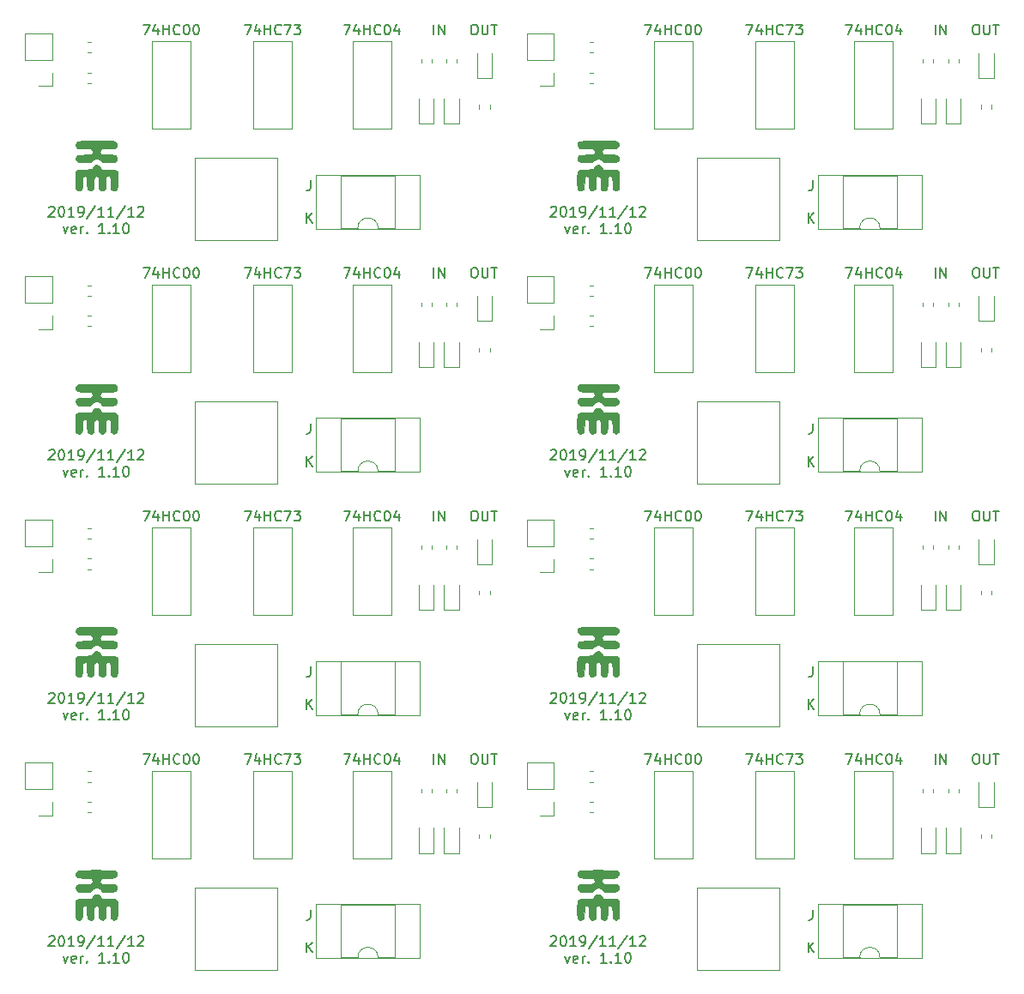
<source format=gto>
G04 #@! TF.GenerationSoftware,KiCad,Pcbnew,5.1.4*
G04 #@! TF.CreationDate,2019-11-12T07:29:03+09:00*
G04 #@! TF.ProjectId,computerScienceExperience2,636f6d70-7574-4657-9253-6369656e6365,rev?*
G04 #@! TF.SameCoordinates,Original*
G04 #@! TF.FileFunction,Legend,Top*
G04 #@! TF.FilePolarity,Positive*
%FSLAX46Y46*%
G04 Gerber Fmt 4.6, Leading zero omitted, Abs format (unit mm)*
G04 Created by KiCad (PCBNEW 5.1.4) date 2019-11-12 07:29:03*
%MOMM*%
%LPD*%
G04 APERTURE LIST*
%ADD10C,0.150000*%
%ADD11C,0.120000*%
%ADD12C,0.010000*%
G04 APERTURE END LIST*
D10*
X105533333Y-148322619D02*
X105580952Y-148275000D01*
X105676190Y-148227380D01*
X105914285Y-148227380D01*
X106009523Y-148275000D01*
X106057142Y-148322619D01*
X106104761Y-148417857D01*
X106104761Y-148513095D01*
X106057142Y-148655952D01*
X105485714Y-149227380D01*
X106104761Y-149227380D01*
X106723809Y-148227380D02*
X106819047Y-148227380D01*
X106914285Y-148275000D01*
X106961904Y-148322619D01*
X107009523Y-148417857D01*
X107057142Y-148608333D01*
X107057142Y-148846428D01*
X107009523Y-149036904D01*
X106961904Y-149132142D01*
X106914285Y-149179761D01*
X106819047Y-149227380D01*
X106723809Y-149227380D01*
X106628571Y-149179761D01*
X106580952Y-149132142D01*
X106533333Y-149036904D01*
X106485714Y-148846428D01*
X106485714Y-148608333D01*
X106533333Y-148417857D01*
X106580952Y-148322619D01*
X106628571Y-148275000D01*
X106723809Y-148227380D01*
X108009523Y-149227380D02*
X107438095Y-149227380D01*
X107723809Y-149227380D02*
X107723809Y-148227380D01*
X107628571Y-148370238D01*
X107533333Y-148465476D01*
X107438095Y-148513095D01*
X108485714Y-149227380D02*
X108676190Y-149227380D01*
X108771428Y-149179761D01*
X108819047Y-149132142D01*
X108914285Y-148989285D01*
X108961904Y-148798809D01*
X108961904Y-148417857D01*
X108914285Y-148322619D01*
X108866666Y-148275000D01*
X108771428Y-148227380D01*
X108580952Y-148227380D01*
X108485714Y-148275000D01*
X108438095Y-148322619D01*
X108390476Y-148417857D01*
X108390476Y-148655952D01*
X108438095Y-148751190D01*
X108485714Y-148798809D01*
X108580952Y-148846428D01*
X108771428Y-148846428D01*
X108866666Y-148798809D01*
X108914285Y-148751190D01*
X108961904Y-148655952D01*
X110104761Y-148179761D02*
X109247619Y-149465476D01*
X110961904Y-149227380D02*
X110390476Y-149227380D01*
X110676190Y-149227380D02*
X110676190Y-148227380D01*
X110580952Y-148370238D01*
X110485714Y-148465476D01*
X110390476Y-148513095D01*
X111914285Y-149227380D02*
X111342857Y-149227380D01*
X111628571Y-149227380D02*
X111628571Y-148227380D01*
X111533333Y-148370238D01*
X111438095Y-148465476D01*
X111342857Y-148513095D01*
X113057142Y-148179761D02*
X112200000Y-149465476D01*
X113914285Y-149227380D02*
X113342857Y-149227380D01*
X113628571Y-149227380D02*
X113628571Y-148227380D01*
X113533333Y-148370238D01*
X113438095Y-148465476D01*
X113342857Y-148513095D01*
X114295238Y-148322619D02*
X114342857Y-148275000D01*
X114438095Y-148227380D01*
X114676190Y-148227380D01*
X114771428Y-148275000D01*
X114819047Y-148322619D01*
X114866666Y-148417857D01*
X114866666Y-148513095D01*
X114819047Y-148655952D01*
X114247619Y-149227380D01*
X114866666Y-149227380D01*
X106938095Y-150210714D02*
X107176190Y-150877380D01*
X107414285Y-150210714D01*
X108176190Y-150829761D02*
X108080952Y-150877380D01*
X107890476Y-150877380D01*
X107795238Y-150829761D01*
X107747619Y-150734523D01*
X107747619Y-150353571D01*
X107795238Y-150258333D01*
X107890476Y-150210714D01*
X108080952Y-150210714D01*
X108176190Y-150258333D01*
X108223809Y-150353571D01*
X108223809Y-150448809D01*
X107747619Y-150544047D01*
X108652380Y-150877380D02*
X108652380Y-150210714D01*
X108652380Y-150401190D02*
X108700000Y-150305952D01*
X108747619Y-150258333D01*
X108842857Y-150210714D01*
X108938095Y-150210714D01*
X109271428Y-150782142D02*
X109319047Y-150829761D01*
X109271428Y-150877380D01*
X109223809Y-150829761D01*
X109271428Y-150782142D01*
X109271428Y-150877380D01*
X111033333Y-150877380D02*
X110461904Y-150877380D01*
X110747619Y-150877380D02*
X110747619Y-149877380D01*
X110652380Y-150020238D01*
X110557142Y-150115476D01*
X110461904Y-150163095D01*
X111461904Y-150782142D02*
X111509523Y-150829761D01*
X111461904Y-150877380D01*
X111414285Y-150829761D01*
X111461904Y-150782142D01*
X111461904Y-150877380D01*
X112461904Y-150877380D02*
X111890476Y-150877380D01*
X112176190Y-150877380D02*
X112176190Y-149877380D01*
X112080952Y-150020238D01*
X111985714Y-150115476D01*
X111890476Y-150163095D01*
X113080952Y-149877380D02*
X113176190Y-149877380D01*
X113271428Y-149925000D01*
X113319047Y-149972619D01*
X113366666Y-150067857D01*
X113414285Y-150258333D01*
X113414285Y-150496428D01*
X113366666Y-150686904D01*
X113319047Y-150782142D01*
X113271428Y-150829761D01*
X113176190Y-150877380D01*
X113080952Y-150877380D01*
X112985714Y-150829761D01*
X112938095Y-150782142D01*
X112890476Y-150686904D01*
X112842857Y-150496428D01*
X112842857Y-150258333D01*
X112890476Y-150067857D01*
X112938095Y-149972619D01*
X112985714Y-149925000D01*
X113080952Y-149877380D01*
X155033333Y-148322619D02*
X155080952Y-148275000D01*
X155176190Y-148227380D01*
X155414285Y-148227380D01*
X155509523Y-148275000D01*
X155557142Y-148322619D01*
X155604761Y-148417857D01*
X155604761Y-148513095D01*
X155557142Y-148655952D01*
X154985714Y-149227380D01*
X155604761Y-149227380D01*
X156223809Y-148227380D02*
X156319047Y-148227380D01*
X156414285Y-148275000D01*
X156461904Y-148322619D01*
X156509523Y-148417857D01*
X156557142Y-148608333D01*
X156557142Y-148846428D01*
X156509523Y-149036904D01*
X156461904Y-149132142D01*
X156414285Y-149179761D01*
X156319047Y-149227380D01*
X156223809Y-149227380D01*
X156128571Y-149179761D01*
X156080952Y-149132142D01*
X156033333Y-149036904D01*
X155985714Y-148846428D01*
X155985714Y-148608333D01*
X156033333Y-148417857D01*
X156080952Y-148322619D01*
X156128571Y-148275000D01*
X156223809Y-148227380D01*
X157509523Y-149227380D02*
X156938095Y-149227380D01*
X157223809Y-149227380D02*
X157223809Y-148227380D01*
X157128571Y-148370238D01*
X157033333Y-148465476D01*
X156938095Y-148513095D01*
X157985714Y-149227380D02*
X158176190Y-149227380D01*
X158271428Y-149179761D01*
X158319047Y-149132142D01*
X158414285Y-148989285D01*
X158461904Y-148798809D01*
X158461904Y-148417857D01*
X158414285Y-148322619D01*
X158366666Y-148275000D01*
X158271428Y-148227380D01*
X158080952Y-148227380D01*
X157985714Y-148275000D01*
X157938095Y-148322619D01*
X157890476Y-148417857D01*
X157890476Y-148655952D01*
X157938095Y-148751190D01*
X157985714Y-148798809D01*
X158080952Y-148846428D01*
X158271428Y-148846428D01*
X158366666Y-148798809D01*
X158414285Y-148751190D01*
X158461904Y-148655952D01*
X159604761Y-148179761D02*
X158747619Y-149465476D01*
X160461904Y-149227380D02*
X159890476Y-149227380D01*
X160176190Y-149227380D02*
X160176190Y-148227380D01*
X160080952Y-148370238D01*
X159985714Y-148465476D01*
X159890476Y-148513095D01*
X161414285Y-149227380D02*
X160842857Y-149227380D01*
X161128571Y-149227380D02*
X161128571Y-148227380D01*
X161033333Y-148370238D01*
X160938095Y-148465476D01*
X160842857Y-148513095D01*
X162557142Y-148179761D02*
X161700000Y-149465476D01*
X163414285Y-149227380D02*
X162842857Y-149227380D01*
X163128571Y-149227380D02*
X163128571Y-148227380D01*
X163033333Y-148370238D01*
X162938095Y-148465476D01*
X162842857Y-148513095D01*
X163795238Y-148322619D02*
X163842857Y-148275000D01*
X163938095Y-148227380D01*
X164176190Y-148227380D01*
X164271428Y-148275000D01*
X164319047Y-148322619D01*
X164366666Y-148417857D01*
X164366666Y-148513095D01*
X164319047Y-148655952D01*
X163747619Y-149227380D01*
X164366666Y-149227380D01*
X156438095Y-150210714D02*
X156676190Y-150877380D01*
X156914285Y-150210714D01*
X157676190Y-150829761D02*
X157580952Y-150877380D01*
X157390476Y-150877380D01*
X157295238Y-150829761D01*
X157247619Y-150734523D01*
X157247619Y-150353571D01*
X157295238Y-150258333D01*
X157390476Y-150210714D01*
X157580952Y-150210714D01*
X157676190Y-150258333D01*
X157723809Y-150353571D01*
X157723809Y-150448809D01*
X157247619Y-150544047D01*
X158152380Y-150877380D02*
X158152380Y-150210714D01*
X158152380Y-150401190D02*
X158200000Y-150305952D01*
X158247619Y-150258333D01*
X158342857Y-150210714D01*
X158438095Y-150210714D01*
X158771428Y-150782142D02*
X158819047Y-150829761D01*
X158771428Y-150877380D01*
X158723809Y-150829761D01*
X158771428Y-150782142D01*
X158771428Y-150877380D01*
X160533333Y-150877380D02*
X159961904Y-150877380D01*
X160247619Y-150877380D02*
X160247619Y-149877380D01*
X160152380Y-150020238D01*
X160057142Y-150115476D01*
X159961904Y-150163095D01*
X160961904Y-150782142D02*
X161009523Y-150829761D01*
X160961904Y-150877380D01*
X160914285Y-150829761D01*
X160961904Y-150782142D01*
X160961904Y-150877380D01*
X161961904Y-150877380D02*
X161390476Y-150877380D01*
X161676190Y-150877380D02*
X161676190Y-149877380D01*
X161580952Y-150020238D01*
X161485714Y-150115476D01*
X161390476Y-150163095D01*
X162580952Y-149877380D02*
X162676190Y-149877380D01*
X162771428Y-149925000D01*
X162819047Y-149972619D01*
X162866666Y-150067857D01*
X162914285Y-150258333D01*
X162914285Y-150496428D01*
X162866666Y-150686904D01*
X162819047Y-150782142D01*
X162771428Y-150829761D01*
X162676190Y-150877380D01*
X162580952Y-150877380D01*
X162485714Y-150829761D01*
X162438095Y-150782142D01*
X162390476Y-150686904D01*
X162342857Y-150496428D01*
X162342857Y-150258333D01*
X162390476Y-150067857D01*
X162438095Y-149972619D01*
X162485714Y-149925000D01*
X162580952Y-149877380D01*
X155033333Y-124322619D02*
X155080952Y-124275000D01*
X155176190Y-124227380D01*
X155414285Y-124227380D01*
X155509523Y-124275000D01*
X155557142Y-124322619D01*
X155604761Y-124417857D01*
X155604761Y-124513095D01*
X155557142Y-124655952D01*
X154985714Y-125227380D01*
X155604761Y-125227380D01*
X156223809Y-124227380D02*
X156319047Y-124227380D01*
X156414285Y-124275000D01*
X156461904Y-124322619D01*
X156509523Y-124417857D01*
X156557142Y-124608333D01*
X156557142Y-124846428D01*
X156509523Y-125036904D01*
X156461904Y-125132142D01*
X156414285Y-125179761D01*
X156319047Y-125227380D01*
X156223809Y-125227380D01*
X156128571Y-125179761D01*
X156080952Y-125132142D01*
X156033333Y-125036904D01*
X155985714Y-124846428D01*
X155985714Y-124608333D01*
X156033333Y-124417857D01*
X156080952Y-124322619D01*
X156128571Y-124275000D01*
X156223809Y-124227380D01*
X157509523Y-125227380D02*
X156938095Y-125227380D01*
X157223809Y-125227380D02*
X157223809Y-124227380D01*
X157128571Y-124370238D01*
X157033333Y-124465476D01*
X156938095Y-124513095D01*
X157985714Y-125227380D02*
X158176190Y-125227380D01*
X158271428Y-125179761D01*
X158319047Y-125132142D01*
X158414285Y-124989285D01*
X158461904Y-124798809D01*
X158461904Y-124417857D01*
X158414285Y-124322619D01*
X158366666Y-124275000D01*
X158271428Y-124227380D01*
X158080952Y-124227380D01*
X157985714Y-124275000D01*
X157938095Y-124322619D01*
X157890476Y-124417857D01*
X157890476Y-124655952D01*
X157938095Y-124751190D01*
X157985714Y-124798809D01*
X158080952Y-124846428D01*
X158271428Y-124846428D01*
X158366666Y-124798809D01*
X158414285Y-124751190D01*
X158461904Y-124655952D01*
X159604761Y-124179761D02*
X158747619Y-125465476D01*
X160461904Y-125227380D02*
X159890476Y-125227380D01*
X160176190Y-125227380D02*
X160176190Y-124227380D01*
X160080952Y-124370238D01*
X159985714Y-124465476D01*
X159890476Y-124513095D01*
X161414285Y-125227380D02*
X160842857Y-125227380D01*
X161128571Y-125227380D02*
X161128571Y-124227380D01*
X161033333Y-124370238D01*
X160938095Y-124465476D01*
X160842857Y-124513095D01*
X162557142Y-124179761D02*
X161700000Y-125465476D01*
X163414285Y-125227380D02*
X162842857Y-125227380D01*
X163128571Y-125227380D02*
X163128571Y-124227380D01*
X163033333Y-124370238D01*
X162938095Y-124465476D01*
X162842857Y-124513095D01*
X163795238Y-124322619D02*
X163842857Y-124275000D01*
X163938095Y-124227380D01*
X164176190Y-124227380D01*
X164271428Y-124275000D01*
X164319047Y-124322619D01*
X164366666Y-124417857D01*
X164366666Y-124513095D01*
X164319047Y-124655952D01*
X163747619Y-125227380D01*
X164366666Y-125227380D01*
X156438095Y-126210714D02*
X156676190Y-126877380D01*
X156914285Y-126210714D01*
X157676190Y-126829761D02*
X157580952Y-126877380D01*
X157390476Y-126877380D01*
X157295238Y-126829761D01*
X157247619Y-126734523D01*
X157247619Y-126353571D01*
X157295238Y-126258333D01*
X157390476Y-126210714D01*
X157580952Y-126210714D01*
X157676190Y-126258333D01*
X157723809Y-126353571D01*
X157723809Y-126448809D01*
X157247619Y-126544047D01*
X158152380Y-126877380D02*
X158152380Y-126210714D01*
X158152380Y-126401190D02*
X158200000Y-126305952D01*
X158247619Y-126258333D01*
X158342857Y-126210714D01*
X158438095Y-126210714D01*
X158771428Y-126782142D02*
X158819047Y-126829761D01*
X158771428Y-126877380D01*
X158723809Y-126829761D01*
X158771428Y-126782142D01*
X158771428Y-126877380D01*
X160533333Y-126877380D02*
X159961904Y-126877380D01*
X160247619Y-126877380D02*
X160247619Y-125877380D01*
X160152380Y-126020238D01*
X160057142Y-126115476D01*
X159961904Y-126163095D01*
X160961904Y-126782142D02*
X161009523Y-126829761D01*
X160961904Y-126877380D01*
X160914285Y-126829761D01*
X160961904Y-126782142D01*
X160961904Y-126877380D01*
X161961904Y-126877380D02*
X161390476Y-126877380D01*
X161676190Y-126877380D02*
X161676190Y-125877380D01*
X161580952Y-126020238D01*
X161485714Y-126115476D01*
X161390476Y-126163095D01*
X162580952Y-125877380D02*
X162676190Y-125877380D01*
X162771428Y-125925000D01*
X162819047Y-125972619D01*
X162866666Y-126067857D01*
X162914285Y-126258333D01*
X162914285Y-126496428D01*
X162866666Y-126686904D01*
X162819047Y-126782142D01*
X162771428Y-126829761D01*
X162676190Y-126877380D01*
X162580952Y-126877380D01*
X162485714Y-126829761D01*
X162438095Y-126782142D01*
X162390476Y-126686904D01*
X162342857Y-126496428D01*
X162342857Y-126258333D01*
X162390476Y-126067857D01*
X162438095Y-125972619D01*
X162485714Y-125925000D01*
X162580952Y-125877380D01*
X105533333Y-124322619D02*
X105580952Y-124275000D01*
X105676190Y-124227380D01*
X105914285Y-124227380D01*
X106009523Y-124275000D01*
X106057142Y-124322619D01*
X106104761Y-124417857D01*
X106104761Y-124513095D01*
X106057142Y-124655952D01*
X105485714Y-125227380D01*
X106104761Y-125227380D01*
X106723809Y-124227380D02*
X106819047Y-124227380D01*
X106914285Y-124275000D01*
X106961904Y-124322619D01*
X107009523Y-124417857D01*
X107057142Y-124608333D01*
X107057142Y-124846428D01*
X107009523Y-125036904D01*
X106961904Y-125132142D01*
X106914285Y-125179761D01*
X106819047Y-125227380D01*
X106723809Y-125227380D01*
X106628571Y-125179761D01*
X106580952Y-125132142D01*
X106533333Y-125036904D01*
X106485714Y-124846428D01*
X106485714Y-124608333D01*
X106533333Y-124417857D01*
X106580952Y-124322619D01*
X106628571Y-124275000D01*
X106723809Y-124227380D01*
X108009523Y-125227380D02*
X107438095Y-125227380D01*
X107723809Y-125227380D02*
X107723809Y-124227380D01*
X107628571Y-124370238D01*
X107533333Y-124465476D01*
X107438095Y-124513095D01*
X108485714Y-125227380D02*
X108676190Y-125227380D01*
X108771428Y-125179761D01*
X108819047Y-125132142D01*
X108914285Y-124989285D01*
X108961904Y-124798809D01*
X108961904Y-124417857D01*
X108914285Y-124322619D01*
X108866666Y-124275000D01*
X108771428Y-124227380D01*
X108580952Y-124227380D01*
X108485714Y-124275000D01*
X108438095Y-124322619D01*
X108390476Y-124417857D01*
X108390476Y-124655952D01*
X108438095Y-124751190D01*
X108485714Y-124798809D01*
X108580952Y-124846428D01*
X108771428Y-124846428D01*
X108866666Y-124798809D01*
X108914285Y-124751190D01*
X108961904Y-124655952D01*
X110104761Y-124179761D02*
X109247619Y-125465476D01*
X110961904Y-125227380D02*
X110390476Y-125227380D01*
X110676190Y-125227380D02*
X110676190Y-124227380D01*
X110580952Y-124370238D01*
X110485714Y-124465476D01*
X110390476Y-124513095D01*
X111914285Y-125227380D02*
X111342857Y-125227380D01*
X111628571Y-125227380D02*
X111628571Y-124227380D01*
X111533333Y-124370238D01*
X111438095Y-124465476D01*
X111342857Y-124513095D01*
X113057142Y-124179761D02*
X112200000Y-125465476D01*
X113914285Y-125227380D02*
X113342857Y-125227380D01*
X113628571Y-125227380D02*
X113628571Y-124227380D01*
X113533333Y-124370238D01*
X113438095Y-124465476D01*
X113342857Y-124513095D01*
X114295238Y-124322619D02*
X114342857Y-124275000D01*
X114438095Y-124227380D01*
X114676190Y-124227380D01*
X114771428Y-124275000D01*
X114819047Y-124322619D01*
X114866666Y-124417857D01*
X114866666Y-124513095D01*
X114819047Y-124655952D01*
X114247619Y-125227380D01*
X114866666Y-125227380D01*
X106938095Y-126210714D02*
X107176190Y-126877380D01*
X107414285Y-126210714D01*
X108176190Y-126829761D02*
X108080952Y-126877380D01*
X107890476Y-126877380D01*
X107795238Y-126829761D01*
X107747619Y-126734523D01*
X107747619Y-126353571D01*
X107795238Y-126258333D01*
X107890476Y-126210714D01*
X108080952Y-126210714D01*
X108176190Y-126258333D01*
X108223809Y-126353571D01*
X108223809Y-126448809D01*
X107747619Y-126544047D01*
X108652380Y-126877380D02*
X108652380Y-126210714D01*
X108652380Y-126401190D02*
X108700000Y-126305952D01*
X108747619Y-126258333D01*
X108842857Y-126210714D01*
X108938095Y-126210714D01*
X109271428Y-126782142D02*
X109319047Y-126829761D01*
X109271428Y-126877380D01*
X109223809Y-126829761D01*
X109271428Y-126782142D01*
X109271428Y-126877380D01*
X111033333Y-126877380D02*
X110461904Y-126877380D01*
X110747619Y-126877380D02*
X110747619Y-125877380D01*
X110652380Y-126020238D01*
X110557142Y-126115476D01*
X110461904Y-126163095D01*
X111461904Y-126782142D02*
X111509523Y-126829761D01*
X111461904Y-126877380D01*
X111414285Y-126829761D01*
X111461904Y-126782142D01*
X111461904Y-126877380D01*
X112461904Y-126877380D02*
X111890476Y-126877380D01*
X112176190Y-126877380D02*
X112176190Y-125877380D01*
X112080952Y-126020238D01*
X111985714Y-126115476D01*
X111890476Y-126163095D01*
X113080952Y-125877380D02*
X113176190Y-125877380D01*
X113271428Y-125925000D01*
X113319047Y-125972619D01*
X113366666Y-126067857D01*
X113414285Y-126258333D01*
X113414285Y-126496428D01*
X113366666Y-126686904D01*
X113319047Y-126782142D01*
X113271428Y-126829761D01*
X113176190Y-126877380D01*
X113080952Y-126877380D01*
X112985714Y-126829761D01*
X112938095Y-126782142D01*
X112890476Y-126686904D01*
X112842857Y-126496428D01*
X112842857Y-126258333D01*
X112890476Y-126067857D01*
X112938095Y-125972619D01*
X112985714Y-125925000D01*
X113080952Y-125877380D01*
X105533333Y-100322619D02*
X105580952Y-100275000D01*
X105676190Y-100227380D01*
X105914285Y-100227380D01*
X106009523Y-100275000D01*
X106057142Y-100322619D01*
X106104761Y-100417857D01*
X106104761Y-100513095D01*
X106057142Y-100655952D01*
X105485714Y-101227380D01*
X106104761Y-101227380D01*
X106723809Y-100227380D02*
X106819047Y-100227380D01*
X106914285Y-100275000D01*
X106961904Y-100322619D01*
X107009523Y-100417857D01*
X107057142Y-100608333D01*
X107057142Y-100846428D01*
X107009523Y-101036904D01*
X106961904Y-101132142D01*
X106914285Y-101179761D01*
X106819047Y-101227380D01*
X106723809Y-101227380D01*
X106628571Y-101179761D01*
X106580952Y-101132142D01*
X106533333Y-101036904D01*
X106485714Y-100846428D01*
X106485714Y-100608333D01*
X106533333Y-100417857D01*
X106580952Y-100322619D01*
X106628571Y-100275000D01*
X106723809Y-100227380D01*
X108009523Y-101227380D02*
X107438095Y-101227380D01*
X107723809Y-101227380D02*
X107723809Y-100227380D01*
X107628571Y-100370238D01*
X107533333Y-100465476D01*
X107438095Y-100513095D01*
X108485714Y-101227380D02*
X108676190Y-101227380D01*
X108771428Y-101179761D01*
X108819047Y-101132142D01*
X108914285Y-100989285D01*
X108961904Y-100798809D01*
X108961904Y-100417857D01*
X108914285Y-100322619D01*
X108866666Y-100275000D01*
X108771428Y-100227380D01*
X108580952Y-100227380D01*
X108485714Y-100275000D01*
X108438095Y-100322619D01*
X108390476Y-100417857D01*
X108390476Y-100655952D01*
X108438095Y-100751190D01*
X108485714Y-100798809D01*
X108580952Y-100846428D01*
X108771428Y-100846428D01*
X108866666Y-100798809D01*
X108914285Y-100751190D01*
X108961904Y-100655952D01*
X110104761Y-100179761D02*
X109247619Y-101465476D01*
X110961904Y-101227380D02*
X110390476Y-101227380D01*
X110676190Y-101227380D02*
X110676190Y-100227380D01*
X110580952Y-100370238D01*
X110485714Y-100465476D01*
X110390476Y-100513095D01*
X111914285Y-101227380D02*
X111342857Y-101227380D01*
X111628571Y-101227380D02*
X111628571Y-100227380D01*
X111533333Y-100370238D01*
X111438095Y-100465476D01*
X111342857Y-100513095D01*
X113057142Y-100179761D02*
X112200000Y-101465476D01*
X113914285Y-101227380D02*
X113342857Y-101227380D01*
X113628571Y-101227380D02*
X113628571Y-100227380D01*
X113533333Y-100370238D01*
X113438095Y-100465476D01*
X113342857Y-100513095D01*
X114295238Y-100322619D02*
X114342857Y-100275000D01*
X114438095Y-100227380D01*
X114676190Y-100227380D01*
X114771428Y-100275000D01*
X114819047Y-100322619D01*
X114866666Y-100417857D01*
X114866666Y-100513095D01*
X114819047Y-100655952D01*
X114247619Y-101227380D01*
X114866666Y-101227380D01*
X106938095Y-102210714D02*
X107176190Y-102877380D01*
X107414285Y-102210714D01*
X108176190Y-102829761D02*
X108080952Y-102877380D01*
X107890476Y-102877380D01*
X107795238Y-102829761D01*
X107747619Y-102734523D01*
X107747619Y-102353571D01*
X107795238Y-102258333D01*
X107890476Y-102210714D01*
X108080952Y-102210714D01*
X108176190Y-102258333D01*
X108223809Y-102353571D01*
X108223809Y-102448809D01*
X107747619Y-102544047D01*
X108652380Y-102877380D02*
X108652380Y-102210714D01*
X108652380Y-102401190D02*
X108700000Y-102305952D01*
X108747619Y-102258333D01*
X108842857Y-102210714D01*
X108938095Y-102210714D01*
X109271428Y-102782142D02*
X109319047Y-102829761D01*
X109271428Y-102877380D01*
X109223809Y-102829761D01*
X109271428Y-102782142D01*
X109271428Y-102877380D01*
X111033333Y-102877380D02*
X110461904Y-102877380D01*
X110747619Y-102877380D02*
X110747619Y-101877380D01*
X110652380Y-102020238D01*
X110557142Y-102115476D01*
X110461904Y-102163095D01*
X111461904Y-102782142D02*
X111509523Y-102829761D01*
X111461904Y-102877380D01*
X111414285Y-102829761D01*
X111461904Y-102782142D01*
X111461904Y-102877380D01*
X112461904Y-102877380D02*
X111890476Y-102877380D01*
X112176190Y-102877380D02*
X112176190Y-101877380D01*
X112080952Y-102020238D01*
X111985714Y-102115476D01*
X111890476Y-102163095D01*
X113080952Y-101877380D02*
X113176190Y-101877380D01*
X113271428Y-101925000D01*
X113319047Y-101972619D01*
X113366666Y-102067857D01*
X113414285Y-102258333D01*
X113414285Y-102496428D01*
X113366666Y-102686904D01*
X113319047Y-102782142D01*
X113271428Y-102829761D01*
X113176190Y-102877380D01*
X113080952Y-102877380D01*
X112985714Y-102829761D01*
X112938095Y-102782142D01*
X112890476Y-102686904D01*
X112842857Y-102496428D01*
X112842857Y-102258333D01*
X112890476Y-102067857D01*
X112938095Y-101972619D01*
X112985714Y-101925000D01*
X113080952Y-101877380D01*
X155033333Y-100322619D02*
X155080952Y-100275000D01*
X155176190Y-100227380D01*
X155414285Y-100227380D01*
X155509523Y-100275000D01*
X155557142Y-100322619D01*
X155604761Y-100417857D01*
X155604761Y-100513095D01*
X155557142Y-100655952D01*
X154985714Y-101227380D01*
X155604761Y-101227380D01*
X156223809Y-100227380D02*
X156319047Y-100227380D01*
X156414285Y-100275000D01*
X156461904Y-100322619D01*
X156509523Y-100417857D01*
X156557142Y-100608333D01*
X156557142Y-100846428D01*
X156509523Y-101036904D01*
X156461904Y-101132142D01*
X156414285Y-101179761D01*
X156319047Y-101227380D01*
X156223809Y-101227380D01*
X156128571Y-101179761D01*
X156080952Y-101132142D01*
X156033333Y-101036904D01*
X155985714Y-100846428D01*
X155985714Y-100608333D01*
X156033333Y-100417857D01*
X156080952Y-100322619D01*
X156128571Y-100275000D01*
X156223809Y-100227380D01*
X157509523Y-101227380D02*
X156938095Y-101227380D01*
X157223809Y-101227380D02*
X157223809Y-100227380D01*
X157128571Y-100370238D01*
X157033333Y-100465476D01*
X156938095Y-100513095D01*
X157985714Y-101227380D02*
X158176190Y-101227380D01*
X158271428Y-101179761D01*
X158319047Y-101132142D01*
X158414285Y-100989285D01*
X158461904Y-100798809D01*
X158461904Y-100417857D01*
X158414285Y-100322619D01*
X158366666Y-100275000D01*
X158271428Y-100227380D01*
X158080952Y-100227380D01*
X157985714Y-100275000D01*
X157938095Y-100322619D01*
X157890476Y-100417857D01*
X157890476Y-100655952D01*
X157938095Y-100751190D01*
X157985714Y-100798809D01*
X158080952Y-100846428D01*
X158271428Y-100846428D01*
X158366666Y-100798809D01*
X158414285Y-100751190D01*
X158461904Y-100655952D01*
X159604761Y-100179761D02*
X158747619Y-101465476D01*
X160461904Y-101227380D02*
X159890476Y-101227380D01*
X160176190Y-101227380D02*
X160176190Y-100227380D01*
X160080952Y-100370238D01*
X159985714Y-100465476D01*
X159890476Y-100513095D01*
X161414285Y-101227380D02*
X160842857Y-101227380D01*
X161128571Y-101227380D02*
X161128571Y-100227380D01*
X161033333Y-100370238D01*
X160938095Y-100465476D01*
X160842857Y-100513095D01*
X162557142Y-100179761D02*
X161700000Y-101465476D01*
X163414285Y-101227380D02*
X162842857Y-101227380D01*
X163128571Y-101227380D02*
X163128571Y-100227380D01*
X163033333Y-100370238D01*
X162938095Y-100465476D01*
X162842857Y-100513095D01*
X163795238Y-100322619D02*
X163842857Y-100275000D01*
X163938095Y-100227380D01*
X164176190Y-100227380D01*
X164271428Y-100275000D01*
X164319047Y-100322619D01*
X164366666Y-100417857D01*
X164366666Y-100513095D01*
X164319047Y-100655952D01*
X163747619Y-101227380D01*
X164366666Y-101227380D01*
X156438095Y-102210714D02*
X156676190Y-102877380D01*
X156914285Y-102210714D01*
X157676190Y-102829761D02*
X157580952Y-102877380D01*
X157390476Y-102877380D01*
X157295238Y-102829761D01*
X157247619Y-102734523D01*
X157247619Y-102353571D01*
X157295238Y-102258333D01*
X157390476Y-102210714D01*
X157580952Y-102210714D01*
X157676190Y-102258333D01*
X157723809Y-102353571D01*
X157723809Y-102448809D01*
X157247619Y-102544047D01*
X158152380Y-102877380D02*
X158152380Y-102210714D01*
X158152380Y-102401190D02*
X158200000Y-102305952D01*
X158247619Y-102258333D01*
X158342857Y-102210714D01*
X158438095Y-102210714D01*
X158771428Y-102782142D02*
X158819047Y-102829761D01*
X158771428Y-102877380D01*
X158723809Y-102829761D01*
X158771428Y-102782142D01*
X158771428Y-102877380D01*
X160533333Y-102877380D02*
X159961904Y-102877380D01*
X160247619Y-102877380D02*
X160247619Y-101877380D01*
X160152380Y-102020238D01*
X160057142Y-102115476D01*
X159961904Y-102163095D01*
X160961904Y-102782142D02*
X161009523Y-102829761D01*
X160961904Y-102877380D01*
X160914285Y-102829761D01*
X160961904Y-102782142D01*
X160961904Y-102877380D01*
X161961904Y-102877380D02*
X161390476Y-102877380D01*
X161676190Y-102877380D02*
X161676190Y-101877380D01*
X161580952Y-102020238D01*
X161485714Y-102115476D01*
X161390476Y-102163095D01*
X162580952Y-101877380D02*
X162676190Y-101877380D01*
X162771428Y-101925000D01*
X162819047Y-101972619D01*
X162866666Y-102067857D01*
X162914285Y-102258333D01*
X162914285Y-102496428D01*
X162866666Y-102686904D01*
X162819047Y-102782142D01*
X162771428Y-102829761D01*
X162676190Y-102877380D01*
X162580952Y-102877380D01*
X162485714Y-102829761D01*
X162438095Y-102782142D01*
X162390476Y-102686904D01*
X162342857Y-102496428D01*
X162342857Y-102258333D01*
X162390476Y-102067857D01*
X162438095Y-101972619D01*
X162485714Y-101925000D01*
X162580952Y-101877380D01*
X155033333Y-76322619D02*
X155080952Y-76275000D01*
X155176190Y-76227380D01*
X155414285Y-76227380D01*
X155509523Y-76275000D01*
X155557142Y-76322619D01*
X155604761Y-76417857D01*
X155604761Y-76513095D01*
X155557142Y-76655952D01*
X154985714Y-77227380D01*
X155604761Y-77227380D01*
X156223809Y-76227380D02*
X156319047Y-76227380D01*
X156414285Y-76275000D01*
X156461904Y-76322619D01*
X156509523Y-76417857D01*
X156557142Y-76608333D01*
X156557142Y-76846428D01*
X156509523Y-77036904D01*
X156461904Y-77132142D01*
X156414285Y-77179761D01*
X156319047Y-77227380D01*
X156223809Y-77227380D01*
X156128571Y-77179761D01*
X156080952Y-77132142D01*
X156033333Y-77036904D01*
X155985714Y-76846428D01*
X155985714Y-76608333D01*
X156033333Y-76417857D01*
X156080952Y-76322619D01*
X156128571Y-76275000D01*
X156223809Y-76227380D01*
X157509523Y-77227380D02*
X156938095Y-77227380D01*
X157223809Y-77227380D02*
X157223809Y-76227380D01*
X157128571Y-76370238D01*
X157033333Y-76465476D01*
X156938095Y-76513095D01*
X157985714Y-77227380D02*
X158176190Y-77227380D01*
X158271428Y-77179761D01*
X158319047Y-77132142D01*
X158414285Y-76989285D01*
X158461904Y-76798809D01*
X158461904Y-76417857D01*
X158414285Y-76322619D01*
X158366666Y-76275000D01*
X158271428Y-76227380D01*
X158080952Y-76227380D01*
X157985714Y-76275000D01*
X157938095Y-76322619D01*
X157890476Y-76417857D01*
X157890476Y-76655952D01*
X157938095Y-76751190D01*
X157985714Y-76798809D01*
X158080952Y-76846428D01*
X158271428Y-76846428D01*
X158366666Y-76798809D01*
X158414285Y-76751190D01*
X158461904Y-76655952D01*
X159604761Y-76179761D02*
X158747619Y-77465476D01*
X160461904Y-77227380D02*
X159890476Y-77227380D01*
X160176190Y-77227380D02*
X160176190Y-76227380D01*
X160080952Y-76370238D01*
X159985714Y-76465476D01*
X159890476Y-76513095D01*
X161414285Y-77227380D02*
X160842857Y-77227380D01*
X161128571Y-77227380D02*
X161128571Y-76227380D01*
X161033333Y-76370238D01*
X160938095Y-76465476D01*
X160842857Y-76513095D01*
X162557142Y-76179761D02*
X161700000Y-77465476D01*
X163414285Y-77227380D02*
X162842857Y-77227380D01*
X163128571Y-77227380D02*
X163128571Y-76227380D01*
X163033333Y-76370238D01*
X162938095Y-76465476D01*
X162842857Y-76513095D01*
X163795238Y-76322619D02*
X163842857Y-76275000D01*
X163938095Y-76227380D01*
X164176190Y-76227380D01*
X164271428Y-76275000D01*
X164319047Y-76322619D01*
X164366666Y-76417857D01*
X164366666Y-76513095D01*
X164319047Y-76655952D01*
X163747619Y-77227380D01*
X164366666Y-77227380D01*
X156438095Y-78210714D02*
X156676190Y-78877380D01*
X156914285Y-78210714D01*
X157676190Y-78829761D02*
X157580952Y-78877380D01*
X157390476Y-78877380D01*
X157295238Y-78829761D01*
X157247619Y-78734523D01*
X157247619Y-78353571D01*
X157295238Y-78258333D01*
X157390476Y-78210714D01*
X157580952Y-78210714D01*
X157676190Y-78258333D01*
X157723809Y-78353571D01*
X157723809Y-78448809D01*
X157247619Y-78544047D01*
X158152380Y-78877380D02*
X158152380Y-78210714D01*
X158152380Y-78401190D02*
X158200000Y-78305952D01*
X158247619Y-78258333D01*
X158342857Y-78210714D01*
X158438095Y-78210714D01*
X158771428Y-78782142D02*
X158819047Y-78829761D01*
X158771428Y-78877380D01*
X158723809Y-78829761D01*
X158771428Y-78782142D01*
X158771428Y-78877380D01*
X160533333Y-78877380D02*
X159961904Y-78877380D01*
X160247619Y-78877380D02*
X160247619Y-77877380D01*
X160152380Y-78020238D01*
X160057142Y-78115476D01*
X159961904Y-78163095D01*
X160961904Y-78782142D02*
X161009523Y-78829761D01*
X160961904Y-78877380D01*
X160914285Y-78829761D01*
X160961904Y-78782142D01*
X160961904Y-78877380D01*
X161961904Y-78877380D02*
X161390476Y-78877380D01*
X161676190Y-78877380D02*
X161676190Y-77877380D01*
X161580952Y-78020238D01*
X161485714Y-78115476D01*
X161390476Y-78163095D01*
X162580952Y-77877380D02*
X162676190Y-77877380D01*
X162771428Y-77925000D01*
X162819047Y-77972619D01*
X162866666Y-78067857D01*
X162914285Y-78258333D01*
X162914285Y-78496428D01*
X162866666Y-78686904D01*
X162819047Y-78782142D01*
X162771428Y-78829761D01*
X162676190Y-78877380D01*
X162580952Y-78877380D01*
X162485714Y-78829761D01*
X162438095Y-78782142D01*
X162390476Y-78686904D01*
X162342857Y-78496428D01*
X162342857Y-78258333D01*
X162390476Y-78067857D01*
X162438095Y-77972619D01*
X162485714Y-77925000D01*
X162580952Y-77877380D01*
X131342857Y-145652380D02*
X131342857Y-146366666D01*
X131295238Y-146509523D01*
X131200000Y-146604761D01*
X131057142Y-146652380D01*
X130961904Y-146652380D01*
X180842857Y-145652380D02*
X180842857Y-146366666D01*
X180795238Y-146509523D01*
X180700000Y-146604761D01*
X180557142Y-146652380D01*
X180461904Y-146652380D01*
X180842857Y-121652380D02*
X180842857Y-122366666D01*
X180795238Y-122509523D01*
X180700000Y-122604761D01*
X180557142Y-122652380D01*
X180461904Y-122652380D01*
X131342857Y-121652380D02*
X131342857Y-122366666D01*
X131295238Y-122509523D01*
X131200000Y-122604761D01*
X131057142Y-122652380D01*
X130961904Y-122652380D01*
X131342857Y-97652380D02*
X131342857Y-98366666D01*
X131295238Y-98509523D01*
X131200000Y-98604761D01*
X131057142Y-98652380D01*
X130961904Y-98652380D01*
X180842857Y-97652380D02*
X180842857Y-98366666D01*
X180795238Y-98509523D01*
X180700000Y-98604761D01*
X180557142Y-98652380D01*
X180461904Y-98652380D01*
X180842857Y-73652380D02*
X180842857Y-74366666D01*
X180795238Y-74509523D01*
X180700000Y-74604761D01*
X180557142Y-74652380D01*
X180461904Y-74652380D01*
X130938095Y-149852380D02*
X130938095Y-148852380D01*
X131509523Y-149852380D02*
X131080952Y-149280952D01*
X131509523Y-148852380D02*
X130938095Y-149423809D01*
X180438095Y-149852380D02*
X180438095Y-148852380D01*
X181009523Y-149852380D02*
X180580952Y-149280952D01*
X181009523Y-148852380D02*
X180438095Y-149423809D01*
X180438095Y-125852380D02*
X180438095Y-124852380D01*
X181009523Y-125852380D02*
X180580952Y-125280952D01*
X181009523Y-124852380D02*
X180438095Y-125423809D01*
X130938095Y-125852380D02*
X130938095Y-124852380D01*
X131509523Y-125852380D02*
X131080952Y-125280952D01*
X131509523Y-124852380D02*
X130938095Y-125423809D01*
X130938095Y-101852380D02*
X130938095Y-100852380D01*
X131509523Y-101852380D02*
X131080952Y-101280952D01*
X131509523Y-100852380D02*
X130938095Y-101423809D01*
X180438095Y-101852380D02*
X180438095Y-100852380D01*
X181009523Y-101852380D02*
X180580952Y-101280952D01*
X181009523Y-100852380D02*
X180438095Y-101423809D01*
X180438095Y-77852380D02*
X180438095Y-76852380D01*
X181009523Y-77852380D02*
X180580952Y-77280952D01*
X181009523Y-76852380D02*
X180438095Y-77423809D01*
X143476190Y-131252380D02*
X143476190Y-130252380D01*
X143952380Y-131252380D02*
X143952380Y-130252380D01*
X144523809Y-131252380D01*
X144523809Y-130252380D01*
X192976190Y-131252380D02*
X192976190Y-130252380D01*
X193452380Y-131252380D02*
X193452380Y-130252380D01*
X194023809Y-131252380D01*
X194023809Y-130252380D01*
X192976190Y-107252380D02*
X192976190Y-106252380D01*
X193452380Y-107252380D02*
X193452380Y-106252380D01*
X194023809Y-107252380D01*
X194023809Y-106252380D01*
X143476190Y-107252380D02*
X143476190Y-106252380D01*
X143952380Y-107252380D02*
X143952380Y-106252380D01*
X144523809Y-107252380D01*
X144523809Y-106252380D01*
X143476190Y-83252380D02*
X143476190Y-82252380D01*
X143952380Y-83252380D02*
X143952380Y-82252380D01*
X144523809Y-83252380D01*
X144523809Y-82252380D01*
X192976190Y-83252380D02*
X192976190Y-82252380D01*
X193452380Y-83252380D02*
X193452380Y-82252380D01*
X194023809Y-83252380D01*
X194023809Y-82252380D01*
X192976190Y-59252380D02*
X192976190Y-58252380D01*
X193452380Y-59252380D02*
X193452380Y-58252380D01*
X194023809Y-59252380D01*
X194023809Y-58252380D01*
X147400000Y-130252380D02*
X147590476Y-130252380D01*
X147685714Y-130300000D01*
X147780952Y-130395238D01*
X147828571Y-130585714D01*
X147828571Y-130919047D01*
X147780952Y-131109523D01*
X147685714Y-131204761D01*
X147590476Y-131252380D01*
X147400000Y-131252380D01*
X147304761Y-131204761D01*
X147209523Y-131109523D01*
X147161904Y-130919047D01*
X147161904Y-130585714D01*
X147209523Y-130395238D01*
X147304761Y-130300000D01*
X147400000Y-130252380D01*
X148257142Y-130252380D02*
X148257142Y-131061904D01*
X148304761Y-131157142D01*
X148352380Y-131204761D01*
X148447619Y-131252380D01*
X148638095Y-131252380D01*
X148733333Y-131204761D01*
X148780952Y-131157142D01*
X148828571Y-131061904D01*
X148828571Y-130252380D01*
X149161904Y-130252380D02*
X149733333Y-130252380D01*
X149447619Y-131252380D02*
X149447619Y-130252380D01*
X196900000Y-130252380D02*
X197090476Y-130252380D01*
X197185714Y-130300000D01*
X197280952Y-130395238D01*
X197328571Y-130585714D01*
X197328571Y-130919047D01*
X197280952Y-131109523D01*
X197185714Y-131204761D01*
X197090476Y-131252380D01*
X196900000Y-131252380D01*
X196804761Y-131204761D01*
X196709523Y-131109523D01*
X196661904Y-130919047D01*
X196661904Y-130585714D01*
X196709523Y-130395238D01*
X196804761Y-130300000D01*
X196900000Y-130252380D01*
X197757142Y-130252380D02*
X197757142Y-131061904D01*
X197804761Y-131157142D01*
X197852380Y-131204761D01*
X197947619Y-131252380D01*
X198138095Y-131252380D01*
X198233333Y-131204761D01*
X198280952Y-131157142D01*
X198328571Y-131061904D01*
X198328571Y-130252380D01*
X198661904Y-130252380D02*
X199233333Y-130252380D01*
X198947619Y-131252380D02*
X198947619Y-130252380D01*
X196900000Y-106252380D02*
X197090476Y-106252380D01*
X197185714Y-106300000D01*
X197280952Y-106395238D01*
X197328571Y-106585714D01*
X197328571Y-106919047D01*
X197280952Y-107109523D01*
X197185714Y-107204761D01*
X197090476Y-107252380D01*
X196900000Y-107252380D01*
X196804761Y-107204761D01*
X196709523Y-107109523D01*
X196661904Y-106919047D01*
X196661904Y-106585714D01*
X196709523Y-106395238D01*
X196804761Y-106300000D01*
X196900000Y-106252380D01*
X197757142Y-106252380D02*
X197757142Y-107061904D01*
X197804761Y-107157142D01*
X197852380Y-107204761D01*
X197947619Y-107252380D01*
X198138095Y-107252380D01*
X198233333Y-107204761D01*
X198280952Y-107157142D01*
X198328571Y-107061904D01*
X198328571Y-106252380D01*
X198661904Y-106252380D02*
X199233333Y-106252380D01*
X198947619Y-107252380D02*
X198947619Y-106252380D01*
X147400000Y-106252380D02*
X147590476Y-106252380D01*
X147685714Y-106300000D01*
X147780952Y-106395238D01*
X147828571Y-106585714D01*
X147828571Y-106919047D01*
X147780952Y-107109523D01*
X147685714Y-107204761D01*
X147590476Y-107252380D01*
X147400000Y-107252380D01*
X147304761Y-107204761D01*
X147209523Y-107109523D01*
X147161904Y-106919047D01*
X147161904Y-106585714D01*
X147209523Y-106395238D01*
X147304761Y-106300000D01*
X147400000Y-106252380D01*
X148257142Y-106252380D02*
X148257142Y-107061904D01*
X148304761Y-107157142D01*
X148352380Y-107204761D01*
X148447619Y-107252380D01*
X148638095Y-107252380D01*
X148733333Y-107204761D01*
X148780952Y-107157142D01*
X148828571Y-107061904D01*
X148828571Y-106252380D01*
X149161904Y-106252380D02*
X149733333Y-106252380D01*
X149447619Y-107252380D02*
X149447619Y-106252380D01*
X147400000Y-82252380D02*
X147590476Y-82252380D01*
X147685714Y-82300000D01*
X147780952Y-82395238D01*
X147828571Y-82585714D01*
X147828571Y-82919047D01*
X147780952Y-83109523D01*
X147685714Y-83204761D01*
X147590476Y-83252380D01*
X147400000Y-83252380D01*
X147304761Y-83204761D01*
X147209523Y-83109523D01*
X147161904Y-82919047D01*
X147161904Y-82585714D01*
X147209523Y-82395238D01*
X147304761Y-82300000D01*
X147400000Y-82252380D01*
X148257142Y-82252380D02*
X148257142Y-83061904D01*
X148304761Y-83157142D01*
X148352380Y-83204761D01*
X148447619Y-83252380D01*
X148638095Y-83252380D01*
X148733333Y-83204761D01*
X148780952Y-83157142D01*
X148828571Y-83061904D01*
X148828571Y-82252380D01*
X149161904Y-82252380D02*
X149733333Y-82252380D01*
X149447619Y-83252380D02*
X149447619Y-82252380D01*
X196900000Y-82252380D02*
X197090476Y-82252380D01*
X197185714Y-82300000D01*
X197280952Y-82395238D01*
X197328571Y-82585714D01*
X197328571Y-82919047D01*
X197280952Y-83109523D01*
X197185714Y-83204761D01*
X197090476Y-83252380D01*
X196900000Y-83252380D01*
X196804761Y-83204761D01*
X196709523Y-83109523D01*
X196661904Y-82919047D01*
X196661904Y-82585714D01*
X196709523Y-82395238D01*
X196804761Y-82300000D01*
X196900000Y-82252380D01*
X197757142Y-82252380D02*
X197757142Y-83061904D01*
X197804761Y-83157142D01*
X197852380Y-83204761D01*
X197947619Y-83252380D01*
X198138095Y-83252380D01*
X198233333Y-83204761D01*
X198280952Y-83157142D01*
X198328571Y-83061904D01*
X198328571Y-82252380D01*
X198661904Y-82252380D02*
X199233333Y-82252380D01*
X198947619Y-83252380D02*
X198947619Y-82252380D01*
X196900000Y-58252380D02*
X197090476Y-58252380D01*
X197185714Y-58300000D01*
X197280952Y-58395238D01*
X197328571Y-58585714D01*
X197328571Y-58919047D01*
X197280952Y-59109523D01*
X197185714Y-59204761D01*
X197090476Y-59252380D01*
X196900000Y-59252380D01*
X196804761Y-59204761D01*
X196709523Y-59109523D01*
X196661904Y-58919047D01*
X196661904Y-58585714D01*
X196709523Y-58395238D01*
X196804761Y-58300000D01*
X196900000Y-58252380D01*
X197757142Y-58252380D02*
X197757142Y-59061904D01*
X197804761Y-59157142D01*
X197852380Y-59204761D01*
X197947619Y-59252380D01*
X198138095Y-59252380D01*
X198233333Y-59204761D01*
X198280952Y-59157142D01*
X198328571Y-59061904D01*
X198328571Y-58252380D01*
X198661904Y-58252380D02*
X199233333Y-58252380D01*
X198947619Y-59252380D02*
X198947619Y-58252380D01*
X134614285Y-130252380D02*
X135280952Y-130252380D01*
X134852380Y-131252380D01*
X136090476Y-130585714D02*
X136090476Y-131252380D01*
X135852380Y-130204761D02*
X135614285Y-130919047D01*
X136233333Y-130919047D01*
X136614285Y-131252380D02*
X136614285Y-130252380D01*
X136614285Y-130728571D02*
X137185714Y-130728571D01*
X137185714Y-131252380D02*
X137185714Y-130252380D01*
X138233333Y-131157142D02*
X138185714Y-131204761D01*
X138042857Y-131252380D01*
X137947619Y-131252380D01*
X137804761Y-131204761D01*
X137709523Y-131109523D01*
X137661904Y-131014285D01*
X137614285Y-130823809D01*
X137614285Y-130680952D01*
X137661904Y-130490476D01*
X137709523Y-130395238D01*
X137804761Y-130300000D01*
X137947619Y-130252380D01*
X138042857Y-130252380D01*
X138185714Y-130300000D01*
X138233333Y-130347619D01*
X138852380Y-130252380D02*
X138947619Y-130252380D01*
X139042857Y-130300000D01*
X139090476Y-130347619D01*
X139138095Y-130442857D01*
X139185714Y-130633333D01*
X139185714Y-130871428D01*
X139138095Y-131061904D01*
X139090476Y-131157142D01*
X139042857Y-131204761D01*
X138947619Y-131252380D01*
X138852380Y-131252380D01*
X138757142Y-131204761D01*
X138709523Y-131157142D01*
X138661904Y-131061904D01*
X138614285Y-130871428D01*
X138614285Y-130633333D01*
X138661904Y-130442857D01*
X138709523Y-130347619D01*
X138757142Y-130300000D01*
X138852380Y-130252380D01*
X140042857Y-130585714D02*
X140042857Y-131252380D01*
X139804761Y-130204761D02*
X139566666Y-130919047D01*
X140185714Y-130919047D01*
X184114285Y-130252380D02*
X184780952Y-130252380D01*
X184352380Y-131252380D01*
X185590476Y-130585714D02*
X185590476Y-131252380D01*
X185352380Y-130204761D02*
X185114285Y-130919047D01*
X185733333Y-130919047D01*
X186114285Y-131252380D02*
X186114285Y-130252380D01*
X186114285Y-130728571D02*
X186685714Y-130728571D01*
X186685714Y-131252380D02*
X186685714Y-130252380D01*
X187733333Y-131157142D02*
X187685714Y-131204761D01*
X187542857Y-131252380D01*
X187447619Y-131252380D01*
X187304761Y-131204761D01*
X187209523Y-131109523D01*
X187161904Y-131014285D01*
X187114285Y-130823809D01*
X187114285Y-130680952D01*
X187161904Y-130490476D01*
X187209523Y-130395238D01*
X187304761Y-130300000D01*
X187447619Y-130252380D01*
X187542857Y-130252380D01*
X187685714Y-130300000D01*
X187733333Y-130347619D01*
X188352380Y-130252380D02*
X188447619Y-130252380D01*
X188542857Y-130300000D01*
X188590476Y-130347619D01*
X188638095Y-130442857D01*
X188685714Y-130633333D01*
X188685714Y-130871428D01*
X188638095Y-131061904D01*
X188590476Y-131157142D01*
X188542857Y-131204761D01*
X188447619Y-131252380D01*
X188352380Y-131252380D01*
X188257142Y-131204761D01*
X188209523Y-131157142D01*
X188161904Y-131061904D01*
X188114285Y-130871428D01*
X188114285Y-130633333D01*
X188161904Y-130442857D01*
X188209523Y-130347619D01*
X188257142Y-130300000D01*
X188352380Y-130252380D01*
X189542857Y-130585714D02*
X189542857Y-131252380D01*
X189304761Y-130204761D02*
X189066666Y-130919047D01*
X189685714Y-130919047D01*
X184114285Y-106252380D02*
X184780952Y-106252380D01*
X184352380Y-107252380D01*
X185590476Y-106585714D02*
X185590476Y-107252380D01*
X185352380Y-106204761D02*
X185114285Y-106919047D01*
X185733333Y-106919047D01*
X186114285Y-107252380D02*
X186114285Y-106252380D01*
X186114285Y-106728571D02*
X186685714Y-106728571D01*
X186685714Y-107252380D02*
X186685714Y-106252380D01*
X187733333Y-107157142D02*
X187685714Y-107204761D01*
X187542857Y-107252380D01*
X187447619Y-107252380D01*
X187304761Y-107204761D01*
X187209523Y-107109523D01*
X187161904Y-107014285D01*
X187114285Y-106823809D01*
X187114285Y-106680952D01*
X187161904Y-106490476D01*
X187209523Y-106395238D01*
X187304761Y-106300000D01*
X187447619Y-106252380D01*
X187542857Y-106252380D01*
X187685714Y-106300000D01*
X187733333Y-106347619D01*
X188352380Y-106252380D02*
X188447619Y-106252380D01*
X188542857Y-106300000D01*
X188590476Y-106347619D01*
X188638095Y-106442857D01*
X188685714Y-106633333D01*
X188685714Y-106871428D01*
X188638095Y-107061904D01*
X188590476Y-107157142D01*
X188542857Y-107204761D01*
X188447619Y-107252380D01*
X188352380Y-107252380D01*
X188257142Y-107204761D01*
X188209523Y-107157142D01*
X188161904Y-107061904D01*
X188114285Y-106871428D01*
X188114285Y-106633333D01*
X188161904Y-106442857D01*
X188209523Y-106347619D01*
X188257142Y-106300000D01*
X188352380Y-106252380D01*
X189542857Y-106585714D02*
X189542857Y-107252380D01*
X189304761Y-106204761D02*
X189066666Y-106919047D01*
X189685714Y-106919047D01*
X134614285Y-106252380D02*
X135280952Y-106252380D01*
X134852380Y-107252380D01*
X136090476Y-106585714D02*
X136090476Y-107252380D01*
X135852380Y-106204761D02*
X135614285Y-106919047D01*
X136233333Y-106919047D01*
X136614285Y-107252380D02*
X136614285Y-106252380D01*
X136614285Y-106728571D02*
X137185714Y-106728571D01*
X137185714Y-107252380D02*
X137185714Y-106252380D01*
X138233333Y-107157142D02*
X138185714Y-107204761D01*
X138042857Y-107252380D01*
X137947619Y-107252380D01*
X137804761Y-107204761D01*
X137709523Y-107109523D01*
X137661904Y-107014285D01*
X137614285Y-106823809D01*
X137614285Y-106680952D01*
X137661904Y-106490476D01*
X137709523Y-106395238D01*
X137804761Y-106300000D01*
X137947619Y-106252380D01*
X138042857Y-106252380D01*
X138185714Y-106300000D01*
X138233333Y-106347619D01*
X138852380Y-106252380D02*
X138947619Y-106252380D01*
X139042857Y-106300000D01*
X139090476Y-106347619D01*
X139138095Y-106442857D01*
X139185714Y-106633333D01*
X139185714Y-106871428D01*
X139138095Y-107061904D01*
X139090476Y-107157142D01*
X139042857Y-107204761D01*
X138947619Y-107252380D01*
X138852380Y-107252380D01*
X138757142Y-107204761D01*
X138709523Y-107157142D01*
X138661904Y-107061904D01*
X138614285Y-106871428D01*
X138614285Y-106633333D01*
X138661904Y-106442857D01*
X138709523Y-106347619D01*
X138757142Y-106300000D01*
X138852380Y-106252380D01*
X140042857Y-106585714D02*
X140042857Y-107252380D01*
X139804761Y-106204761D02*
X139566666Y-106919047D01*
X140185714Y-106919047D01*
X134614285Y-82252380D02*
X135280952Y-82252380D01*
X134852380Y-83252380D01*
X136090476Y-82585714D02*
X136090476Y-83252380D01*
X135852380Y-82204761D02*
X135614285Y-82919047D01*
X136233333Y-82919047D01*
X136614285Y-83252380D02*
X136614285Y-82252380D01*
X136614285Y-82728571D02*
X137185714Y-82728571D01*
X137185714Y-83252380D02*
X137185714Y-82252380D01*
X138233333Y-83157142D02*
X138185714Y-83204761D01*
X138042857Y-83252380D01*
X137947619Y-83252380D01*
X137804761Y-83204761D01*
X137709523Y-83109523D01*
X137661904Y-83014285D01*
X137614285Y-82823809D01*
X137614285Y-82680952D01*
X137661904Y-82490476D01*
X137709523Y-82395238D01*
X137804761Y-82300000D01*
X137947619Y-82252380D01*
X138042857Y-82252380D01*
X138185714Y-82300000D01*
X138233333Y-82347619D01*
X138852380Y-82252380D02*
X138947619Y-82252380D01*
X139042857Y-82300000D01*
X139090476Y-82347619D01*
X139138095Y-82442857D01*
X139185714Y-82633333D01*
X139185714Y-82871428D01*
X139138095Y-83061904D01*
X139090476Y-83157142D01*
X139042857Y-83204761D01*
X138947619Y-83252380D01*
X138852380Y-83252380D01*
X138757142Y-83204761D01*
X138709523Y-83157142D01*
X138661904Y-83061904D01*
X138614285Y-82871428D01*
X138614285Y-82633333D01*
X138661904Y-82442857D01*
X138709523Y-82347619D01*
X138757142Y-82300000D01*
X138852380Y-82252380D01*
X140042857Y-82585714D02*
X140042857Y-83252380D01*
X139804761Y-82204761D02*
X139566666Y-82919047D01*
X140185714Y-82919047D01*
X184114285Y-82252380D02*
X184780952Y-82252380D01*
X184352380Y-83252380D01*
X185590476Y-82585714D02*
X185590476Y-83252380D01*
X185352380Y-82204761D02*
X185114285Y-82919047D01*
X185733333Y-82919047D01*
X186114285Y-83252380D02*
X186114285Y-82252380D01*
X186114285Y-82728571D02*
X186685714Y-82728571D01*
X186685714Y-83252380D02*
X186685714Y-82252380D01*
X187733333Y-83157142D02*
X187685714Y-83204761D01*
X187542857Y-83252380D01*
X187447619Y-83252380D01*
X187304761Y-83204761D01*
X187209523Y-83109523D01*
X187161904Y-83014285D01*
X187114285Y-82823809D01*
X187114285Y-82680952D01*
X187161904Y-82490476D01*
X187209523Y-82395238D01*
X187304761Y-82300000D01*
X187447619Y-82252380D01*
X187542857Y-82252380D01*
X187685714Y-82300000D01*
X187733333Y-82347619D01*
X188352380Y-82252380D02*
X188447619Y-82252380D01*
X188542857Y-82300000D01*
X188590476Y-82347619D01*
X188638095Y-82442857D01*
X188685714Y-82633333D01*
X188685714Y-82871428D01*
X188638095Y-83061904D01*
X188590476Y-83157142D01*
X188542857Y-83204761D01*
X188447619Y-83252380D01*
X188352380Y-83252380D01*
X188257142Y-83204761D01*
X188209523Y-83157142D01*
X188161904Y-83061904D01*
X188114285Y-82871428D01*
X188114285Y-82633333D01*
X188161904Y-82442857D01*
X188209523Y-82347619D01*
X188257142Y-82300000D01*
X188352380Y-82252380D01*
X189542857Y-82585714D02*
X189542857Y-83252380D01*
X189304761Y-82204761D02*
X189066666Y-82919047D01*
X189685714Y-82919047D01*
X184114285Y-58252380D02*
X184780952Y-58252380D01*
X184352380Y-59252380D01*
X185590476Y-58585714D02*
X185590476Y-59252380D01*
X185352380Y-58204761D02*
X185114285Y-58919047D01*
X185733333Y-58919047D01*
X186114285Y-59252380D02*
X186114285Y-58252380D01*
X186114285Y-58728571D02*
X186685714Y-58728571D01*
X186685714Y-59252380D02*
X186685714Y-58252380D01*
X187733333Y-59157142D02*
X187685714Y-59204761D01*
X187542857Y-59252380D01*
X187447619Y-59252380D01*
X187304761Y-59204761D01*
X187209523Y-59109523D01*
X187161904Y-59014285D01*
X187114285Y-58823809D01*
X187114285Y-58680952D01*
X187161904Y-58490476D01*
X187209523Y-58395238D01*
X187304761Y-58300000D01*
X187447619Y-58252380D01*
X187542857Y-58252380D01*
X187685714Y-58300000D01*
X187733333Y-58347619D01*
X188352380Y-58252380D02*
X188447619Y-58252380D01*
X188542857Y-58300000D01*
X188590476Y-58347619D01*
X188638095Y-58442857D01*
X188685714Y-58633333D01*
X188685714Y-58871428D01*
X188638095Y-59061904D01*
X188590476Y-59157142D01*
X188542857Y-59204761D01*
X188447619Y-59252380D01*
X188352380Y-59252380D01*
X188257142Y-59204761D01*
X188209523Y-59157142D01*
X188161904Y-59061904D01*
X188114285Y-58871428D01*
X188114285Y-58633333D01*
X188161904Y-58442857D01*
X188209523Y-58347619D01*
X188257142Y-58300000D01*
X188352380Y-58252380D01*
X189542857Y-58585714D02*
X189542857Y-59252380D01*
X189304761Y-58204761D02*
X189066666Y-58919047D01*
X189685714Y-58919047D01*
X124814285Y-130252380D02*
X125480952Y-130252380D01*
X125052380Y-131252380D01*
X126290476Y-130585714D02*
X126290476Y-131252380D01*
X126052380Y-130204761D02*
X125814285Y-130919047D01*
X126433333Y-130919047D01*
X126814285Y-131252380D02*
X126814285Y-130252380D01*
X126814285Y-130728571D02*
X127385714Y-130728571D01*
X127385714Y-131252380D02*
X127385714Y-130252380D01*
X128433333Y-131157142D02*
X128385714Y-131204761D01*
X128242857Y-131252380D01*
X128147619Y-131252380D01*
X128004761Y-131204761D01*
X127909523Y-131109523D01*
X127861904Y-131014285D01*
X127814285Y-130823809D01*
X127814285Y-130680952D01*
X127861904Y-130490476D01*
X127909523Y-130395238D01*
X128004761Y-130300000D01*
X128147619Y-130252380D01*
X128242857Y-130252380D01*
X128385714Y-130300000D01*
X128433333Y-130347619D01*
X128766666Y-130252380D02*
X129433333Y-130252380D01*
X129004761Y-131252380D01*
X129719047Y-130252380D02*
X130338095Y-130252380D01*
X130004761Y-130633333D01*
X130147619Y-130633333D01*
X130242857Y-130680952D01*
X130290476Y-130728571D01*
X130338095Y-130823809D01*
X130338095Y-131061904D01*
X130290476Y-131157142D01*
X130242857Y-131204761D01*
X130147619Y-131252380D01*
X129861904Y-131252380D01*
X129766666Y-131204761D01*
X129719047Y-131157142D01*
X174314285Y-130252380D02*
X174980952Y-130252380D01*
X174552380Y-131252380D01*
X175790476Y-130585714D02*
X175790476Y-131252380D01*
X175552380Y-130204761D02*
X175314285Y-130919047D01*
X175933333Y-130919047D01*
X176314285Y-131252380D02*
X176314285Y-130252380D01*
X176314285Y-130728571D02*
X176885714Y-130728571D01*
X176885714Y-131252380D02*
X176885714Y-130252380D01*
X177933333Y-131157142D02*
X177885714Y-131204761D01*
X177742857Y-131252380D01*
X177647619Y-131252380D01*
X177504761Y-131204761D01*
X177409523Y-131109523D01*
X177361904Y-131014285D01*
X177314285Y-130823809D01*
X177314285Y-130680952D01*
X177361904Y-130490476D01*
X177409523Y-130395238D01*
X177504761Y-130300000D01*
X177647619Y-130252380D01*
X177742857Y-130252380D01*
X177885714Y-130300000D01*
X177933333Y-130347619D01*
X178266666Y-130252380D02*
X178933333Y-130252380D01*
X178504761Y-131252380D01*
X179219047Y-130252380D02*
X179838095Y-130252380D01*
X179504761Y-130633333D01*
X179647619Y-130633333D01*
X179742857Y-130680952D01*
X179790476Y-130728571D01*
X179838095Y-130823809D01*
X179838095Y-131061904D01*
X179790476Y-131157142D01*
X179742857Y-131204761D01*
X179647619Y-131252380D01*
X179361904Y-131252380D01*
X179266666Y-131204761D01*
X179219047Y-131157142D01*
X174314285Y-106252380D02*
X174980952Y-106252380D01*
X174552380Y-107252380D01*
X175790476Y-106585714D02*
X175790476Y-107252380D01*
X175552380Y-106204761D02*
X175314285Y-106919047D01*
X175933333Y-106919047D01*
X176314285Y-107252380D02*
X176314285Y-106252380D01*
X176314285Y-106728571D02*
X176885714Y-106728571D01*
X176885714Y-107252380D02*
X176885714Y-106252380D01*
X177933333Y-107157142D02*
X177885714Y-107204761D01*
X177742857Y-107252380D01*
X177647619Y-107252380D01*
X177504761Y-107204761D01*
X177409523Y-107109523D01*
X177361904Y-107014285D01*
X177314285Y-106823809D01*
X177314285Y-106680952D01*
X177361904Y-106490476D01*
X177409523Y-106395238D01*
X177504761Y-106300000D01*
X177647619Y-106252380D01*
X177742857Y-106252380D01*
X177885714Y-106300000D01*
X177933333Y-106347619D01*
X178266666Y-106252380D02*
X178933333Y-106252380D01*
X178504761Y-107252380D01*
X179219047Y-106252380D02*
X179838095Y-106252380D01*
X179504761Y-106633333D01*
X179647619Y-106633333D01*
X179742857Y-106680952D01*
X179790476Y-106728571D01*
X179838095Y-106823809D01*
X179838095Y-107061904D01*
X179790476Y-107157142D01*
X179742857Y-107204761D01*
X179647619Y-107252380D01*
X179361904Y-107252380D01*
X179266666Y-107204761D01*
X179219047Y-107157142D01*
X124814285Y-106252380D02*
X125480952Y-106252380D01*
X125052380Y-107252380D01*
X126290476Y-106585714D02*
X126290476Y-107252380D01*
X126052380Y-106204761D02*
X125814285Y-106919047D01*
X126433333Y-106919047D01*
X126814285Y-107252380D02*
X126814285Y-106252380D01*
X126814285Y-106728571D02*
X127385714Y-106728571D01*
X127385714Y-107252380D02*
X127385714Y-106252380D01*
X128433333Y-107157142D02*
X128385714Y-107204761D01*
X128242857Y-107252380D01*
X128147619Y-107252380D01*
X128004761Y-107204761D01*
X127909523Y-107109523D01*
X127861904Y-107014285D01*
X127814285Y-106823809D01*
X127814285Y-106680952D01*
X127861904Y-106490476D01*
X127909523Y-106395238D01*
X128004761Y-106300000D01*
X128147619Y-106252380D01*
X128242857Y-106252380D01*
X128385714Y-106300000D01*
X128433333Y-106347619D01*
X128766666Y-106252380D02*
X129433333Y-106252380D01*
X129004761Y-107252380D01*
X129719047Y-106252380D02*
X130338095Y-106252380D01*
X130004761Y-106633333D01*
X130147619Y-106633333D01*
X130242857Y-106680952D01*
X130290476Y-106728571D01*
X130338095Y-106823809D01*
X130338095Y-107061904D01*
X130290476Y-107157142D01*
X130242857Y-107204761D01*
X130147619Y-107252380D01*
X129861904Y-107252380D01*
X129766666Y-107204761D01*
X129719047Y-107157142D01*
X124814285Y-82252380D02*
X125480952Y-82252380D01*
X125052380Y-83252380D01*
X126290476Y-82585714D02*
X126290476Y-83252380D01*
X126052380Y-82204761D02*
X125814285Y-82919047D01*
X126433333Y-82919047D01*
X126814285Y-83252380D02*
X126814285Y-82252380D01*
X126814285Y-82728571D02*
X127385714Y-82728571D01*
X127385714Y-83252380D02*
X127385714Y-82252380D01*
X128433333Y-83157142D02*
X128385714Y-83204761D01*
X128242857Y-83252380D01*
X128147619Y-83252380D01*
X128004761Y-83204761D01*
X127909523Y-83109523D01*
X127861904Y-83014285D01*
X127814285Y-82823809D01*
X127814285Y-82680952D01*
X127861904Y-82490476D01*
X127909523Y-82395238D01*
X128004761Y-82300000D01*
X128147619Y-82252380D01*
X128242857Y-82252380D01*
X128385714Y-82300000D01*
X128433333Y-82347619D01*
X128766666Y-82252380D02*
X129433333Y-82252380D01*
X129004761Y-83252380D01*
X129719047Y-82252380D02*
X130338095Y-82252380D01*
X130004761Y-82633333D01*
X130147619Y-82633333D01*
X130242857Y-82680952D01*
X130290476Y-82728571D01*
X130338095Y-82823809D01*
X130338095Y-83061904D01*
X130290476Y-83157142D01*
X130242857Y-83204761D01*
X130147619Y-83252380D01*
X129861904Y-83252380D01*
X129766666Y-83204761D01*
X129719047Y-83157142D01*
X174314285Y-82252380D02*
X174980952Y-82252380D01*
X174552380Y-83252380D01*
X175790476Y-82585714D02*
X175790476Y-83252380D01*
X175552380Y-82204761D02*
X175314285Y-82919047D01*
X175933333Y-82919047D01*
X176314285Y-83252380D02*
X176314285Y-82252380D01*
X176314285Y-82728571D02*
X176885714Y-82728571D01*
X176885714Y-83252380D02*
X176885714Y-82252380D01*
X177933333Y-83157142D02*
X177885714Y-83204761D01*
X177742857Y-83252380D01*
X177647619Y-83252380D01*
X177504761Y-83204761D01*
X177409523Y-83109523D01*
X177361904Y-83014285D01*
X177314285Y-82823809D01*
X177314285Y-82680952D01*
X177361904Y-82490476D01*
X177409523Y-82395238D01*
X177504761Y-82300000D01*
X177647619Y-82252380D01*
X177742857Y-82252380D01*
X177885714Y-82300000D01*
X177933333Y-82347619D01*
X178266666Y-82252380D02*
X178933333Y-82252380D01*
X178504761Y-83252380D01*
X179219047Y-82252380D02*
X179838095Y-82252380D01*
X179504761Y-82633333D01*
X179647619Y-82633333D01*
X179742857Y-82680952D01*
X179790476Y-82728571D01*
X179838095Y-82823809D01*
X179838095Y-83061904D01*
X179790476Y-83157142D01*
X179742857Y-83204761D01*
X179647619Y-83252380D01*
X179361904Y-83252380D01*
X179266666Y-83204761D01*
X179219047Y-83157142D01*
X174314285Y-58252380D02*
X174980952Y-58252380D01*
X174552380Y-59252380D01*
X175790476Y-58585714D02*
X175790476Y-59252380D01*
X175552380Y-58204761D02*
X175314285Y-58919047D01*
X175933333Y-58919047D01*
X176314285Y-59252380D02*
X176314285Y-58252380D01*
X176314285Y-58728571D02*
X176885714Y-58728571D01*
X176885714Y-59252380D02*
X176885714Y-58252380D01*
X177933333Y-59157142D02*
X177885714Y-59204761D01*
X177742857Y-59252380D01*
X177647619Y-59252380D01*
X177504761Y-59204761D01*
X177409523Y-59109523D01*
X177361904Y-59014285D01*
X177314285Y-58823809D01*
X177314285Y-58680952D01*
X177361904Y-58490476D01*
X177409523Y-58395238D01*
X177504761Y-58300000D01*
X177647619Y-58252380D01*
X177742857Y-58252380D01*
X177885714Y-58300000D01*
X177933333Y-58347619D01*
X178266666Y-58252380D02*
X178933333Y-58252380D01*
X178504761Y-59252380D01*
X179219047Y-58252380D02*
X179838095Y-58252380D01*
X179504761Y-58633333D01*
X179647619Y-58633333D01*
X179742857Y-58680952D01*
X179790476Y-58728571D01*
X179838095Y-58823809D01*
X179838095Y-59061904D01*
X179790476Y-59157142D01*
X179742857Y-59204761D01*
X179647619Y-59252380D01*
X179361904Y-59252380D01*
X179266666Y-59204761D01*
X179219047Y-59157142D01*
X114814285Y-130252380D02*
X115480952Y-130252380D01*
X115052380Y-131252380D01*
X116290476Y-130585714D02*
X116290476Y-131252380D01*
X116052380Y-130204761D02*
X115814285Y-130919047D01*
X116433333Y-130919047D01*
X116814285Y-131252380D02*
X116814285Y-130252380D01*
X116814285Y-130728571D02*
X117385714Y-130728571D01*
X117385714Y-131252380D02*
X117385714Y-130252380D01*
X118433333Y-131157142D02*
X118385714Y-131204761D01*
X118242857Y-131252380D01*
X118147619Y-131252380D01*
X118004761Y-131204761D01*
X117909523Y-131109523D01*
X117861904Y-131014285D01*
X117814285Y-130823809D01*
X117814285Y-130680952D01*
X117861904Y-130490476D01*
X117909523Y-130395238D01*
X118004761Y-130300000D01*
X118147619Y-130252380D01*
X118242857Y-130252380D01*
X118385714Y-130300000D01*
X118433333Y-130347619D01*
X119052380Y-130252380D02*
X119147619Y-130252380D01*
X119242857Y-130300000D01*
X119290476Y-130347619D01*
X119338095Y-130442857D01*
X119385714Y-130633333D01*
X119385714Y-130871428D01*
X119338095Y-131061904D01*
X119290476Y-131157142D01*
X119242857Y-131204761D01*
X119147619Y-131252380D01*
X119052380Y-131252380D01*
X118957142Y-131204761D01*
X118909523Y-131157142D01*
X118861904Y-131061904D01*
X118814285Y-130871428D01*
X118814285Y-130633333D01*
X118861904Y-130442857D01*
X118909523Y-130347619D01*
X118957142Y-130300000D01*
X119052380Y-130252380D01*
X120004761Y-130252380D02*
X120100000Y-130252380D01*
X120195238Y-130300000D01*
X120242857Y-130347619D01*
X120290476Y-130442857D01*
X120338095Y-130633333D01*
X120338095Y-130871428D01*
X120290476Y-131061904D01*
X120242857Y-131157142D01*
X120195238Y-131204761D01*
X120100000Y-131252380D01*
X120004761Y-131252380D01*
X119909523Y-131204761D01*
X119861904Y-131157142D01*
X119814285Y-131061904D01*
X119766666Y-130871428D01*
X119766666Y-130633333D01*
X119814285Y-130442857D01*
X119861904Y-130347619D01*
X119909523Y-130300000D01*
X120004761Y-130252380D01*
X164314285Y-130252380D02*
X164980952Y-130252380D01*
X164552380Y-131252380D01*
X165790476Y-130585714D02*
X165790476Y-131252380D01*
X165552380Y-130204761D02*
X165314285Y-130919047D01*
X165933333Y-130919047D01*
X166314285Y-131252380D02*
X166314285Y-130252380D01*
X166314285Y-130728571D02*
X166885714Y-130728571D01*
X166885714Y-131252380D02*
X166885714Y-130252380D01*
X167933333Y-131157142D02*
X167885714Y-131204761D01*
X167742857Y-131252380D01*
X167647619Y-131252380D01*
X167504761Y-131204761D01*
X167409523Y-131109523D01*
X167361904Y-131014285D01*
X167314285Y-130823809D01*
X167314285Y-130680952D01*
X167361904Y-130490476D01*
X167409523Y-130395238D01*
X167504761Y-130300000D01*
X167647619Y-130252380D01*
X167742857Y-130252380D01*
X167885714Y-130300000D01*
X167933333Y-130347619D01*
X168552380Y-130252380D02*
X168647619Y-130252380D01*
X168742857Y-130300000D01*
X168790476Y-130347619D01*
X168838095Y-130442857D01*
X168885714Y-130633333D01*
X168885714Y-130871428D01*
X168838095Y-131061904D01*
X168790476Y-131157142D01*
X168742857Y-131204761D01*
X168647619Y-131252380D01*
X168552380Y-131252380D01*
X168457142Y-131204761D01*
X168409523Y-131157142D01*
X168361904Y-131061904D01*
X168314285Y-130871428D01*
X168314285Y-130633333D01*
X168361904Y-130442857D01*
X168409523Y-130347619D01*
X168457142Y-130300000D01*
X168552380Y-130252380D01*
X169504761Y-130252380D02*
X169600000Y-130252380D01*
X169695238Y-130300000D01*
X169742857Y-130347619D01*
X169790476Y-130442857D01*
X169838095Y-130633333D01*
X169838095Y-130871428D01*
X169790476Y-131061904D01*
X169742857Y-131157142D01*
X169695238Y-131204761D01*
X169600000Y-131252380D01*
X169504761Y-131252380D01*
X169409523Y-131204761D01*
X169361904Y-131157142D01*
X169314285Y-131061904D01*
X169266666Y-130871428D01*
X169266666Y-130633333D01*
X169314285Y-130442857D01*
X169361904Y-130347619D01*
X169409523Y-130300000D01*
X169504761Y-130252380D01*
X164314285Y-106252380D02*
X164980952Y-106252380D01*
X164552380Y-107252380D01*
X165790476Y-106585714D02*
X165790476Y-107252380D01*
X165552380Y-106204761D02*
X165314285Y-106919047D01*
X165933333Y-106919047D01*
X166314285Y-107252380D02*
X166314285Y-106252380D01*
X166314285Y-106728571D02*
X166885714Y-106728571D01*
X166885714Y-107252380D02*
X166885714Y-106252380D01*
X167933333Y-107157142D02*
X167885714Y-107204761D01*
X167742857Y-107252380D01*
X167647619Y-107252380D01*
X167504761Y-107204761D01*
X167409523Y-107109523D01*
X167361904Y-107014285D01*
X167314285Y-106823809D01*
X167314285Y-106680952D01*
X167361904Y-106490476D01*
X167409523Y-106395238D01*
X167504761Y-106300000D01*
X167647619Y-106252380D01*
X167742857Y-106252380D01*
X167885714Y-106300000D01*
X167933333Y-106347619D01*
X168552380Y-106252380D02*
X168647619Y-106252380D01*
X168742857Y-106300000D01*
X168790476Y-106347619D01*
X168838095Y-106442857D01*
X168885714Y-106633333D01*
X168885714Y-106871428D01*
X168838095Y-107061904D01*
X168790476Y-107157142D01*
X168742857Y-107204761D01*
X168647619Y-107252380D01*
X168552380Y-107252380D01*
X168457142Y-107204761D01*
X168409523Y-107157142D01*
X168361904Y-107061904D01*
X168314285Y-106871428D01*
X168314285Y-106633333D01*
X168361904Y-106442857D01*
X168409523Y-106347619D01*
X168457142Y-106300000D01*
X168552380Y-106252380D01*
X169504761Y-106252380D02*
X169600000Y-106252380D01*
X169695238Y-106300000D01*
X169742857Y-106347619D01*
X169790476Y-106442857D01*
X169838095Y-106633333D01*
X169838095Y-106871428D01*
X169790476Y-107061904D01*
X169742857Y-107157142D01*
X169695238Y-107204761D01*
X169600000Y-107252380D01*
X169504761Y-107252380D01*
X169409523Y-107204761D01*
X169361904Y-107157142D01*
X169314285Y-107061904D01*
X169266666Y-106871428D01*
X169266666Y-106633333D01*
X169314285Y-106442857D01*
X169361904Y-106347619D01*
X169409523Y-106300000D01*
X169504761Y-106252380D01*
X114814285Y-106252380D02*
X115480952Y-106252380D01*
X115052380Y-107252380D01*
X116290476Y-106585714D02*
X116290476Y-107252380D01*
X116052380Y-106204761D02*
X115814285Y-106919047D01*
X116433333Y-106919047D01*
X116814285Y-107252380D02*
X116814285Y-106252380D01*
X116814285Y-106728571D02*
X117385714Y-106728571D01*
X117385714Y-107252380D02*
X117385714Y-106252380D01*
X118433333Y-107157142D02*
X118385714Y-107204761D01*
X118242857Y-107252380D01*
X118147619Y-107252380D01*
X118004761Y-107204761D01*
X117909523Y-107109523D01*
X117861904Y-107014285D01*
X117814285Y-106823809D01*
X117814285Y-106680952D01*
X117861904Y-106490476D01*
X117909523Y-106395238D01*
X118004761Y-106300000D01*
X118147619Y-106252380D01*
X118242857Y-106252380D01*
X118385714Y-106300000D01*
X118433333Y-106347619D01*
X119052380Y-106252380D02*
X119147619Y-106252380D01*
X119242857Y-106300000D01*
X119290476Y-106347619D01*
X119338095Y-106442857D01*
X119385714Y-106633333D01*
X119385714Y-106871428D01*
X119338095Y-107061904D01*
X119290476Y-107157142D01*
X119242857Y-107204761D01*
X119147619Y-107252380D01*
X119052380Y-107252380D01*
X118957142Y-107204761D01*
X118909523Y-107157142D01*
X118861904Y-107061904D01*
X118814285Y-106871428D01*
X118814285Y-106633333D01*
X118861904Y-106442857D01*
X118909523Y-106347619D01*
X118957142Y-106300000D01*
X119052380Y-106252380D01*
X120004761Y-106252380D02*
X120100000Y-106252380D01*
X120195238Y-106300000D01*
X120242857Y-106347619D01*
X120290476Y-106442857D01*
X120338095Y-106633333D01*
X120338095Y-106871428D01*
X120290476Y-107061904D01*
X120242857Y-107157142D01*
X120195238Y-107204761D01*
X120100000Y-107252380D01*
X120004761Y-107252380D01*
X119909523Y-107204761D01*
X119861904Y-107157142D01*
X119814285Y-107061904D01*
X119766666Y-106871428D01*
X119766666Y-106633333D01*
X119814285Y-106442857D01*
X119861904Y-106347619D01*
X119909523Y-106300000D01*
X120004761Y-106252380D01*
X114814285Y-82252380D02*
X115480952Y-82252380D01*
X115052380Y-83252380D01*
X116290476Y-82585714D02*
X116290476Y-83252380D01*
X116052380Y-82204761D02*
X115814285Y-82919047D01*
X116433333Y-82919047D01*
X116814285Y-83252380D02*
X116814285Y-82252380D01*
X116814285Y-82728571D02*
X117385714Y-82728571D01*
X117385714Y-83252380D02*
X117385714Y-82252380D01*
X118433333Y-83157142D02*
X118385714Y-83204761D01*
X118242857Y-83252380D01*
X118147619Y-83252380D01*
X118004761Y-83204761D01*
X117909523Y-83109523D01*
X117861904Y-83014285D01*
X117814285Y-82823809D01*
X117814285Y-82680952D01*
X117861904Y-82490476D01*
X117909523Y-82395238D01*
X118004761Y-82300000D01*
X118147619Y-82252380D01*
X118242857Y-82252380D01*
X118385714Y-82300000D01*
X118433333Y-82347619D01*
X119052380Y-82252380D02*
X119147619Y-82252380D01*
X119242857Y-82300000D01*
X119290476Y-82347619D01*
X119338095Y-82442857D01*
X119385714Y-82633333D01*
X119385714Y-82871428D01*
X119338095Y-83061904D01*
X119290476Y-83157142D01*
X119242857Y-83204761D01*
X119147619Y-83252380D01*
X119052380Y-83252380D01*
X118957142Y-83204761D01*
X118909523Y-83157142D01*
X118861904Y-83061904D01*
X118814285Y-82871428D01*
X118814285Y-82633333D01*
X118861904Y-82442857D01*
X118909523Y-82347619D01*
X118957142Y-82300000D01*
X119052380Y-82252380D01*
X120004761Y-82252380D02*
X120100000Y-82252380D01*
X120195238Y-82300000D01*
X120242857Y-82347619D01*
X120290476Y-82442857D01*
X120338095Y-82633333D01*
X120338095Y-82871428D01*
X120290476Y-83061904D01*
X120242857Y-83157142D01*
X120195238Y-83204761D01*
X120100000Y-83252380D01*
X120004761Y-83252380D01*
X119909523Y-83204761D01*
X119861904Y-83157142D01*
X119814285Y-83061904D01*
X119766666Y-82871428D01*
X119766666Y-82633333D01*
X119814285Y-82442857D01*
X119861904Y-82347619D01*
X119909523Y-82300000D01*
X120004761Y-82252380D01*
X164314285Y-82252380D02*
X164980952Y-82252380D01*
X164552380Y-83252380D01*
X165790476Y-82585714D02*
X165790476Y-83252380D01*
X165552380Y-82204761D02*
X165314285Y-82919047D01*
X165933333Y-82919047D01*
X166314285Y-83252380D02*
X166314285Y-82252380D01*
X166314285Y-82728571D02*
X166885714Y-82728571D01*
X166885714Y-83252380D02*
X166885714Y-82252380D01*
X167933333Y-83157142D02*
X167885714Y-83204761D01*
X167742857Y-83252380D01*
X167647619Y-83252380D01*
X167504761Y-83204761D01*
X167409523Y-83109523D01*
X167361904Y-83014285D01*
X167314285Y-82823809D01*
X167314285Y-82680952D01*
X167361904Y-82490476D01*
X167409523Y-82395238D01*
X167504761Y-82300000D01*
X167647619Y-82252380D01*
X167742857Y-82252380D01*
X167885714Y-82300000D01*
X167933333Y-82347619D01*
X168552380Y-82252380D02*
X168647619Y-82252380D01*
X168742857Y-82300000D01*
X168790476Y-82347619D01*
X168838095Y-82442857D01*
X168885714Y-82633333D01*
X168885714Y-82871428D01*
X168838095Y-83061904D01*
X168790476Y-83157142D01*
X168742857Y-83204761D01*
X168647619Y-83252380D01*
X168552380Y-83252380D01*
X168457142Y-83204761D01*
X168409523Y-83157142D01*
X168361904Y-83061904D01*
X168314285Y-82871428D01*
X168314285Y-82633333D01*
X168361904Y-82442857D01*
X168409523Y-82347619D01*
X168457142Y-82300000D01*
X168552380Y-82252380D01*
X169504761Y-82252380D02*
X169600000Y-82252380D01*
X169695238Y-82300000D01*
X169742857Y-82347619D01*
X169790476Y-82442857D01*
X169838095Y-82633333D01*
X169838095Y-82871428D01*
X169790476Y-83061904D01*
X169742857Y-83157142D01*
X169695238Y-83204761D01*
X169600000Y-83252380D01*
X169504761Y-83252380D01*
X169409523Y-83204761D01*
X169361904Y-83157142D01*
X169314285Y-83061904D01*
X169266666Y-82871428D01*
X169266666Y-82633333D01*
X169314285Y-82442857D01*
X169361904Y-82347619D01*
X169409523Y-82300000D01*
X169504761Y-82252380D01*
X164314285Y-58252380D02*
X164980952Y-58252380D01*
X164552380Y-59252380D01*
X165790476Y-58585714D02*
X165790476Y-59252380D01*
X165552380Y-58204761D02*
X165314285Y-58919047D01*
X165933333Y-58919047D01*
X166314285Y-59252380D02*
X166314285Y-58252380D01*
X166314285Y-58728571D02*
X166885714Y-58728571D01*
X166885714Y-59252380D02*
X166885714Y-58252380D01*
X167933333Y-59157142D02*
X167885714Y-59204761D01*
X167742857Y-59252380D01*
X167647619Y-59252380D01*
X167504761Y-59204761D01*
X167409523Y-59109523D01*
X167361904Y-59014285D01*
X167314285Y-58823809D01*
X167314285Y-58680952D01*
X167361904Y-58490476D01*
X167409523Y-58395238D01*
X167504761Y-58300000D01*
X167647619Y-58252380D01*
X167742857Y-58252380D01*
X167885714Y-58300000D01*
X167933333Y-58347619D01*
X168552380Y-58252380D02*
X168647619Y-58252380D01*
X168742857Y-58300000D01*
X168790476Y-58347619D01*
X168838095Y-58442857D01*
X168885714Y-58633333D01*
X168885714Y-58871428D01*
X168838095Y-59061904D01*
X168790476Y-59157142D01*
X168742857Y-59204761D01*
X168647619Y-59252380D01*
X168552380Y-59252380D01*
X168457142Y-59204761D01*
X168409523Y-59157142D01*
X168361904Y-59061904D01*
X168314285Y-58871428D01*
X168314285Y-58633333D01*
X168361904Y-58442857D01*
X168409523Y-58347619D01*
X168457142Y-58300000D01*
X168552380Y-58252380D01*
X169504761Y-58252380D02*
X169600000Y-58252380D01*
X169695238Y-58300000D01*
X169742857Y-58347619D01*
X169790476Y-58442857D01*
X169838095Y-58633333D01*
X169838095Y-58871428D01*
X169790476Y-59061904D01*
X169742857Y-59157142D01*
X169695238Y-59204761D01*
X169600000Y-59252380D01*
X169504761Y-59252380D01*
X169409523Y-59204761D01*
X169361904Y-59157142D01*
X169314285Y-59061904D01*
X169266666Y-58871428D01*
X169266666Y-58633333D01*
X169314285Y-58442857D01*
X169361904Y-58347619D01*
X169409523Y-58300000D01*
X169504761Y-58252380D01*
X105533333Y-76322619D02*
X105580952Y-76275000D01*
X105676190Y-76227380D01*
X105914285Y-76227380D01*
X106009523Y-76275000D01*
X106057142Y-76322619D01*
X106104761Y-76417857D01*
X106104761Y-76513095D01*
X106057142Y-76655952D01*
X105485714Y-77227380D01*
X106104761Y-77227380D01*
X106723809Y-76227380D02*
X106819047Y-76227380D01*
X106914285Y-76275000D01*
X106961904Y-76322619D01*
X107009523Y-76417857D01*
X107057142Y-76608333D01*
X107057142Y-76846428D01*
X107009523Y-77036904D01*
X106961904Y-77132142D01*
X106914285Y-77179761D01*
X106819047Y-77227380D01*
X106723809Y-77227380D01*
X106628571Y-77179761D01*
X106580952Y-77132142D01*
X106533333Y-77036904D01*
X106485714Y-76846428D01*
X106485714Y-76608333D01*
X106533333Y-76417857D01*
X106580952Y-76322619D01*
X106628571Y-76275000D01*
X106723809Y-76227380D01*
X108009523Y-77227380D02*
X107438095Y-77227380D01*
X107723809Y-77227380D02*
X107723809Y-76227380D01*
X107628571Y-76370238D01*
X107533333Y-76465476D01*
X107438095Y-76513095D01*
X108485714Y-77227380D02*
X108676190Y-77227380D01*
X108771428Y-77179761D01*
X108819047Y-77132142D01*
X108914285Y-76989285D01*
X108961904Y-76798809D01*
X108961904Y-76417857D01*
X108914285Y-76322619D01*
X108866666Y-76275000D01*
X108771428Y-76227380D01*
X108580952Y-76227380D01*
X108485714Y-76275000D01*
X108438095Y-76322619D01*
X108390476Y-76417857D01*
X108390476Y-76655952D01*
X108438095Y-76751190D01*
X108485714Y-76798809D01*
X108580952Y-76846428D01*
X108771428Y-76846428D01*
X108866666Y-76798809D01*
X108914285Y-76751190D01*
X108961904Y-76655952D01*
X110104761Y-76179761D02*
X109247619Y-77465476D01*
X110961904Y-77227380D02*
X110390476Y-77227380D01*
X110676190Y-77227380D02*
X110676190Y-76227380D01*
X110580952Y-76370238D01*
X110485714Y-76465476D01*
X110390476Y-76513095D01*
X111914285Y-77227380D02*
X111342857Y-77227380D01*
X111628571Y-77227380D02*
X111628571Y-76227380D01*
X111533333Y-76370238D01*
X111438095Y-76465476D01*
X111342857Y-76513095D01*
X113057142Y-76179761D02*
X112200000Y-77465476D01*
X113914285Y-77227380D02*
X113342857Y-77227380D01*
X113628571Y-77227380D02*
X113628571Y-76227380D01*
X113533333Y-76370238D01*
X113438095Y-76465476D01*
X113342857Y-76513095D01*
X114295238Y-76322619D02*
X114342857Y-76275000D01*
X114438095Y-76227380D01*
X114676190Y-76227380D01*
X114771428Y-76275000D01*
X114819047Y-76322619D01*
X114866666Y-76417857D01*
X114866666Y-76513095D01*
X114819047Y-76655952D01*
X114247619Y-77227380D01*
X114866666Y-77227380D01*
X106938095Y-78210714D02*
X107176190Y-78877380D01*
X107414285Y-78210714D01*
X108176190Y-78829761D02*
X108080952Y-78877380D01*
X107890476Y-78877380D01*
X107795238Y-78829761D01*
X107747619Y-78734523D01*
X107747619Y-78353571D01*
X107795238Y-78258333D01*
X107890476Y-78210714D01*
X108080952Y-78210714D01*
X108176190Y-78258333D01*
X108223809Y-78353571D01*
X108223809Y-78448809D01*
X107747619Y-78544047D01*
X108652380Y-78877380D02*
X108652380Y-78210714D01*
X108652380Y-78401190D02*
X108700000Y-78305952D01*
X108747619Y-78258333D01*
X108842857Y-78210714D01*
X108938095Y-78210714D01*
X109271428Y-78782142D02*
X109319047Y-78829761D01*
X109271428Y-78877380D01*
X109223809Y-78829761D01*
X109271428Y-78782142D01*
X109271428Y-78877380D01*
X111033333Y-78877380D02*
X110461904Y-78877380D01*
X110747619Y-78877380D02*
X110747619Y-77877380D01*
X110652380Y-78020238D01*
X110557142Y-78115476D01*
X110461904Y-78163095D01*
X111461904Y-78782142D02*
X111509523Y-78829761D01*
X111461904Y-78877380D01*
X111414285Y-78829761D01*
X111461904Y-78782142D01*
X111461904Y-78877380D01*
X112461904Y-78877380D02*
X111890476Y-78877380D01*
X112176190Y-78877380D02*
X112176190Y-77877380D01*
X112080952Y-78020238D01*
X111985714Y-78115476D01*
X111890476Y-78163095D01*
X113080952Y-77877380D02*
X113176190Y-77877380D01*
X113271428Y-77925000D01*
X113319047Y-77972619D01*
X113366666Y-78067857D01*
X113414285Y-78258333D01*
X113414285Y-78496428D01*
X113366666Y-78686904D01*
X113319047Y-78782142D01*
X113271428Y-78829761D01*
X113176190Y-78877380D01*
X113080952Y-78877380D01*
X112985714Y-78829761D01*
X112938095Y-78782142D01*
X112890476Y-78686904D01*
X112842857Y-78496428D01*
X112842857Y-78258333D01*
X112890476Y-78067857D01*
X112938095Y-77972619D01*
X112985714Y-77925000D01*
X113080952Y-77877380D01*
X114814285Y-58252380D02*
X115480952Y-58252380D01*
X115052380Y-59252380D01*
X116290476Y-58585714D02*
X116290476Y-59252380D01*
X116052380Y-58204761D02*
X115814285Y-58919047D01*
X116433333Y-58919047D01*
X116814285Y-59252380D02*
X116814285Y-58252380D01*
X116814285Y-58728571D02*
X117385714Y-58728571D01*
X117385714Y-59252380D02*
X117385714Y-58252380D01*
X118433333Y-59157142D02*
X118385714Y-59204761D01*
X118242857Y-59252380D01*
X118147619Y-59252380D01*
X118004761Y-59204761D01*
X117909523Y-59109523D01*
X117861904Y-59014285D01*
X117814285Y-58823809D01*
X117814285Y-58680952D01*
X117861904Y-58490476D01*
X117909523Y-58395238D01*
X118004761Y-58300000D01*
X118147619Y-58252380D01*
X118242857Y-58252380D01*
X118385714Y-58300000D01*
X118433333Y-58347619D01*
X119052380Y-58252380D02*
X119147619Y-58252380D01*
X119242857Y-58300000D01*
X119290476Y-58347619D01*
X119338095Y-58442857D01*
X119385714Y-58633333D01*
X119385714Y-58871428D01*
X119338095Y-59061904D01*
X119290476Y-59157142D01*
X119242857Y-59204761D01*
X119147619Y-59252380D01*
X119052380Y-59252380D01*
X118957142Y-59204761D01*
X118909523Y-59157142D01*
X118861904Y-59061904D01*
X118814285Y-58871428D01*
X118814285Y-58633333D01*
X118861904Y-58442857D01*
X118909523Y-58347619D01*
X118957142Y-58300000D01*
X119052380Y-58252380D01*
X120004761Y-58252380D02*
X120100000Y-58252380D01*
X120195238Y-58300000D01*
X120242857Y-58347619D01*
X120290476Y-58442857D01*
X120338095Y-58633333D01*
X120338095Y-58871428D01*
X120290476Y-59061904D01*
X120242857Y-59157142D01*
X120195238Y-59204761D01*
X120100000Y-59252380D01*
X120004761Y-59252380D01*
X119909523Y-59204761D01*
X119861904Y-59157142D01*
X119814285Y-59061904D01*
X119766666Y-58871428D01*
X119766666Y-58633333D01*
X119814285Y-58442857D01*
X119861904Y-58347619D01*
X119909523Y-58300000D01*
X120004761Y-58252380D01*
X124814285Y-58252380D02*
X125480952Y-58252380D01*
X125052380Y-59252380D01*
X126290476Y-58585714D02*
X126290476Y-59252380D01*
X126052380Y-58204761D02*
X125814285Y-58919047D01*
X126433333Y-58919047D01*
X126814285Y-59252380D02*
X126814285Y-58252380D01*
X126814285Y-58728571D02*
X127385714Y-58728571D01*
X127385714Y-59252380D02*
X127385714Y-58252380D01*
X128433333Y-59157142D02*
X128385714Y-59204761D01*
X128242857Y-59252380D01*
X128147619Y-59252380D01*
X128004761Y-59204761D01*
X127909523Y-59109523D01*
X127861904Y-59014285D01*
X127814285Y-58823809D01*
X127814285Y-58680952D01*
X127861904Y-58490476D01*
X127909523Y-58395238D01*
X128004761Y-58300000D01*
X128147619Y-58252380D01*
X128242857Y-58252380D01*
X128385714Y-58300000D01*
X128433333Y-58347619D01*
X128766666Y-58252380D02*
X129433333Y-58252380D01*
X129004761Y-59252380D01*
X129719047Y-58252380D02*
X130338095Y-58252380D01*
X130004761Y-58633333D01*
X130147619Y-58633333D01*
X130242857Y-58680952D01*
X130290476Y-58728571D01*
X130338095Y-58823809D01*
X130338095Y-59061904D01*
X130290476Y-59157142D01*
X130242857Y-59204761D01*
X130147619Y-59252380D01*
X129861904Y-59252380D01*
X129766666Y-59204761D01*
X129719047Y-59157142D01*
X134614285Y-58252380D02*
X135280952Y-58252380D01*
X134852380Y-59252380D01*
X136090476Y-58585714D02*
X136090476Y-59252380D01*
X135852380Y-58204761D02*
X135614285Y-58919047D01*
X136233333Y-58919047D01*
X136614285Y-59252380D02*
X136614285Y-58252380D01*
X136614285Y-58728571D02*
X137185714Y-58728571D01*
X137185714Y-59252380D02*
X137185714Y-58252380D01*
X138233333Y-59157142D02*
X138185714Y-59204761D01*
X138042857Y-59252380D01*
X137947619Y-59252380D01*
X137804761Y-59204761D01*
X137709523Y-59109523D01*
X137661904Y-59014285D01*
X137614285Y-58823809D01*
X137614285Y-58680952D01*
X137661904Y-58490476D01*
X137709523Y-58395238D01*
X137804761Y-58300000D01*
X137947619Y-58252380D01*
X138042857Y-58252380D01*
X138185714Y-58300000D01*
X138233333Y-58347619D01*
X138852380Y-58252380D02*
X138947619Y-58252380D01*
X139042857Y-58300000D01*
X139090476Y-58347619D01*
X139138095Y-58442857D01*
X139185714Y-58633333D01*
X139185714Y-58871428D01*
X139138095Y-59061904D01*
X139090476Y-59157142D01*
X139042857Y-59204761D01*
X138947619Y-59252380D01*
X138852380Y-59252380D01*
X138757142Y-59204761D01*
X138709523Y-59157142D01*
X138661904Y-59061904D01*
X138614285Y-58871428D01*
X138614285Y-58633333D01*
X138661904Y-58442857D01*
X138709523Y-58347619D01*
X138757142Y-58300000D01*
X138852380Y-58252380D01*
X140042857Y-58585714D02*
X140042857Y-59252380D01*
X139804761Y-58204761D02*
X139566666Y-58919047D01*
X140185714Y-58919047D01*
X147400000Y-58252380D02*
X147590476Y-58252380D01*
X147685714Y-58300000D01*
X147780952Y-58395238D01*
X147828571Y-58585714D01*
X147828571Y-58919047D01*
X147780952Y-59109523D01*
X147685714Y-59204761D01*
X147590476Y-59252380D01*
X147400000Y-59252380D01*
X147304761Y-59204761D01*
X147209523Y-59109523D01*
X147161904Y-58919047D01*
X147161904Y-58585714D01*
X147209523Y-58395238D01*
X147304761Y-58300000D01*
X147400000Y-58252380D01*
X148257142Y-58252380D02*
X148257142Y-59061904D01*
X148304761Y-59157142D01*
X148352380Y-59204761D01*
X148447619Y-59252380D01*
X148638095Y-59252380D01*
X148733333Y-59204761D01*
X148780952Y-59157142D01*
X148828571Y-59061904D01*
X148828571Y-58252380D01*
X149161904Y-58252380D02*
X149733333Y-58252380D01*
X149447619Y-59252380D02*
X149447619Y-58252380D01*
X143476190Y-59252380D02*
X143476190Y-58252380D01*
X143952380Y-59252380D02*
X143952380Y-58252380D01*
X144523809Y-59252380D01*
X144523809Y-58252380D01*
X130938095Y-77852380D02*
X130938095Y-76852380D01*
X131509523Y-77852380D02*
X131080952Y-77280952D01*
X131509523Y-76852380D02*
X130938095Y-77423809D01*
X131342857Y-73652380D02*
X131342857Y-74366666D01*
X131295238Y-74509523D01*
X131200000Y-74604761D01*
X131057142Y-74652380D01*
X130961904Y-74652380D01*
D11*
X125718000Y-131932000D02*
X129528000Y-131932000D01*
X125718000Y-140568000D02*
X125718000Y-131932000D01*
X129528000Y-140568000D02*
X125718000Y-140568000D01*
X129528000Y-131932000D02*
X129528000Y-140568000D01*
X175218000Y-131932000D02*
X179028000Y-131932000D01*
X175218000Y-140568000D02*
X175218000Y-131932000D01*
X179028000Y-140568000D02*
X175218000Y-140568000D01*
X179028000Y-131932000D02*
X179028000Y-140568000D01*
X175218000Y-107932000D02*
X179028000Y-107932000D01*
X175218000Y-116568000D02*
X175218000Y-107932000D01*
X179028000Y-116568000D02*
X175218000Y-116568000D01*
X179028000Y-107932000D02*
X179028000Y-116568000D01*
X125718000Y-107932000D02*
X129528000Y-107932000D01*
X125718000Y-116568000D02*
X125718000Y-107932000D01*
X129528000Y-116568000D02*
X125718000Y-116568000D01*
X129528000Y-107932000D02*
X129528000Y-116568000D01*
X125718000Y-83932000D02*
X129528000Y-83932000D01*
X125718000Y-92568000D02*
X125718000Y-83932000D01*
X129528000Y-92568000D02*
X125718000Y-92568000D01*
X129528000Y-83932000D02*
X129528000Y-92568000D01*
X175218000Y-83932000D02*
X179028000Y-83932000D01*
X175218000Y-92568000D02*
X175218000Y-83932000D01*
X179028000Y-92568000D02*
X175218000Y-92568000D01*
X179028000Y-83932000D02*
X179028000Y-92568000D01*
X175218000Y-59932000D02*
X179028000Y-59932000D01*
X175218000Y-68568000D02*
X175218000Y-59932000D01*
X179028000Y-68568000D02*
X175218000Y-68568000D01*
X179028000Y-59932000D02*
X179028000Y-68568000D01*
D12*
G36*
X110385087Y-144157478D02*
G01*
X110512408Y-144248239D01*
X110607017Y-144403014D01*
X110612780Y-144417035D01*
X110671127Y-144562857D01*
X112080406Y-144562857D01*
X112174346Y-144674498D01*
X112268286Y-144786140D01*
X112268286Y-145615904D01*
X112268101Y-145881963D01*
X112266934Y-146085294D01*
X112263867Y-146235738D01*
X112257981Y-146343136D01*
X112248357Y-146417332D01*
X112234077Y-146468167D01*
X112214223Y-146505483D01*
X112187875Y-146539123D01*
X112181423Y-146546652D01*
X112067121Y-146629569D01*
X111931842Y-146654445D01*
X111798177Y-146621281D01*
X111702006Y-146546652D01*
X111667809Y-146503176D01*
X111643999Y-146456873D01*
X111628703Y-146394363D01*
X111620047Y-146302270D01*
X111616157Y-146167216D01*
X111615160Y-145975824D01*
X111615143Y-145926442D01*
X111614249Y-145718894D01*
X111610484Y-145570617D01*
X111602223Y-145468320D01*
X111587839Y-145398715D01*
X111565707Y-145348511D01*
X111539938Y-145311608D01*
X111439302Y-145231544D01*
X111327025Y-145218301D01*
X111219780Y-145271878D01*
X111182348Y-145311608D01*
X111152451Y-145355786D01*
X111131668Y-145408201D01*
X111118373Y-145482142D01*
X111110940Y-145590901D01*
X111107743Y-145747767D01*
X111107143Y-145926442D01*
X111106521Y-146131579D01*
X111103405Y-146277526D01*
X111095923Y-146377658D01*
X111082200Y-146445355D01*
X111060363Y-146493993D01*
X111028538Y-146536949D01*
X111020280Y-146546652D01*
X110941739Y-146616700D01*
X110847585Y-146644695D01*
X110780572Y-146647636D01*
X110664157Y-146635554D01*
X110581962Y-146589256D01*
X110540863Y-146546652D01*
X110506666Y-146503176D01*
X110482856Y-146456873D01*
X110467560Y-146394363D01*
X110458904Y-146302270D01*
X110455014Y-146167216D01*
X110454017Y-145975824D01*
X110454000Y-145926442D01*
X110453106Y-145718894D01*
X110449342Y-145570617D01*
X110441080Y-145468320D01*
X110426696Y-145398715D01*
X110404564Y-145348511D01*
X110378795Y-145311608D01*
X110280155Y-145232858D01*
X110167752Y-145224149D01*
X110049806Y-145285284D01*
X110017263Y-145314852D01*
X109993883Y-145350501D01*
X109977829Y-145404216D01*
X109967261Y-145487982D01*
X109960340Y-145613784D01*
X109955227Y-145793605D01*
X109952533Y-145919194D01*
X109940923Y-146483821D01*
X109831821Y-146575625D01*
X109717004Y-146649483D01*
X109606619Y-146661630D01*
X109491415Y-146624079D01*
X109419027Y-146580979D01*
X109366168Y-146520185D01*
X109329981Y-146430852D01*
X109307607Y-146302137D01*
X109296187Y-146123199D01*
X109292862Y-145883194D01*
X109292857Y-145870945D01*
X109291975Y-145666222D01*
X109288263Y-145521217D01*
X109280119Y-145423090D01*
X109265944Y-145358998D01*
X109244138Y-145316099D01*
X109220286Y-145288571D01*
X109133842Y-145233674D01*
X109057000Y-145216000D01*
X108963141Y-145241237D01*
X108893714Y-145288571D01*
X108864025Y-145324798D01*
X108843683Y-145372441D01*
X108830962Y-145444768D01*
X108824132Y-145555044D01*
X108821464Y-145716535D01*
X108821143Y-145845585D01*
X108817596Y-146095285D01*
X108805299Y-146283079D01*
X108781770Y-146419365D01*
X108744525Y-146514538D01*
X108691081Y-146578994D01*
X108637582Y-146614103D01*
X108507082Y-146660651D01*
X108388053Y-146648515D01*
X108309081Y-146613013D01*
X108253470Y-146576975D01*
X108210535Y-146530752D01*
X108178845Y-146465399D01*
X108156967Y-146371966D01*
X108143469Y-146241509D01*
X108136918Y-146065078D01*
X108135881Y-145833727D01*
X108138777Y-145549282D01*
X108141488Y-145259855D01*
X108145601Y-145034575D01*
X108158507Y-144865265D01*
X108187594Y-144743750D01*
X108240253Y-144661852D01*
X108323873Y-144611395D01*
X108445844Y-144584203D01*
X108613557Y-144572098D01*
X108834400Y-144566904D01*
X109030277Y-144562857D01*
X109745596Y-144544714D01*
X109820462Y-144386555D01*
X109913858Y-144241996D01*
X110034731Y-144159399D01*
X110197877Y-144129268D01*
X110222321Y-144128714D01*
X110385087Y-144157478D01*
X110385087Y-144157478D01*
G37*
X110385087Y-144157478D02*
X110512408Y-144248239D01*
X110607017Y-144403014D01*
X110612780Y-144417035D01*
X110671127Y-144562857D01*
X112080406Y-144562857D01*
X112174346Y-144674498D01*
X112268286Y-144786140D01*
X112268286Y-145615904D01*
X112268101Y-145881963D01*
X112266934Y-146085294D01*
X112263867Y-146235738D01*
X112257981Y-146343136D01*
X112248357Y-146417332D01*
X112234077Y-146468167D01*
X112214223Y-146505483D01*
X112187875Y-146539123D01*
X112181423Y-146546652D01*
X112067121Y-146629569D01*
X111931842Y-146654445D01*
X111798177Y-146621281D01*
X111702006Y-146546652D01*
X111667809Y-146503176D01*
X111643999Y-146456873D01*
X111628703Y-146394363D01*
X111620047Y-146302270D01*
X111616157Y-146167216D01*
X111615160Y-145975824D01*
X111615143Y-145926442D01*
X111614249Y-145718894D01*
X111610484Y-145570617D01*
X111602223Y-145468320D01*
X111587839Y-145398715D01*
X111565707Y-145348511D01*
X111539938Y-145311608D01*
X111439302Y-145231544D01*
X111327025Y-145218301D01*
X111219780Y-145271878D01*
X111182348Y-145311608D01*
X111152451Y-145355786D01*
X111131668Y-145408201D01*
X111118373Y-145482142D01*
X111110940Y-145590901D01*
X111107743Y-145747767D01*
X111107143Y-145926442D01*
X111106521Y-146131579D01*
X111103405Y-146277526D01*
X111095923Y-146377658D01*
X111082200Y-146445355D01*
X111060363Y-146493993D01*
X111028538Y-146536949D01*
X111020280Y-146546652D01*
X110941739Y-146616700D01*
X110847585Y-146644695D01*
X110780572Y-146647636D01*
X110664157Y-146635554D01*
X110581962Y-146589256D01*
X110540863Y-146546652D01*
X110506666Y-146503176D01*
X110482856Y-146456873D01*
X110467560Y-146394363D01*
X110458904Y-146302270D01*
X110455014Y-146167216D01*
X110454017Y-145975824D01*
X110454000Y-145926442D01*
X110453106Y-145718894D01*
X110449342Y-145570617D01*
X110441080Y-145468320D01*
X110426696Y-145398715D01*
X110404564Y-145348511D01*
X110378795Y-145311608D01*
X110280155Y-145232858D01*
X110167752Y-145224149D01*
X110049806Y-145285284D01*
X110017263Y-145314852D01*
X109993883Y-145350501D01*
X109977829Y-145404216D01*
X109967261Y-145487982D01*
X109960340Y-145613784D01*
X109955227Y-145793605D01*
X109952533Y-145919194D01*
X109940923Y-146483821D01*
X109831821Y-146575625D01*
X109717004Y-146649483D01*
X109606619Y-146661630D01*
X109491415Y-146624079D01*
X109419027Y-146580979D01*
X109366168Y-146520185D01*
X109329981Y-146430852D01*
X109307607Y-146302137D01*
X109296187Y-146123199D01*
X109292862Y-145883194D01*
X109292857Y-145870945D01*
X109291975Y-145666222D01*
X109288263Y-145521217D01*
X109280119Y-145423090D01*
X109265944Y-145358998D01*
X109244138Y-145316099D01*
X109220286Y-145288571D01*
X109133842Y-145233674D01*
X109057000Y-145216000D01*
X108963141Y-145241237D01*
X108893714Y-145288571D01*
X108864025Y-145324798D01*
X108843683Y-145372441D01*
X108830962Y-145444768D01*
X108824132Y-145555044D01*
X108821464Y-145716535D01*
X108821143Y-145845585D01*
X108817596Y-146095285D01*
X108805299Y-146283079D01*
X108781770Y-146419365D01*
X108744525Y-146514538D01*
X108691081Y-146578994D01*
X108637582Y-146614103D01*
X108507082Y-146660651D01*
X108388053Y-146648515D01*
X108309081Y-146613013D01*
X108253470Y-146576975D01*
X108210535Y-146530752D01*
X108178845Y-146465399D01*
X108156967Y-146371966D01*
X108143469Y-146241509D01*
X108136918Y-146065078D01*
X108135881Y-145833727D01*
X108138777Y-145549282D01*
X108141488Y-145259855D01*
X108145601Y-145034575D01*
X108158507Y-144865265D01*
X108187594Y-144743750D01*
X108240253Y-144661852D01*
X108323873Y-144611395D01*
X108445844Y-144584203D01*
X108613557Y-144572098D01*
X108834400Y-144566904D01*
X109030277Y-144562857D01*
X109745596Y-144544714D01*
X109820462Y-144386555D01*
X109913858Y-144241996D01*
X110034731Y-144159399D01*
X110197877Y-144129268D01*
X110222321Y-144128714D01*
X110385087Y-144157478D01*
G36*
X110502321Y-141726325D02*
G01*
X110817953Y-141728864D01*
X111116606Y-141733304D01*
X111389360Y-141739650D01*
X111627297Y-141747902D01*
X111821498Y-141758064D01*
X111963042Y-141770137D01*
X112043012Y-141784125D01*
X112051759Y-141787614D01*
X112174201Y-141886611D01*
X112241681Y-142017301D01*
X112252239Y-142161801D01*
X112203913Y-142302230D01*
X112119125Y-142401670D01*
X112077298Y-142435125D01*
X112035548Y-142459397D01*
X111982073Y-142475959D01*
X111905070Y-142486284D01*
X111792738Y-142491845D01*
X111633274Y-142494116D01*
X111414877Y-142494569D01*
X111374853Y-142494572D01*
X111146241Y-142494884D01*
X110978734Y-142496762D01*
X110860868Y-142501620D01*
X110781175Y-142510868D01*
X110728190Y-142525921D01*
X110690448Y-142548191D01*
X110656482Y-142579089D01*
X110651922Y-142583636D01*
X110576885Y-142704923D01*
X110563511Y-142842188D01*
X110611800Y-142973143D01*
X110651922Y-143022364D01*
X110686223Y-143054442D01*
X110722865Y-143077715D01*
X110773313Y-143093594D01*
X110849034Y-143103492D01*
X110961492Y-143108822D01*
X111122155Y-143110996D01*
X111342488Y-143111427D01*
X111374853Y-143111429D01*
X111603476Y-143111732D01*
X111771331Y-143113623D01*
X111890218Y-143118576D01*
X111971940Y-143128063D01*
X112028300Y-143143558D01*
X112071098Y-143166534D01*
X112112138Y-143198465D01*
X112119125Y-143204330D01*
X112221147Y-143331561D01*
X112257481Y-143478767D01*
X112225211Y-143632206D01*
X112214659Y-143654165D01*
X112165086Y-143730413D01*
X112099258Y-143787191D01*
X112006738Y-143827169D01*
X111877089Y-143853022D01*
X111699871Y-143867421D01*
X111464648Y-143873040D01*
X111358374Y-143873429D01*
X110808989Y-143873429D01*
X110658709Y-143711683D01*
X110484469Y-143561673D01*
X110308129Y-143484184D01*
X110130054Y-143479208D01*
X109950605Y-143546737D01*
X109770147Y-143686762D01*
X109724788Y-143733233D01*
X109594291Y-143873429D01*
X109053503Y-143869219D01*
X108857321Y-143866586D01*
X108682659Y-143862184D01*
X108544453Y-143856543D01*
X108457637Y-143850193D01*
X108440143Y-143847454D01*
X108312730Y-143782372D01*
X108217775Y-143668746D01*
X108167337Y-143527680D01*
X108173380Y-143380620D01*
X108199146Y-143298770D01*
X108233490Y-143236757D01*
X108286203Y-143191480D01*
X108367077Y-143159838D01*
X108485906Y-143138732D01*
X108652481Y-143125060D01*
X108876595Y-143115721D01*
X109023535Y-143111429D01*
X109260024Y-143104522D01*
X109434973Y-143097573D01*
X109559401Y-143089124D01*
X109644325Y-143077714D01*
X109700764Y-143061887D01*
X109739735Y-143040181D01*
X109770951Y-143012449D01*
X109841222Y-142895907D01*
X109851515Y-142763300D01*
X109802865Y-142637853D01*
X109751663Y-142580583D01*
X109711544Y-142548759D01*
X109668722Y-142525936D01*
X109611066Y-142510622D01*
X109526447Y-142501324D01*
X109402734Y-142496546D01*
X109227797Y-142494796D01*
X109053175Y-142494571D01*
X108810411Y-142492947D01*
X108629390Y-142487513D01*
X108499348Y-142477434D01*
X108409517Y-142461872D01*
X108349131Y-142439988D01*
X108348703Y-142439767D01*
X108231890Y-142344237D01*
X108168825Y-142218202D01*
X108158952Y-142079300D01*
X108201715Y-141945170D01*
X108296557Y-141833448D01*
X108369237Y-141788642D01*
X108436318Y-141774177D01*
X108566693Y-141761591D01*
X108751442Y-141750887D01*
X108981646Y-141742068D01*
X109248386Y-141735135D01*
X109542743Y-141730093D01*
X109855797Y-141726942D01*
X110178630Y-141725685D01*
X110502321Y-141726325D01*
X110502321Y-141726325D01*
G37*
X110502321Y-141726325D02*
X110817953Y-141728864D01*
X111116606Y-141733304D01*
X111389360Y-141739650D01*
X111627297Y-141747902D01*
X111821498Y-141758064D01*
X111963042Y-141770137D01*
X112043012Y-141784125D01*
X112051759Y-141787614D01*
X112174201Y-141886611D01*
X112241681Y-142017301D01*
X112252239Y-142161801D01*
X112203913Y-142302230D01*
X112119125Y-142401670D01*
X112077298Y-142435125D01*
X112035548Y-142459397D01*
X111982073Y-142475959D01*
X111905070Y-142486284D01*
X111792738Y-142491845D01*
X111633274Y-142494116D01*
X111414877Y-142494569D01*
X111374853Y-142494572D01*
X111146241Y-142494884D01*
X110978734Y-142496762D01*
X110860868Y-142501620D01*
X110781175Y-142510868D01*
X110728190Y-142525921D01*
X110690448Y-142548191D01*
X110656482Y-142579089D01*
X110651922Y-142583636D01*
X110576885Y-142704923D01*
X110563511Y-142842188D01*
X110611800Y-142973143D01*
X110651922Y-143022364D01*
X110686223Y-143054442D01*
X110722865Y-143077715D01*
X110773313Y-143093594D01*
X110849034Y-143103492D01*
X110961492Y-143108822D01*
X111122155Y-143110996D01*
X111342488Y-143111427D01*
X111374853Y-143111429D01*
X111603476Y-143111732D01*
X111771331Y-143113623D01*
X111890218Y-143118576D01*
X111971940Y-143128063D01*
X112028300Y-143143558D01*
X112071098Y-143166534D01*
X112112138Y-143198465D01*
X112119125Y-143204330D01*
X112221147Y-143331561D01*
X112257481Y-143478767D01*
X112225211Y-143632206D01*
X112214659Y-143654165D01*
X112165086Y-143730413D01*
X112099258Y-143787191D01*
X112006738Y-143827169D01*
X111877089Y-143853022D01*
X111699871Y-143867421D01*
X111464648Y-143873040D01*
X111358374Y-143873429D01*
X110808989Y-143873429D01*
X110658709Y-143711683D01*
X110484469Y-143561673D01*
X110308129Y-143484184D01*
X110130054Y-143479208D01*
X109950605Y-143546737D01*
X109770147Y-143686762D01*
X109724788Y-143733233D01*
X109594291Y-143873429D01*
X109053503Y-143869219D01*
X108857321Y-143866586D01*
X108682659Y-143862184D01*
X108544453Y-143856543D01*
X108457637Y-143850193D01*
X108440143Y-143847454D01*
X108312730Y-143782372D01*
X108217775Y-143668746D01*
X108167337Y-143527680D01*
X108173380Y-143380620D01*
X108199146Y-143298770D01*
X108233490Y-143236757D01*
X108286203Y-143191480D01*
X108367077Y-143159838D01*
X108485906Y-143138732D01*
X108652481Y-143125060D01*
X108876595Y-143115721D01*
X109023535Y-143111429D01*
X109260024Y-143104522D01*
X109434973Y-143097573D01*
X109559401Y-143089124D01*
X109644325Y-143077714D01*
X109700764Y-143061887D01*
X109739735Y-143040181D01*
X109770951Y-143012449D01*
X109841222Y-142895907D01*
X109851515Y-142763300D01*
X109802865Y-142637853D01*
X109751663Y-142580583D01*
X109711544Y-142548759D01*
X109668722Y-142525936D01*
X109611066Y-142510622D01*
X109526447Y-142501324D01*
X109402734Y-142496546D01*
X109227797Y-142494796D01*
X109053175Y-142494571D01*
X108810411Y-142492947D01*
X108629390Y-142487513D01*
X108499348Y-142477434D01*
X108409517Y-142461872D01*
X108349131Y-142439988D01*
X108348703Y-142439767D01*
X108231890Y-142344237D01*
X108168825Y-142218202D01*
X108158952Y-142079300D01*
X108201715Y-141945170D01*
X108296557Y-141833448D01*
X108369237Y-141788642D01*
X108436318Y-141774177D01*
X108566693Y-141761591D01*
X108751442Y-141750887D01*
X108981646Y-141742068D01*
X109248386Y-141735135D01*
X109542743Y-141730093D01*
X109855797Y-141726942D01*
X110178630Y-141725685D01*
X110502321Y-141726325D01*
G36*
X159885087Y-144157478D02*
G01*
X160012408Y-144248239D01*
X160107017Y-144403014D01*
X160112780Y-144417035D01*
X160171127Y-144562857D01*
X161580406Y-144562857D01*
X161674346Y-144674498D01*
X161768286Y-144786140D01*
X161768286Y-145615904D01*
X161768101Y-145881963D01*
X161766934Y-146085294D01*
X161763867Y-146235738D01*
X161757981Y-146343136D01*
X161748357Y-146417332D01*
X161734077Y-146468167D01*
X161714223Y-146505483D01*
X161687875Y-146539123D01*
X161681423Y-146546652D01*
X161567121Y-146629569D01*
X161431842Y-146654445D01*
X161298177Y-146621281D01*
X161202006Y-146546652D01*
X161167809Y-146503176D01*
X161143999Y-146456873D01*
X161128703Y-146394363D01*
X161120047Y-146302270D01*
X161116157Y-146167216D01*
X161115160Y-145975824D01*
X161115143Y-145926442D01*
X161114249Y-145718894D01*
X161110484Y-145570617D01*
X161102223Y-145468320D01*
X161087839Y-145398715D01*
X161065707Y-145348511D01*
X161039938Y-145311608D01*
X160939302Y-145231544D01*
X160827025Y-145218301D01*
X160719780Y-145271878D01*
X160682348Y-145311608D01*
X160652451Y-145355786D01*
X160631668Y-145408201D01*
X160618373Y-145482142D01*
X160610940Y-145590901D01*
X160607743Y-145747767D01*
X160607143Y-145926442D01*
X160606521Y-146131579D01*
X160603405Y-146277526D01*
X160595923Y-146377658D01*
X160582200Y-146445355D01*
X160560363Y-146493993D01*
X160528538Y-146536949D01*
X160520280Y-146546652D01*
X160441739Y-146616700D01*
X160347585Y-146644695D01*
X160280572Y-146647636D01*
X160164157Y-146635554D01*
X160081962Y-146589256D01*
X160040863Y-146546652D01*
X160006666Y-146503176D01*
X159982856Y-146456873D01*
X159967560Y-146394363D01*
X159958904Y-146302270D01*
X159955014Y-146167216D01*
X159954017Y-145975824D01*
X159954000Y-145926442D01*
X159953106Y-145718894D01*
X159949342Y-145570617D01*
X159941080Y-145468320D01*
X159926696Y-145398715D01*
X159904564Y-145348511D01*
X159878795Y-145311608D01*
X159780155Y-145232858D01*
X159667752Y-145224149D01*
X159549806Y-145285284D01*
X159517263Y-145314852D01*
X159493883Y-145350501D01*
X159477829Y-145404216D01*
X159467261Y-145487982D01*
X159460340Y-145613784D01*
X159455227Y-145793605D01*
X159452533Y-145919194D01*
X159440923Y-146483821D01*
X159331821Y-146575625D01*
X159217004Y-146649483D01*
X159106619Y-146661630D01*
X158991415Y-146624079D01*
X158919027Y-146580979D01*
X158866168Y-146520185D01*
X158829981Y-146430852D01*
X158807607Y-146302137D01*
X158796187Y-146123199D01*
X158792862Y-145883194D01*
X158792857Y-145870945D01*
X158791975Y-145666222D01*
X158788263Y-145521217D01*
X158780119Y-145423090D01*
X158765944Y-145358998D01*
X158744138Y-145316099D01*
X158720286Y-145288571D01*
X158633842Y-145233674D01*
X158557000Y-145216000D01*
X158463141Y-145241237D01*
X158393714Y-145288571D01*
X158364025Y-145324798D01*
X158343683Y-145372441D01*
X158330962Y-145444768D01*
X158324132Y-145555044D01*
X158321464Y-145716535D01*
X158321143Y-145845585D01*
X158317596Y-146095285D01*
X158305299Y-146283079D01*
X158281770Y-146419365D01*
X158244525Y-146514538D01*
X158191081Y-146578994D01*
X158137582Y-146614103D01*
X158007082Y-146660651D01*
X157888053Y-146648515D01*
X157809081Y-146613013D01*
X157753470Y-146576975D01*
X157710535Y-146530752D01*
X157678845Y-146465399D01*
X157656967Y-146371966D01*
X157643469Y-146241509D01*
X157636918Y-146065078D01*
X157635881Y-145833727D01*
X157638777Y-145549282D01*
X157641488Y-145259855D01*
X157645601Y-145034575D01*
X157658507Y-144865265D01*
X157687594Y-144743750D01*
X157740253Y-144661852D01*
X157823873Y-144611395D01*
X157945844Y-144584203D01*
X158113557Y-144572098D01*
X158334400Y-144566904D01*
X158530277Y-144562857D01*
X159245596Y-144544714D01*
X159320462Y-144386555D01*
X159413858Y-144241996D01*
X159534731Y-144159399D01*
X159697877Y-144129268D01*
X159722321Y-144128714D01*
X159885087Y-144157478D01*
X159885087Y-144157478D01*
G37*
X159885087Y-144157478D02*
X160012408Y-144248239D01*
X160107017Y-144403014D01*
X160112780Y-144417035D01*
X160171127Y-144562857D01*
X161580406Y-144562857D01*
X161674346Y-144674498D01*
X161768286Y-144786140D01*
X161768286Y-145615904D01*
X161768101Y-145881963D01*
X161766934Y-146085294D01*
X161763867Y-146235738D01*
X161757981Y-146343136D01*
X161748357Y-146417332D01*
X161734077Y-146468167D01*
X161714223Y-146505483D01*
X161687875Y-146539123D01*
X161681423Y-146546652D01*
X161567121Y-146629569D01*
X161431842Y-146654445D01*
X161298177Y-146621281D01*
X161202006Y-146546652D01*
X161167809Y-146503176D01*
X161143999Y-146456873D01*
X161128703Y-146394363D01*
X161120047Y-146302270D01*
X161116157Y-146167216D01*
X161115160Y-145975824D01*
X161115143Y-145926442D01*
X161114249Y-145718894D01*
X161110484Y-145570617D01*
X161102223Y-145468320D01*
X161087839Y-145398715D01*
X161065707Y-145348511D01*
X161039938Y-145311608D01*
X160939302Y-145231544D01*
X160827025Y-145218301D01*
X160719780Y-145271878D01*
X160682348Y-145311608D01*
X160652451Y-145355786D01*
X160631668Y-145408201D01*
X160618373Y-145482142D01*
X160610940Y-145590901D01*
X160607743Y-145747767D01*
X160607143Y-145926442D01*
X160606521Y-146131579D01*
X160603405Y-146277526D01*
X160595923Y-146377658D01*
X160582200Y-146445355D01*
X160560363Y-146493993D01*
X160528538Y-146536949D01*
X160520280Y-146546652D01*
X160441739Y-146616700D01*
X160347585Y-146644695D01*
X160280572Y-146647636D01*
X160164157Y-146635554D01*
X160081962Y-146589256D01*
X160040863Y-146546652D01*
X160006666Y-146503176D01*
X159982856Y-146456873D01*
X159967560Y-146394363D01*
X159958904Y-146302270D01*
X159955014Y-146167216D01*
X159954017Y-145975824D01*
X159954000Y-145926442D01*
X159953106Y-145718894D01*
X159949342Y-145570617D01*
X159941080Y-145468320D01*
X159926696Y-145398715D01*
X159904564Y-145348511D01*
X159878795Y-145311608D01*
X159780155Y-145232858D01*
X159667752Y-145224149D01*
X159549806Y-145285284D01*
X159517263Y-145314852D01*
X159493883Y-145350501D01*
X159477829Y-145404216D01*
X159467261Y-145487982D01*
X159460340Y-145613784D01*
X159455227Y-145793605D01*
X159452533Y-145919194D01*
X159440923Y-146483821D01*
X159331821Y-146575625D01*
X159217004Y-146649483D01*
X159106619Y-146661630D01*
X158991415Y-146624079D01*
X158919027Y-146580979D01*
X158866168Y-146520185D01*
X158829981Y-146430852D01*
X158807607Y-146302137D01*
X158796187Y-146123199D01*
X158792862Y-145883194D01*
X158792857Y-145870945D01*
X158791975Y-145666222D01*
X158788263Y-145521217D01*
X158780119Y-145423090D01*
X158765944Y-145358998D01*
X158744138Y-145316099D01*
X158720286Y-145288571D01*
X158633842Y-145233674D01*
X158557000Y-145216000D01*
X158463141Y-145241237D01*
X158393714Y-145288571D01*
X158364025Y-145324798D01*
X158343683Y-145372441D01*
X158330962Y-145444768D01*
X158324132Y-145555044D01*
X158321464Y-145716535D01*
X158321143Y-145845585D01*
X158317596Y-146095285D01*
X158305299Y-146283079D01*
X158281770Y-146419365D01*
X158244525Y-146514538D01*
X158191081Y-146578994D01*
X158137582Y-146614103D01*
X158007082Y-146660651D01*
X157888053Y-146648515D01*
X157809081Y-146613013D01*
X157753470Y-146576975D01*
X157710535Y-146530752D01*
X157678845Y-146465399D01*
X157656967Y-146371966D01*
X157643469Y-146241509D01*
X157636918Y-146065078D01*
X157635881Y-145833727D01*
X157638777Y-145549282D01*
X157641488Y-145259855D01*
X157645601Y-145034575D01*
X157658507Y-144865265D01*
X157687594Y-144743750D01*
X157740253Y-144661852D01*
X157823873Y-144611395D01*
X157945844Y-144584203D01*
X158113557Y-144572098D01*
X158334400Y-144566904D01*
X158530277Y-144562857D01*
X159245596Y-144544714D01*
X159320462Y-144386555D01*
X159413858Y-144241996D01*
X159534731Y-144159399D01*
X159697877Y-144129268D01*
X159722321Y-144128714D01*
X159885087Y-144157478D01*
G36*
X160002321Y-141726325D02*
G01*
X160317953Y-141728864D01*
X160616606Y-141733304D01*
X160889360Y-141739650D01*
X161127297Y-141747902D01*
X161321498Y-141758064D01*
X161463042Y-141770137D01*
X161543012Y-141784125D01*
X161551759Y-141787614D01*
X161674201Y-141886611D01*
X161741681Y-142017301D01*
X161752239Y-142161801D01*
X161703913Y-142302230D01*
X161619125Y-142401670D01*
X161577298Y-142435125D01*
X161535548Y-142459397D01*
X161482073Y-142475959D01*
X161405070Y-142486284D01*
X161292738Y-142491845D01*
X161133274Y-142494116D01*
X160914877Y-142494569D01*
X160874853Y-142494572D01*
X160646241Y-142494884D01*
X160478734Y-142496762D01*
X160360868Y-142501620D01*
X160281175Y-142510868D01*
X160228190Y-142525921D01*
X160190448Y-142548191D01*
X160156482Y-142579089D01*
X160151922Y-142583636D01*
X160076885Y-142704923D01*
X160063511Y-142842188D01*
X160111800Y-142973143D01*
X160151922Y-143022364D01*
X160186223Y-143054442D01*
X160222865Y-143077715D01*
X160273313Y-143093594D01*
X160349034Y-143103492D01*
X160461492Y-143108822D01*
X160622155Y-143110996D01*
X160842488Y-143111427D01*
X160874853Y-143111429D01*
X161103476Y-143111732D01*
X161271331Y-143113623D01*
X161390218Y-143118576D01*
X161471940Y-143128063D01*
X161528300Y-143143558D01*
X161571098Y-143166534D01*
X161612138Y-143198465D01*
X161619125Y-143204330D01*
X161721147Y-143331561D01*
X161757481Y-143478767D01*
X161725211Y-143632206D01*
X161714659Y-143654165D01*
X161665086Y-143730413D01*
X161599258Y-143787191D01*
X161506738Y-143827169D01*
X161377089Y-143853022D01*
X161199871Y-143867421D01*
X160964648Y-143873040D01*
X160858374Y-143873429D01*
X160308989Y-143873429D01*
X160158709Y-143711683D01*
X159984469Y-143561673D01*
X159808129Y-143484184D01*
X159630054Y-143479208D01*
X159450605Y-143546737D01*
X159270147Y-143686762D01*
X159224788Y-143733233D01*
X159094291Y-143873429D01*
X158553503Y-143869219D01*
X158357321Y-143866586D01*
X158182659Y-143862184D01*
X158044453Y-143856543D01*
X157957637Y-143850193D01*
X157940143Y-143847454D01*
X157812730Y-143782372D01*
X157717775Y-143668746D01*
X157667337Y-143527680D01*
X157673380Y-143380620D01*
X157699146Y-143298770D01*
X157733490Y-143236757D01*
X157786203Y-143191480D01*
X157867077Y-143159838D01*
X157985906Y-143138732D01*
X158152481Y-143125060D01*
X158376595Y-143115721D01*
X158523535Y-143111429D01*
X158760024Y-143104522D01*
X158934973Y-143097573D01*
X159059401Y-143089124D01*
X159144325Y-143077714D01*
X159200764Y-143061887D01*
X159239735Y-143040181D01*
X159270951Y-143012449D01*
X159341222Y-142895907D01*
X159351515Y-142763300D01*
X159302865Y-142637853D01*
X159251663Y-142580583D01*
X159211544Y-142548759D01*
X159168722Y-142525936D01*
X159111066Y-142510622D01*
X159026447Y-142501324D01*
X158902734Y-142496546D01*
X158727797Y-142494796D01*
X158553175Y-142494571D01*
X158310411Y-142492947D01*
X158129390Y-142487513D01*
X157999348Y-142477434D01*
X157909517Y-142461872D01*
X157849131Y-142439988D01*
X157848703Y-142439767D01*
X157731890Y-142344237D01*
X157668825Y-142218202D01*
X157658952Y-142079300D01*
X157701715Y-141945170D01*
X157796557Y-141833448D01*
X157869237Y-141788642D01*
X157936318Y-141774177D01*
X158066693Y-141761591D01*
X158251442Y-141750887D01*
X158481646Y-141742068D01*
X158748386Y-141735135D01*
X159042743Y-141730093D01*
X159355797Y-141726942D01*
X159678630Y-141725685D01*
X160002321Y-141726325D01*
X160002321Y-141726325D01*
G37*
X160002321Y-141726325D02*
X160317953Y-141728864D01*
X160616606Y-141733304D01*
X160889360Y-141739650D01*
X161127297Y-141747902D01*
X161321498Y-141758064D01*
X161463042Y-141770137D01*
X161543012Y-141784125D01*
X161551759Y-141787614D01*
X161674201Y-141886611D01*
X161741681Y-142017301D01*
X161752239Y-142161801D01*
X161703913Y-142302230D01*
X161619125Y-142401670D01*
X161577298Y-142435125D01*
X161535548Y-142459397D01*
X161482073Y-142475959D01*
X161405070Y-142486284D01*
X161292738Y-142491845D01*
X161133274Y-142494116D01*
X160914877Y-142494569D01*
X160874853Y-142494572D01*
X160646241Y-142494884D01*
X160478734Y-142496762D01*
X160360868Y-142501620D01*
X160281175Y-142510868D01*
X160228190Y-142525921D01*
X160190448Y-142548191D01*
X160156482Y-142579089D01*
X160151922Y-142583636D01*
X160076885Y-142704923D01*
X160063511Y-142842188D01*
X160111800Y-142973143D01*
X160151922Y-143022364D01*
X160186223Y-143054442D01*
X160222865Y-143077715D01*
X160273313Y-143093594D01*
X160349034Y-143103492D01*
X160461492Y-143108822D01*
X160622155Y-143110996D01*
X160842488Y-143111427D01*
X160874853Y-143111429D01*
X161103476Y-143111732D01*
X161271331Y-143113623D01*
X161390218Y-143118576D01*
X161471940Y-143128063D01*
X161528300Y-143143558D01*
X161571098Y-143166534D01*
X161612138Y-143198465D01*
X161619125Y-143204330D01*
X161721147Y-143331561D01*
X161757481Y-143478767D01*
X161725211Y-143632206D01*
X161714659Y-143654165D01*
X161665086Y-143730413D01*
X161599258Y-143787191D01*
X161506738Y-143827169D01*
X161377089Y-143853022D01*
X161199871Y-143867421D01*
X160964648Y-143873040D01*
X160858374Y-143873429D01*
X160308989Y-143873429D01*
X160158709Y-143711683D01*
X159984469Y-143561673D01*
X159808129Y-143484184D01*
X159630054Y-143479208D01*
X159450605Y-143546737D01*
X159270147Y-143686762D01*
X159224788Y-143733233D01*
X159094291Y-143873429D01*
X158553503Y-143869219D01*
X158357321Y-143866586D01*
X158182659Y-143862184D01*
X158044453Y-143856543D01*
X157957637Y-143850193D01*
X157940143Y-143847454D01*
X157812730Y-143782372D01*
X157717775Y-143668746D01*
X157667337Y-143527680D01*
X157673380Y-143380620D01*
X157699146Y-143298770D01*
X157733490Y-143236757D01*
X157786203Y-143191480D01*
X157867077Y-143159838D01*
X157985906Y-143138732D01*
X158152481Y-143125060D01*
X158376595Y-143115721D01*
X158523535Y-143111429D01*
X158760024Y-143104522D01*
X158934973Y-143097573D01*
X159059401Y-143089124D01*
X159144325Y-143077714D01*
X159200764Y-143061887D01*
X159239735Y-143040181D01*
X159270951Y-143012449D01*
X159341222Y-142895907D01*
X159351515Y-142763300D01*
X159302865Y-142637853D01*
X159251663Y-142580583D01*
X159211544Y-142548759D01*
X159168722Y-142525936D01*
X159111066Y-142510622D01*
X159026447Y-142501324D01*
X158902734Y-142496546D01*
X158727797Y-142494796D01*
X158553175Y-142494571D01*
X158310411Y-142492947D01*
X158129390Y-142487513D01*
X157999348Y-142477434D01*
X157909517Y-142461872D01*
X157849131Y-142439988D01*
X157848703Y-142439767D01*
X157731890Y-142344237D01*
X157668825Y-142218202D01*
X157658952Y-142079300D01*
X157701715Y-141945170D01*
X157796557Y-141833448D01*
X157869237Y-141788642D01*
X157936318Y-141774177D01*
X158066693Y-141761591D01*
X158251442Y-141750887D01*
X158481646Y-141742068D01*
X158748386Y-141735135D01*
X159042743Y-141730093D01*
X159355797Y-141726942D01*
X159678630Y-141725685D01*
X160002321Y-141726325D01*
G36*
X159885087Y-120157478D02*
G01*
X160012408Y-120248239D01*
X160107017Y-120403014D01*
X160112780Y-120417035D01*
X160171127Y-120562857D01*
X161580406Y-120562857D01*
X161674346Y-120674498D01*
X161768286Y-120786140D01*
X161768286Y-121615904D01*
X161768101Y-121881963D01*
X161766934Y-122085294D01*
X161763867Y-122235738D01*
X161757981Y-122343136D01*
X161748357Y-122417332D01*
X161734077Y-122468167D01*
X161714223Y-122505483D01*
X161687875Y-122539123D01*
X161681423Y-122546652D01*
X161567121Y-122629569D01*
X161431842Y-122654445D01*
X161298177Y-122621281D01*
X161202006Y-122546652D01*
X161167809Y-122503176D01*
X161143999Y-122456873D01*
X161128703Y-122394363D01*
X161120047Y-122302270D01*
X161116157Y-122167216D01*
X161115160Y-121975824D01*
X161115143Y-121926442D01*
X161114249Y-121718894D01*
X161110484Y-121570617D01*
X161102223Y-121468320D01*
X161087839Y-121398715D01*
X161065707Y-121348511D01*
X161039938Y-121311608D01*
X160939302Y-121231544D01*
X160827025Y-121218301D01*
X160719780Y-121271878D01*
X160682348Y-121311608D01*
X160652451Y-121355786D01*
X160631668Y-121408201D01*
X160618373Y-121482142D01*
X160610940Y-121590901D01*
X160607743Y-121747767D01*
X160607143Y-121926442D01*
X160606521Y-122131579D01*
X160603405Y-122277526D01*
X160595923Y-122377658D01*
X160582200Y-122445355D01*
X160560363Y-122493993D01*
X160528538Y-122536949D01*
X160520280Y-122546652D01*
X160441739Y-122616700D01*
X160347585Y-122644695D01*
X160280572Y-122647636D01*
X160164157Y-122635554D01*
X160081962Y-122589256D01*
X160040863Y-122546652D01*
X160006666Y-122503176D01*
X159982856Y-122456873D01*
X159967560Y-122394363D01*
X159958904Y-122302270D01*
X159955014Y-122167216D01*
X159954017Y-121975824D01*
X159954000Y-121926442D01*
X159953106Y-121718894D01*
X159949342Y-121570617D01*
X159941080Y-121468320D01*
X159926696Y-121398715D01*
X159904564Y-121348511D01*
X159878795Y-121311608D01*
X159780155Y-121232858D01*
X159667752Y-121224149D01*
X159549806Y-121285284D01*
X159517263Y-121314852D01*
X159493883Y-121350501D01*
X159477829Y-121404216D01*
X159467261Y-121487982D01*
X159460340Y-121613784D01*
X159455227Y-121793605D01*
X159452533Y-121919194D01*
X159440923Y-122483821D01*
X159331821Y-122575625D01*
X159217004Y-122649483D01*
X159106619Y-122661630D01*
X158991415Y-122624079D01*
X158919027Y-122580979D01*
X158866168Y-122520185D01*
X158829981Y-122430852D01*
X158807607Y-122302137D01*
X158796187Y-122123199D01*
X158792862Y-121883194D01*
X158792857Y-121870945D01*
X158791975Y-121666222D01*
X158788263Y-121521217D01*
X158780119Y-121423090D01*
X158765944Y-121358998D01*
X158744138Y-121316099D01*
X158720286Y-121288571D01*
X158633842Y-121233674D01*
X158557000Y-121216000D01*
X158463141Y-121241237D01*
X158393714Y-121288571D01*
X158364025Y-121324798D01*
X158343683Y-121372441D01*
X158330962Y-121444768D01*
X158324132Y-121555044D01*
X158321464Y-121716535D01*
X158321143Y-121845585D01*
X158317596Y-122095285D01*
X158305299Y-122283079D01*
X158281770Y-122419365D01*
X158244525Y-122514538D01*
X158191081Y-122578994D01*
X158137582Y-122614103D01*
X158007082Y-122660651D01*
X157888053Y-122648515D01*
X157809081Y-122613013D01*
X157753470Y-122576975D01*
X157710535Y-122530752D01*
X157678845Y-122465399D01*
X157656967Y-122371966D01*
X157643469Y-122241509D01*
X157636918Y-122065078D01*
X157635881Y-121833727D01*
X157638777Y-121549282D01*
X157641488Y-121259855D01*
X157645601Y-121034575D01*
X157658507Y-120865265D01*
X157687594Y-120743750D01*
X157740253Y-120661852D01*
X157823873Y-120611395D01*
X157945844Y-120584203D01*
X158113557Y-120572098D01*
X158334400Y-120566904D01*
X158530277Y-120562857D01*
X159245596Y-120544714D01*
X159320462Y-120386555D01*
X159413858Y-120241996D01*
X159534731Y-120159399D01*
X159697877Y-120129268D01*
X159722321Y-120128714D01*
X159885087Y-120157478D01*
X159885087Y-120157478D01*
G37*
X159885087Y-120157478D02*
X160012408Y-120248239D01*
X160107017Y-120403014D01*
X160112780Y-120417035D01*
X160171127Y-120562857D01*
X161580406Y-120562857D01*
X161674346Y-120674498D01*
X161768286Y-120786140D01*
X161768286Y-121615904D01*
X161768101Y-121881963D01*
X161766934Y-122085294D01*
X161763867Y-122235738D01*
X161757981Y-122343136D01*
X161748357Y-122417332D01*
X161734077Y-122468167D01*
X161714223Y-122505483D01*
X161687875Y-122539123D01*
X161681423Y-122546652D01*
X161567121Y-122629569D01*
X161431842Y-122654445D01*
X161298177Y-122621281D01*
X161202006Y-122546652D01*
X161167809Y-122503176D01*
X161143999Y-122456873D01*
X161128703Y-122394363D01*
X161120047Y-122302270D01*
X161116157Y-122167216D01*
X161115160Y-121975824D01*
X161115143Y-121926442D01*
X161114249Y-121718894D01*
X161110484Y-121570617D01*
X161102223Y-121468320D01*
X161087839Y-121398715D01*
X161065707Y-121348511D01*
X161039938Y-121311608D01*
X160939302Y-121231544D01*
X160827025Y-121218301D01*
X160719780Y-121271878D01*
X160682348Y-121311608D01*
X160652451Y-121355786D01*
X160631668Y-121408201D01*
X160618373Y-121482142D01*
X160610940Y-121590901D01*
X160607743Y-121747767D01*
X160607143Y-121926442D01*
X160606521Y-122131579D01*
X160603405Y-122277526D01*
X160595923Y-122377658D01*
X160582200Y-122445355D01*
X160560363Y-122493993D01*
X160528538Y-122536949D01*
X160520280Y-122546652D01*
X160441739Y-122616700D01*
X160347585Y-122644695D01*
X160280572Y-122647636D01*
X160164157Y-122635554D01*
X160081962Y-122589256D01*
X160040863Y-122546652D01*
X160006666Y-122503176D01*
X159982856Y-122456873D01*
X159967560Y-122394363D01*
X159958904Y-122302270D01*
X159955014Y-122167216D01*
X159954017Y-121975824D01*
X159954000Y-121926442D01*
X159953106Y-121718894D01*
X159949342Y-121570617D01*
X159941080Y-121468320D01*
X159926696Y-121398715D01*
X159904564Y-121348511D01*
X159878795Y-121311608D01*
X159780155Y-121232858D01*
X159667752Y-121224149D01*
X159549806Y-121285284D01*
X159517263Y-121314852D01*
X159493883Y-121350501D01*
X159477829Y-121404216D01*
X159467261Y-121487982D01*
X159460340Y-121613784D01*
X159455227Y-121793605D01*
X159452533Y-121919194D01*
X159440923Y-122483821D01*
X159331821Y-122575625D01*
X159217004Y-122649483D01*
X159106619Y-122661630D01*
X158991415Y-122624079D01*
X158919027Y-122580979D01*
X158866168Y-122520185D01*
X158829981Y-122430852D01*
X158807607Y-122302137D01*
X158796187Y-122123199D01*
X158792862Y-121883194D01*
X158792857Y-121870945D01*
X158791975Y-121666222D01*
X158788263Y-121521217D01*
X158780119Y-121423090D01*
X158765944Y-121358998D01*
X158744138Y-121316099D01*
X158720286Y-121288571D01*
X158633842Y-121233674D01*
X158557000Y-121216000D01*
X158463141Y-121241237D01*
X158393714Y-121288571D01*
X158364025Y-121324798D01*
X158343683Y-121372441D01*
X158330962Y-121444768D01*
X158324132Y-121555044D01*
X158321464Y-121716535D01*
X158321143Y-121845585D01*
X158317596Y-122095285D01*
X158305299Y-122283079D01*
X158281770Y-122419365D01*
X158244525Y-122514538D01*
X158191081Y-122578994D01*
X158137582Y-122614103D01*
X158007082Y-122660651D01*
X157888053Y-122648515D01*
X157809081Y-122613013D01*
X157753470Y-122576975D01*
X157710535Y-122530752D01*
X157678845Y-122465399D01*
X157656967Y-122371966D01*
X157643469Y-122241509D01*
X157636918Y-122065078D01*
X157635881Y-121833727D01*
X157638777Y-121549282D01*
X157641488Y-121259855D01*
X157645601Y-121034575D01*
X157658507Y-120865265D01*
X157687594Y-120743750D01*
X157740253Y-120661852D01*
X157823873Y-120611395D01*
X157945844Y-120584203D01*
X158113557Y-120572098D01*
X158334400Y-120566904D01*
X158530277Y-120562857D01*
X159245596Y-120544714D01*
X159320462Y-120386555D01*
X159413858Y-120241996D01*
X159534731Y-120159399D01*
X159697877Y-120129268D01*
X159722321Y-120128714D01*
X159885087Y-120157478D01*
G36*
X160002321Y-117726325D02*
G01*
X160317953Y-117728864D01*
X160616606Y-117733304D01*
X160889360Y-117739650D01*
X161127297Y-117747902D01*
X161321498Y-117758064D01*
X161463042Y-117770137D01*
X161543012Y-117784125D01*
X161551759Y-117787614D01*
X161674201Y-117886611D01*
X161741681Y-118017301D01*
X161752239Y-118161801D01*
X161703913Y-118302230D01*
X161619125Y-118401670D01*
X161577298Y-118435125D01*
X161535548Y-118459397D01*
X161482073Y-118475959D01*
X161405070Y-118486284D01*
X161292738Y-118491845D01*
X161133274Y-118494116D01*
X160914877Y-118494569D01*
X160874853Y-118494572D01*
X160646241Y-118494884D01*
X160478734Y-118496762D01*
X160360868Y-118501620D01*
X160281175Y-118510868D01*
X160228190Y-118525921D01*
X160190448Y-118548191D01*
X160156482Y-118579089D01*
X160151922Y-118583636D01*
X160076885Y-118704923D01*
X160063511Y-118842188D01*
X160111800Y-118973143D01*
X160151922Y-119022364D01*
X160186223Y-119054442D01*
X160222865Y-119077715D01*
X160273313Y-119093594D01*
X160349034Y-119103492D01*
X160461492Y-119108822D01*
X160622155Y-119110996D01*
X160842488Y-119111427D01*
X160874853Y-119111429D01*
X161103476Y-119111732D01*
X161271331Y-119113623D01*
X161390218Y-119118576D01*
X161471940Y-119128063D01*
X161528300Y-119143558D01*
X161571098Y-119166534D01*
X161612138Y-119198465D01*
X161619125Y-119204330D01*
X161721147Y-119331561D01*
X161757481Y-119478767D01*
X161725211Y-119632206D01*
X161714659Y-119654165D01*
X161665086Y-119730413D01*
X161599258Y-119787191D01*
X161506738Y-119827169D01*
X161377089Y-119853022D01*
X161199871Y-119867421D01*
X160964648Y-119873040D01*
X160858374Y-119873429D01*
X160308989Y-119873429D01*
X160158709Y-119711683D01*
X159984469Y-119561673D01*
X159808129Y-119484184D01*
X159630054Y-119479208D01*
X159450605Y-119546737D01*
X159270147Y-119686762D01*
X159224788Y-119733233D01*
X159094291Y-119873429D01*
X158553503Y-119869219D01*
X158357321Y-119866586D01*
X158182659Y-119862184D01*
X158044453Y-119856543D01*
X157957637Y-119850193D01*
X157940143Y-119847454D01*
X157812730Y-119782372D01*
X157717775Y-119668746D01*
X157667337Y-119527680D01*
X157673380Y-119380620D01*
X157699146Y-119298770D01*
X157733490Y-119236757D01*
X157786203Y-119191480D01*
X157867077Y-119159838D01*
X157985906Y-119138732D01*
X158152481Y-119125060D01*
X158376595Y-119115721D01*
X158523535Y-119111429D01*
X158760024Y-119104522D01*
X158934973Y-119097573D01*
X159059401Y-119089124D01*
X159144325Y-119077714D01*
X159200764Y-119061887D01*
X159239735Y-119040181D01*
X159270951Y-119012449D01*
X159341222Y-118895907D01*
X159351515Y-118763300D01*
X159302865Y-118637853D01*
X159251663Y-118580583D01*
X159211544Y-118548759D01*
X159168722Y-118525936D01*
X159111066Y-118510622D01*
X159026447Y-118501324D01*
X158902734Y-118496546D01*
X158727797Y-118494796D01*
X158553175Y-118494571D01*
X158310411Y-118492947D01*
X158129390Y-118487513D01*
X157999348Y-118477434D01*
X157909517Y-118461872D01*
X157849131Y-118439988D01*
X157848703Y-118439767D01*
X157731890Y-118344237D01*
X157668825Y-118218202D01*
X157658952Y-118079300D01*
X157701715Y-117945170D01*
X157796557Y-117833448D01*
X157869237Y-117788642D01*
X157936318Y-117774177D01*
X158066693Y-117761591D01*
X158251442Y-117750887D01*
X158481646Y-117742068D01*
X158748386Y-117735135D01*
X159042743Y-117730093D01*
X159355797Y-117726942D01*
X159678630Y-117725685D01*
X160002321Y-117726325D01*
X160002321Y-117726325D01*
G37*
X160002321Y-117726325D02*
X160317953Y-117728864D01*
X160616606Y-117733304D01*
X160889360Y-117739650D01*
X161127297Y-117747902D01*
X161321498Y-117758064D01*
X161463042Y-117770137D01*
X161543012Y-117784125D01*
X161551759Y-117787614D01*
X161674201Y-117886611D01*
X161741681Y-118017301D01*
X161752239Y-118161801D01*
X161703913Y-118302230D01*
X161619125Y-118401670D01*
X161577298Y-118435125D01*
X161535548Y-118459397D01*
X161482073Y-118475959D01*
X161405070Y-118486284D01*
X161292738Y-118491845D01*
X161133274Y-118494116D01*
X160914877Y-118494569D01*
X160874853Y-118494572D01*
X160646241Y-118494884D01*
X160478734Y-118496762D01*
X160360868Y-118501620D01*
X160281175Y-118510868D01*
X160228190Y-118525921D01*
X160190448Y-118548191D01*
X160156482Y-118579089D01*
X160151922Y-118583636D01*
X160076885Y-118704923D01*
X160063511Y-118842188D01*
X160111800Y-118973143D01*
X160151922Y-119022364D01*
X160186223Y-119054442D01*
X160222865Y-119077715D01*
X160273313Y-119093594D01*
X160349034Y-119103492D01*
X160461492Y-119108822D01*
X160622155Y-119110996D01*
X160842488Y-119111427D01*
X160874853Y-119111429D01*
X161103476Y-119111732D01*
X161271331Y-119113623D01*
X161390218Y-119118576D01*
X161471940Y-119128063D01*
X161528300Y-119143558D01*
X161571098Y-119166534D01*
X161612138Y-119198465D01*
X161619125Y-119204330D01*
X161721147Y-119331561D01*
X161757481Y-119478767D01*
X161725211Y-119632206D01*
X161714659Y-119654165D01*
X161665086Y-119730413D01*
X161599258Y-119787191D01*
X161506738Y-119827169D01*
X161377089Y-119853022D01*
X161199871Y-119867421D01*
X160964648Y-119873040D01*
X160858374Y-119873429D01*
X160308989Y-119873429D01*
X160158709Y-119711683D01*
X159984469Y-119561673D01*
X159808129Y-119484184D01*
X159630054Y-119479208D01*
X159450605Y-119546737D01*
X159270147Y-119686762D01*
X159224788Y-119733233D01*
X159094291Y-119873429D01*
X158553503Y-119869219D01*
X158357321Y-119866586D01*
X158182659Y-119862184D01*
X158044453Y-119856543D01*
X157957637Y-119850193D01*
X157940143Y-119847454D01*
X157812730Y-119782372D01*
X157717775Y-119668746D01*
X157667337Y-119527680D01*
X157673380Y-119380620D01*
X157699146Y-119298770D01*
X157733490Y-119236757D01*
X157786203Y-119191480D01*
X157867077Y-119159838D01*
X157985906Y-119138732D01*
X158152481Y-119125060D01*
X158376595Y-119115721D01*
X158523535Y-119111429D01*
X158760024Y-119104522D01*
X158934973Y-119097573D01*
X159059401Y-119089124D01*
X159144325Y-119077714D01*
X159200764Y-119061887D01*
X159239735Y-119040181D01*
X159270951Y-119012449D01*
X159341222Y-118895907D01*
X159351515Y-118763300D01*
X159302865Y-118637853D01*
X159251663Y-118580583D01*
X159211544Y-118548759D01*
X159168722Y-118525936D01*
X159111066Y-118510622D01*
X159026447Y-118501324D01*
X158902734Y-118496546D01*
X158727797Y-118494796D01*
X158553175Y-118494571D01*
X158310411Y-118492947D01*
X158129390Y-118487513D01*
X157999348Y-118477434D01*
X157909517Y-118461872D01*
X157849131Y-118439988D01*
X157848703Y-118439767D01*
X157731890Y-118344237D01*
X157668825Y-118218202D01*
X157658952Y-118079300D01*
X157701715Y-117945170D01*
X157796557Y-117833448D01*
X157869237Y-117788642D01*
X157936318Y-117774177D01*
X158066693Y-117761591D01*
X158251442Y-117750887D01*
X158481646Y-117742068D01*
X158748386Y-117735135D01*
X159042743Y-117730093D01*
X159355797Y-117726942D01*
X159678630Y-117725685D01*
X160002321Y-117726325D01*
G36*
X110385087Y-120157478D02*
G01*
X110512408Y-120248239D01*
X110607017Y-120403014D01*
X110612780Y-120417035D01*
X110671127Y-120562857D01*
X112080406Y-120562857D01*
X112174346Y-120674498D01*
X112268286Y-120786140D01*
X112268286Y-121615904D01*
X112268101Y-121881963D01*
X112266934Y-122085294D01*
X112263867Y-122235738D01*
X112257981Y-122343136D01*
X112248357Y-122417332D01*
X112234077Y-122468167D01*
X112214223Y-122505483D01*
X112187875Y-122539123D01*
X112181423Y-122546652D01*
X112067121Y-122629569D01*
X111931842Y-122654445D01*
X111798177Y-122621281D01*
X111702006Y-122546652D01*
X111667809Y-122503176D01*
X111643999Y-122456873D01*
X111628703Y-122394363D01*
X111620047Y-122302270D01*
X111616157Y-122167216D01*
X111615160Y-121975824D01*
X111615143Y-121926442D01*
X111614249Y-121718894D01*
X111610484Y-121570617D01*
X111602223Y-121468320D01*
X111587839Y-121398715D01*
X111565707Y-121348511D01*
X111539938Y-121311608D01*
X111439302Y-121231544D01*
X111327025Y-121218301D01*
X111219780Y-121271878D01*
X111182348Y-121311608D01*
X111152451Y-121355786D01*
X111131668Y-121408201D01*
X111118373Y-121482142D01*
X111110940Y-121590901D01*
X111107743Y-121747767D01*
X111107143Y-121926442D01*
X111106521Y-122131579D01*
X111103405Y-122277526D01*
X111095923Y-122377658D01*
X111082200Y-122445355D01*
X111060363Y-122493993D01*
X111028538Y-122536949D01*
X111020280Y-122546652D01*
X110941739Y-122616700D01*
X110847585Y-122644695D01*
X110780572Y-122647636D01*
X110664157Y-122635554D01*
X110581962Y-122589256D01*
X110540863Y-122546652D01*
X110506666Y-122503176D01*
X110482856Y-122456873D01*
X110467560Y-122394363D01*
X110458904Y-122302270D01*
X110455014Y-122167216D01*
X110454017Y-121975824D01*
X110454000Y-121926442D01*
X110453106Y-121718894D01*
X110449342Y-121570617D01*
X110441080Y-121468320D01*
X110426696Y-121398715D01*
X110404564Y-121348511D01*
X110378795Y-121311608D01*
X110280155Y-121232858D01*
X110167752Y-121224149D01*
X110049806Y-121285284D01*
X110017263Y-121314852D01*
X109993883Y-121350501D01*
X109977829Y-121404216D01*
X109967261Y-121487982D01*
X109960340Y-121613784D01*
X109955227Y-121793605D01*
X109952533Y-121919194D01*
X109940923Y-122483821D01*
X109831821Y-122575625D01*
X109717004Y-122649483D01*
X109606619Y-122661630D01*
X109491415Y-122624079D01*
X109419027Y-122580979D01*
X109366168Y-122520185D01*
X109329981Y-122430852D01*
X109307607Y-122302137D01*
X109296187Y-122123199D01*
X109292862Y-121883194D01*
X109292857Y-121870945D01*
X109291975Y-121666222D01*
X109288263Y-121521217D01*
X109280119Y-121423090D01*
X109265944Y-121358998D01*
X109244138Y-121316099D01*
X109220286Y-121288571D01*
X109133842Y-121233674D01*
X109057000Y-121216000D01*
X108963141Y-121241237D01*
X108893714Y-121288571D01*
X108864025Y-121324798D01*
X108843683Y-121372441D01*
X108830962Y-121444768D01*
X108824132Y-121555044D01*
X108821464Y-121716535D01*
X108821143Y-121845585D01*
X108817596Y-122095285D01*
X108805299Y-122283079D01*
X108781770Y-122419365D01*
X108744525Y-122514538D01*
X108691081Y-122578994D01*
X108637582Y-122614103D01*
X108507082Y-122660651D01*
X108388053Y-122648515D01*
X108309081Y-122613013D01*
X108253470Y-122576975D01*
X108210535Y-122530752D01*
X108178845Y-122465399D01*
X108156967Y-122371966D01*
X108143469Y-122241509D01*
X108136918Y-122065078D01*
X108135881Y-121833727D01*
X108138777Y-121549282D01*
X108141488Y-121259855D01*
X108145601Y-121034575D01*
X108158507Y-120865265D01*
X108187594Y-120743750D01*
X108240253Y-120661852D01*
X108323873Y-120611395D01*
X108445844Y-120584203D01*
X108613557Y-120572098D01*
X108834400Y-120566904D01*
X109030277Y-120562857D01*
X109745596Y-120544714D01*
X109820462Y-120386555D01*
X109913858Y-120241996D01*
X110034731Y-120159399D01*
X110197877Y-120129268D01*
X110222321Y-120128714D01*
X110385087Y-120157478D01*
X110385087Y-120157478D01*
G37*
X110385087Y-120157478D02*
X110512408Y-120248239D01*
X110607017Y-120403014D01*
X110612780Y-120417035D01*
X110671127Y-120562857D01*
X112080406Y-120562857D01*
X112174346Y-120674498D01*
X112268286Y-120786140D01*
X112268286Y-121615904D01*
X112268101Y-121881963D01*
X112266934Y-122085294D01*
X112263867Y-122235738D01*
X112257981Y-122343136D01*
X112248357Y-122417332D01*
X112234077Y-122468167D01*
X112214223Y-122505483D01*
X112187875Y-122539123D01*
X112181423Y-122546652D01*
X112067121Y-122629569D01*
X111931842Y-122654445D01*
X111798177Y-122621281D01*
X111702006Y-122546652D01*
X111667809Y-122503176D01*
X111643999Y-122456873D01*
X111628703Y-122394363D01*
X111620047Y-122302270D01*
X111616157Y-122167216D01*
X111615160Y-121975824D01*
X111615143Y-121926442D01*
X111614249Y-121718894D01*
X111610484Y-121570617D01*
X111602223Y-121468320D01*
X111587839Y-121398715D01*
X111565707Y-121348511D01*
X111539938Y-121311608D01*
X111439302Y-121231544D01*
X111327025Y-121218301D01*
X111219780Y-121271878D01*
X111182348Y-121311608D01*
X111152451Y-121355786D01*
X111131668Y-121408201D01*
X111118373Y-121482142D01*
X111110940Y-121590901D01*
X111107743Y-121747767D01*
X111107143Y-121926442D01*
X111106521Y-122131579D01*
X111103405Y-122277526D01*
X111095923Y-122377658D01*
X111082200Y-122445355D01*
X111060363Y-122493993D01*
X111028538Y-122536949D01*
X111020280Y-122546652D01*
X110941739Y-122616700D01*
X110847585Y-122644695D01*
X110780572Y-122647636D01*
X110664157Y-122635554D01*
X110581962Y-122589256D01*
X110540863Y-122546652D01*
X110506666Y-122503176D01*
X110482856Y-122456873D01*
X110467560Y-122394363D01*
X110458904Y-122302270D01*
X110455014Y-122167216D01*
X110454017Y-121975824D01*
X110454000Y-121926442D01*
X110453106Y-121718894D01*
X110449342Y-121570617D01*
X110441080Y-121468320D01*
X110426696Y-121398715D01*
X110404564Y-121348511D01*
X110378795Y-121311608D01*
X110280155Y-121232858D01*
X110167752Y-121224149D01*
X110049806Y-121285284D01*
X110017263Y-121314852D01*
X109993883Y-121350501D01*
X109977829Y-121404216D01*
X109967261Y-121487982D01*
X109960340Y-121613784D01*
X109955227Y-121793605D01*
X109952533Y-121919194D01*
X109940923Y-122483821D01*
X109831821Y-122575625D01*
X109717004Y-122649483D01*
X109606619Y-122661630D01*
X109491415Y-122624079D01*
X109419027Y-122580979D01*
X109366168Y-122520185D01*
X109329981Y-122430852D01*
X109307607Y-122302137D01*
X109296187Y-122123199D01*
X109292862Y-121883194D01*
X109292857Y-121870945D01*
X109291975Y-121666222D01*
X109288263Y-121521217D01*
X109280119Y-121423090D01*
X109265944Y-121358998D01*
X109244138Y-121316099D01*
X109220286Y-121288571D01*
X109133842Y-121233674D01*
X109057000Y-121216000D01*
X108963141Y-121241237D01*
X108893714Y-121288571D01*
X108864025Y-121324798D01*
X108843683Y-121372441D01*
X108830962Y-121444768D01*
X108824132Y-121555044D01*
X108821464Y-121716535D01*
X108821143Y-121845585D01*
X108817596Y-122095285D01*
X108805299Y-122283079D01*
X108781770Y-122419365D01*
X108744525Y-122514538D01*
X108691081Y-122578994D01*
X108637582Y-122614103D01*
X108507082Y-122660651D01*
X108388053Y-122648515D01*
X108309081Y-122613013D01*
X108253470Y-122576975D01*
X108210535Y-122530752D01*
X108178845Y-122465399D01*
X108156967Y-122371966D01*
X108143469Y-122241509D01*
X108136918Y-122065078D01*
X108135881Y-121833727D01*
X108138777Y-121549282D01*
X108141488Y-121259855D01*
X108145601Y-121034575D01*
X108158507Y-120865265D01*
X108187594Y-120743750D01*
X108240253Y-120661852D01*
X108323873Y-120611395D01*
X108445844Y-120584203D01*
X108613557Y-120572098D01*
X108834400Y-120566904D01*
X109030277Y-120562857D01*
X109745596Y-120544714D01*
X109820462Y-120386555D01*
X109913858Y-120241996D01*
X110034731Y-120159399D01*
X110197877Y-120129268D01*
X110222321Y-120128714D01*
X110385087Y-120157478D01*
G36*
X110502321Y-117726325D02*
G01*
X110817953Y-117728864D01*
X111116606Y-117733304D01*
X111389360Y-117739650D01*
X111627297Y-117747902D01*
X111821498Y-117758064D01*
X111963042Y-117770137D01*
X112043012Y-117784125D01*
X112051759Y-117787614D01*
X112174201Y-117886611D01*
X112241681Y-118017301D01*
X112252239Y-118161801D01*
X112203913Y-118302230D01*
X112119125Y-118401670D01*
X112077298Y-118435125D01*
X112035548Y-118459397D01*
X111982073Y-118475959D01*
X111905070Y-118486284D01*
X111792738Y-118491845D01*
X111633274Y-118494116D01*
X111414877Y-118494569D01*
X111374853Y-118494572D01*
X111146241Y-118494884D01*
X110978734Y-118496762D01*
X110860868Y-118501620D01*
X110781175Y-118510868D01*
X110728190Y-118525921D01*
X110690448Y-118548191D01*
X110656482Y-118579089D01*
X110651922Y-118583636D01*
X110576885Y-118704923D01*
X110563511Y-118842188D01*
X110611800Y-118973143D01*
X110651922Y-119022364D01*
X110686223Y-119054442D01*
X110722865Y-119077715D01*
X110773313Y-119093594D01*
X110849034Y-119103492D01*
X110961492Y-119108822D01*
X111122155Y-119110996D01*
X111342488Y-119111427D01*
X111374853Y-119111429D01*
X111603476Y-119111732D01*
X111771331Y-119113623D01*
X111890218Y-119118576D01*
X111971940Y-119128063D01*
X112028300Y-119143558D01*
X112071098Y-119166534D01*
X112112138Y-119198465D01*
X112119125Y-119204330D01*
X112221147Y-119331561D01*
X112257481Y-119478767D01*
X112225211Y-119632206D01*
X112214659Y-119654165D01*
X112165086Y-119730413D01*
X112099258Y-119787191D01*
X112006738Y-119827169D01*
X111877089Y-119853022D01*
X111699871Y-119867421D01*
X111464648Y-119873040D01*
X111358374Y-119873429D01*
X110808989Y-119873429D01*
X110658709Y-119711683D01*
X110484469Y-119561673D01*
X110308129Y-119484184D01*
X110130054Y-119479208D01*
X109950605Y-119546737D01*
X109770147Y-119686762D01*
X109724788Y-119733233D01*
X109594291Y-119873429D01*
X109053503Y-119869219D01*
X108857321Y-119866586D01*
X108682659Y-119862184D01*
X108544453Y-119856543D01*
X108457637Y-119850193D01*
X108440143Y-119847454D01*
X108312730Y-119782372D01*
X108217775Y-119668746D01*
X108167337Y-119527680D01*
X108173380Y-119380620D01*
X108199146Y-119298770D01*
X108233490Y-119236757D01*
X108286203Y-119191480D01*
X108367077Y-119159838D01*
X108485906Y-119138732D01*
X108652481Y-119125060D01*
X108876595Y-119115721D01*
X109023535Y-119111429D01*
X109260024Y-119104522D01*
X109434973Y-119097573D01*
X109559401Y-119089124D01*
X109644325Y-119077714D01*
X109700764Y-119061887D01*
X109739735Y-119040181D01*
X109770951Y-119012449D01*
X109841222Y-118895907D01*
X109851515Y-118763300D01*
X109802865Y-118637853D01*
X109751663Y-118580583D01*
X109711544Y-118548759D01*
X109668722Y-118525936D01*
X109611066Y-118510622D01*
X109526447Y-118501324D01*
X109402734Y-118496546D01*
X109227797Y-118494796D01*
X109053175Y-118494571D01*
X108810411Y-118492947D01*
X108629390Y-118487513D01*
X108499348Y-118477434D01*
X108409517Y-118461872D01*
X108349131Y-118439988D01*
X108348703Y-118439767D01*
X108231890Y-118344237D01*
X108168825Y-118218202D01*
X108158952Y-118079300D01*
X108201715Y-117945170D01*
X108296557Y-117833448D01*
X108369237Y-117788642D01*
X108436318Y-117774177D01*
X108566693Y-117761591D01*
X108751442Y-117750887D01*
X108981646Y-117742068D01*
X109248386Y-117735135D01*
X109542743Y-117730093D01*
X109855797Y-117726942D01*
X110178630Y-117725685D01*
X110502321Y-117726325D01*
X110502321Y-117726325D01*
G37*
X110502321Y-117726325D02*
X110817953Y-117728864D01*
X111116606Y-117733304D01*
X111389360Y-117739650D01*
X111627297Y-117747902D01*
X111821498Y-117758064D01*
X111963042Y-117770137D01*
X112043012Y-117784125D01*
X112051759Y-117787614D01*
X112174201Y-117886611D01*
X112241681Y-118017301D01*
X112252239Y-118161801D01*
X112203913Y-118302230D01*
X112119125Y-118401670D01*
X112077298Y-118435125D01*
X112035548Y-118459397D01*
X111982073Y-118475959D01*
X111905070Y-118486284D01*
X111792738Y-118491845D01*
X111633274Y-118494116D01*
X111414877Y-118494569D01*
X111374853Y-118494572D01*
X111146241Y-118494884D01*
X110978734Y-118496762D01*
X110860868Y-118501620D01*
X110781175Y-118510868D01*
X110728190Y-118525921D01*
X110690448Y-118548191D01*
X110656482Y-118579089D01*
X110651922Y-118583636D01*
X110576885Y-118704923D01*
X110563511Y-118842188D01*
X110611800Y-118973143D01*
X110651922Y-119022364D01*
X110686223Y-119054442D01*
X110722865Y-119077715D01*
X110773313Y-119093594D01*
X110849034Y-119103492D01*
X110961492Y-119108822D01*
X111122155Y-119110996D01*
X111342488Y-119111427D01*
X111374853Y-119111429D01*
X111603476Y-119111732D01*
X111771331Y-119113623D01*
X111890218Y-119118576D01*
X111971940Y-119128063D01*
X112028300Y-119143558D01*
X112071098Y-119166534D01*
X112112138Y-119198465D01*
X112119125Y-119204330D01*
X112221147Y-119331561D01*
X112257481Y-119478767D01*
X112225211Y-119632206D01*
X112214659Y-119654165D01*
X112165086Y-119730413D01*
X112099258Y-119787191D01*
X112006738Y-119827169D01*
X111877089Y-119853022D01*
X111699871Y-119867421D01*
X111464648Y-119873040D01*
X111358374Y-119873429D01*
X110808989Y-119873429D01*
X110658709Y-119711683D01*
X110484469Y-119561673D01*
X110308129Y-119484184D01*
X110130054Y-119479208D01*
X109950605Y-119546737D01*
X109770147Y-119686762D01*
X109724788Y-119733233D01*
X109594291Y-119873429D01*
X109053503Y-119869219D01*
X108857321Y-119866586D01*
X108682659Y-119862184D01*
X108544453Y-119856543D01*
X108457637Y-119850193D01*
X108440143Y-119847454D01*
X108312730Y-119782372D01*
X108217775Y-119668746D01*
X108167337Y-119527680D01*
X108173380Y-119380620D01*
X108199146Y-119298770D01*
X108233490Y-119236757D01*
X108286203Y-119191480D01*
X108367077Y-119159838D01*
X108485906Y-119138732D01*
X108652481Y-119125060D01*
X108876595Y-119115721D01*
X109023535Y-119111429D01*
X109260024Y-119104522D01*
X109434973Y-119097573D01*
X109559401Y-119089124D01*
X109644325Y-119077714D01*
X109700764Y-119061887D01*
X109739735Y-119040181D01*
X109770951Y-119012449D01*
X109841222Y-118895907D01*
X109851515Y-118763300D01*
X109802865Y-118637853D01*
X109751663Y-118580583D01*
X109711544Y-118548759D01*
X109668722Y-118525936D01*
X109611066Y-118510622D01*
X109526447Y-118501324D01*
X109402734Y-118496546D01*
X109227797Y-118494796D01*
X109053175Y-118494571D01*
X108810411Y-118492947D01*
X108629390Y-118487513D01*
X108499348Y-118477434D01*
X108409517Y-118461872D01*
X108349131Y-118439988D01*
X108348703Y-118439767D01*
X108231890Y-118344237D01*
X108168825Y-118218202D01*
X108158952Y-118079300D01*
X108201715Y-117945170D01*
X108296557Y-117833448D01*
X108369237Y-117788642D01*
X108436318Y-117774177D01*
X108566693Y-117761591D01*
X108751442Y-117750887D01*
X108981646Y-117742068D01*
X109248386Y-117735135D01*
X109542743Y-117730093D01*
X109855797Y-117726942D01*
X110178630Y-117725685D01*
X110502321Y-117726325D01*
G36*
X110385087Y-96157478D02*
G01*
X110512408Y-96248239D01*
X110607017Y-96403014D01*
X110612780Y-96417035D01*
X110671127Y-96562857D01*
X112080406Y-96562857D01*
X112174346Y-96674498D01*
X112268286Y-96786140D01*
X112268286Y-97615904D01*
X112268101Y-97881963D01*
X112266934Y-98085294D01*
X112263867Y-98235738D01*
X112257981Y-98343136D01*
X112248357Y-98417332D01*
X112234077Y-98468167D01*
X112214223Y-98505483D01*
X112187875Y-98539123D01*
X112181423Y-98546652D01*
X112067121Y-98629569D01*
X111931842Y-98654445D01*
X111798177Y-98621281D01*
X111702006Y-98546652D01*
X111667809Y-98503176D01*
X111643999Y-98456873D01*
X111628703Y-98394363D01*
X111620047Y-98302270D01*
X111616157Y-98167216D01*
X111615160Y-97975824D01*
X111615143Y-97926442D01*
X111614249Y-97718894D01*
X111610484Y-97570617D01*
X111602223Y-97468320D01*
X111587839Y-97398715D01*
X111565707Y-97348511D01*
X111539938Y-97311608D01*
X111439302Y-97231544D01*
X111327025Y-97218301D01*
X111219780Y-97271878D01*
X111182348Y-97311608D01*
X111152451Y-97355786D01*
X111131668Y-97408201D01*
X111118373Y-97482142D01*
X111110940Y-97590901D01*
X111107743Y-97747767D01*
X111107143Y-97926442D01*
X111106521Y-98131579D01*
X111103405Y-98277526D01*
X111095923Y-98377658D01*
X111082200Y-98445355D01*
X111060363Y-98493993D01*
X111028538Y-98536949D01*
X111020280Y-98546652D01*
X110941739Y-98616700D01*
X110847585Y-98644695D01*
X110780572Y-98647636D01*
X110664157Y-98635554D01*
X110581962Y-98589256D01*
X110540863Y-98546652D01*
X110506666Y-98503176D01*
X110482856Y-98456873D01*
X110467560Y-98394363D01*
X110458904Y-98302270D01*
X110455014Y-98167216D01*
X110454017Y-97975824D01*
X110454000Y-97926442D01*
X110453106Y-97718894D01*
X110449342Y-97570617D01*
X110441080Y-97468320D01*
X110426696Y-97398715D01*
X110404564Y-97348511D01*
X110378795Y-97311608D01*
X110280155Y-97232858D01*
X110167752Y-97224149D01*
X110049806Y-97285284D01*
X110017263Y-97314852D01*
X109993883Y-97350501D01*
X109977829Y-97404216D01*
X109967261Y-97487982D01*
X109960340Y-97613784D01*
X109955227Y-97793605D01*
X109952533Y-97919194D01*
X109940923Y-98483821D01*
X109831821Y-98575625D01*
X109717004Y-98649483D01*
X109606619Y-98661630D01*
X109491415Y-98624079D01*
X109419027Y-98580979D01*
X109366168Y-98520185D01*
X109329981Y-98430852D01*
X109307607Y-98302137D01*
X109296187Y-98123199D01*
X109292862Y-97883194D01*
X109292857Y-97870945D01*
X109291975Y-97666222D01*
X109288263Y-97521217D01*
X109280119Y-97423090D01*
X109265944Y-97358998D01*
X109244138Y-97316099D01*
X109220286Y-97288571D01*
X109133842Y-97233674D01*
X109057000Y-97216000D01*
X108963141Y-97241237D01*
X108893714Y-97288571D01*
X108864025Y-97324798D01*
X108843683Y-97372441D01*
X108830962Y-97444768D01*
X108824132Y-97555044D01*
X108821464Y-97716535D01*
X108821143Y-97845585D01*
X108817596Y-98095285D01*
X108805299Y-98283079D01*
X108781770Y-98419365D01*
X108744525Y-98514538D01*
X108691081Y-98578994D01*
X108637582Y-98614103D01*
X108507082Y-98660651D01*
X108388053Y-98648515D01*
X108309081Y-98613013D01*
X108253470Y-98576975D01*
X108210535Y-98530752D01*
X108178845Y-98465399D01*
X108156967Y-98371966D01*
X108143469Y-98241509D01*
X108136918Y-98065078D01*
X108135881Y-97833727D01*
X108138777Y-97549282D01*
X108141488Y-97259855D01*
X108145601Y-97034575D01*
X108158507Y-96865265D01*
X108187594Y-96743750D01*
X108240253Y-96661852D01*
X108323873Y-96611395D01*
X108445844Y-96584203D01*
X108613557Y-96572098D01*
X108834400Y-96566904D01*
X109030277Y-96562857D01*
X109745596Y-96544714D01*
X109820462Y-96386555D01*
X109913858Y-96241996D01*
X110034731Y-96159399D01*
X110197877Y-96129268D01*
X110222321Y-96128714D01*
X110385087Y-96157478D01*
X110385087Y-96157478D01*
G37*
X110385087Y-96157478D02*
X110512408Y-96248239D01*
X110607017Y-96403014D01*
X110612780Y-96417035D01*
X110671127Y-96562857D01*
X112080406Y-96562857D01*
X112174346Y-96674498D01*
X112268286Y-96786140D01*
X112268286Y-97615904D01*
X112268101Y-97881963D01*
X112266934Y-98085294D01*
X112263867Y-98235738D01*
X112257981Y-98343136D01*
X112248357Y-98417332D01*
X112234077Y-98468167D01*
X112214223Y-98505483D01*
X112187875Y-98539123D01*
X112181423Y-98546652D01*
X112067121Y-98629569D01*
X111931842Y-98654445D01*
X111798177Y-98621281D01*
X111702006Y-98546652D01*
X111667809Y-98503176D01*
X111643999Y-98456873D01*
X111628703Y-98394363D01*
X111620047Y-98302270D01*
X111616157Y-98167216D01*
X111615160Y-97975824D01*
X111615143Y-97926442D01*
X111614249Y-97718894D01*
X111610484Y-97570617D01*
X111602223Y-97468320D01*
X111587839Y-97398715D01*
X111565707Y-97348511D01*
X111539938Y-97311608D01*
X111439302Y-97231544D01*
X111327025Y-97218301D01*
X111219780Y-97271878D01*
X111182348Y-97311608D01*
X111152451Y-97355786D01*
X111131668Y-97408201D01*
X111118373Y-97482142D01*
X111110940Y-97590901D01*
X111107743Y-97747767D01*
X111107143Y-97926442D01*
X111106521Y-98131579D01*
X111103405Y-98277526D01*
X111095923Y-98377658D01*
X111082200Y-98445355D01*
X111060363Y-98493993D01*
X111028538Y-98536949D01*
X111020280Y-98546652D01*
X110941739Y-98616700D01*
X110847585Y-98644695D01*
X110780572Y-98647636D01*
X110664157Y-98635554D01*
X110581962Y-98589256D01*
X110540863Y-98546652D01*
X110506666Y-98503176D01*
X110482856Y-98456873D01*
X110467560Y-98394363D01*
X110458904Y-98302270D01*
X110455014Y-98167216D01*
X110454017Y-97975824D01*
X110454000Y-97926442D01*
X110453106Y-97718894D01*
X110449342Y-97570617D01*
X110441080Y-97468320D01*
X110426696Y-97398715D01*
X110404564Y-97348511D01*
X110378795Y-97311608D01*
X110280155Y-97232858D01*
X110167752Y-97224149D01*
X110049806Y-97285284D01*
X110017263Y-97314852D01*
X109993883Y-97350501D01*
X109977829Y-97404216D01*
X109967261Y-97487982D01*
X109960340Y-97613784D01*
X109955227Y-97793605D01*
X109952533Y-97919194D01*
X109940923Y-98483821D01*
X109831821Y-98575625D01*
X109717004Y-98649483D01*
X109606619Y-98661630D01*
X109491415Y-98624079D01*
X109419027Y-98580979D01*
X109366168Y-98520185D01*
X109329981Y-98430852D01*
X109307607Y-98302137D01*
X109296187Y-98123199D01*
X109292862Y-97883194D01*
X109292857Y-97870945D01*
X109291975Y-97666222D01*
X109288263Y-97521217D01*
X109280119Y-97423090D01*
X109265944Y-97358998D01*
X109244138Y-97316099D01*
X109220286Y-97288571D01*
X109133842Y-97233674D01*
X109057000Y-97216000D01*
X108963141Y-97241237D01*
X108893714Y-97288571D01*
X108864025Y-97324798D01*
X108843683Y-97372441D01*
X108830962Y-97444768D01*
X108824132Y-97555044D01*
X108821464Y-97716535D01*
X108821143Y-97845585D01*
X108817596Y-98095285D01*
X108805299Y-98283079D01*
X108781770Y-98419365D01*
X108744525Y-98514538D01*
X108691081Y-98578994D01*
X108637582Y-98614103D01*
X108507082Y-98660651D01*
X108388053Y-98648515D01*
X108309081Y-98613013D01*
X108253470Y-98576975D01*
X108210535Y-98530752D01*
X108178845Y-98465399D01*
X108156967Y-98371966D01*
X108143469Y-98241509D01*
X108136918Y-98065078D01*
X108135881Y-97833727D01*
X108138777Y-97549282D01*
X108141488Y-97259855D01*
X108145601Y-97034575D01*
X108158507Y-96865265D01*
X108187594Y-96743750D01*
X108240253Y-96661852D01*
X108323873Y-96611395D01*
X108445844Y-96584203D01*
X108613557Y-96572098D01*
X108834400Y-96566904D01*
X109030277Y-96562857D01*
X109745596Y-96544714D01*
X109820462Y-96386555D01*
X109913858Y-96241996D01*
X110034731Y-96159399D01*
X110197877Y-96129268D01*
X110222321Y-96128714D01*
X110385087Y-96157478D01*
G36*
X110502321Y-93726325D02*
G01*
X110817953Y-93728864D01*
X111116606Y-93733304D01*
X111389360Y-93739650D01*
X111627297Y-93747902D01*
X111821498Y-93758064D01*
X111963042Y-93770137D01*
X112043012Y-93784125D01*
X112051759Y-93787614D01*
X112174201Y-93886611D01*
X112241681Y-94017301D01*
X112252239Y-94161801D01*
X112203913Y-94302230D01*
X112119125Y-94401670D01*
X112077298Y-94435125D01*
X112035548Y-94459397D01*
X111982073Y-94475959D01*
X111905070Y-94486284D01*
X111792738Y-94491845D01*
X111633274Y-94494116D01*
X111414877Y-94494569D01*
X111374853Y-94494572D01*
X111146241Y-94494884D01*
X110978734Y-94496762D01*
X110860868Y-94501620D01*
X110781175Y-94510868D01*
X110728190Y-94525921D01*
X110690448Y-94548191D01*
X110656482Y-94579089D01*
X110651922Y-94583636D01*
X110576885Y-94704923D01*
X110563511Y-94842188D01*
X110611800Y-94973143D01*
X110651922Y-95022364D01*
X110686223Y-95054442D01*
X110722865Y-95077715D01*
X110773313Y-95093594D01*
X110849034Y-95103492D01*
X110961492Y-95108822D01*
X111122155Y-95110996D01*
X111342488Y-95111427D01*
X111374853Y-95111429D01*
X111603476Y-95111732D01*
X111771331Y-95113623D01*
X111890218Y-95118576D01*
X111971940Y-95128063D01*
X112028300Y-95143558D01*
X112071098Y-95166534D01*
X112112138Y-95198465D01*
X112119125Y-95204330D01*
X112221147Y-95331561D01*
X112257481Y-95478767D01*
X112225211Y-95632206D01*
X112214659Y-95654165D01*
X112165086Y-95730413D01*
X112099258Y-95787191D01*
X112006738Y-95827169D01*
X111877089Y-95853022D01*
X111699871Y-95867421D01*
X111464648Y-95873040D01*
X111358374Y-95873429D01*
X110808989Y-95873429D01*
X110658709Y-95711683D01*
X110484469Y-95561673D01*
X110308129Y-95484184D01*
X110130054Y-95479208D01*
X109950605Y-95546737D01*
X109770147Y-95686762D01*
X109724788Y-95733233D01*
X109594291Y-95873429D01*
X109053503Y-95869219D01*
X108857321Y-95866586D01*
X108682659Y-95862184D01*
X108544453Y-95856543D01*
X108457637Y-95850193D01*
X108440143Y-95847454D01*
X108312730Y-95782372D01*
X108217775Y-95668746D01*
X108167337Y-95527680D01*
X108173380Y-95380620D01*
X108199146Y-95298770D01*
X108233490Y-95236757D01*
X108286203Y-95191480D01*
X108367077Y-95159838D01*
X108485906Y-95138732D01*
X108652481Y-95125060D01*
X108876595Y-95115721D01*
X109023535Y-95111429D01*
X109260024Y-95104522D01*
X109434973Y-95097573D01*
X109559401Y-95089124D01*
X109644325Y-95077714D01*
X109700764Y-95061887D01*
X109739735Y-95040181D01*
X109770951Y-95012449D01*
X109841222Y-94895907D01*
X109851515Y-94763300D01*
X109802865Y-94637853D01*
X109751663Y-94580583D01*
X109711544Y-94548759D01*
X109668722Y-94525936D01*
X109611066Y-94510622D01*
X109526447Y-94501324D01*
X109402734Y-94496546D01*
X109227797Y-94494796D01*
X109053175Y-94494571D01*
X108810411Y-94492947D01*
X108629390Y-94487513D01*
X108499348Y-94477434D01*
X108409517Y-94461872D01*
X108349131Y-94439988D01*
X108348703Y-94439767D01*
X108231890Y-94344237D01*
X108168825Y-94218202D01*
X108158952Y-94079300D01*
X108201715Y-93945170D01*
X108296557Y-93833448D01*
X108369237Y-93788642D01*
X108436318Y-93774177D01*
X108566693Y-93761591D01*
X108751442Y-93750887D01*
X108981646Y-93742068D01*
X109248386Y-93735135D01*
X109542743Y-93730093D01*
X109855797Y-93726942D01*
X110178630Y-93725685D01*
X110502321Y-93726325D01*
X110502321Y-93726325D01*
G37*
X110502321Y-93726325D02*
X110817953Y-93728864D01*
X111116606Y-93733304D01*
X111389360Y-93739650D01*
X111627297Y-93747902D01*
X111821498Y-93758064D01*
X111963042Y-93770137D01*
X112043012Y-93784125D01*
X112051759Y-93787614D01*
X112174201Y-93886611D01*
X112241681Y-94017301D01*
X112252239Y-94161801D01*
X112203913Y-94302230D01*
X112119125Y-94401670D01*
X112077298Y-94435125D01*
X112035548Y-94459397D01*
X111982073Y-94475959D01*
X111905070Y-94486284D01*
X111792738Y-94491845D01*
X111633274Y-94494116D01*
X111414877Y-94494569D01*
X111374853Y-94494572D01*
X111146241Y-94494884D01*
X110978734Y-94496762D01*
X110860868Y-94501620D01*
X110781175Y-94510868D01*
X110728190Y-94525921D01*
X110690448Y-94548191D01*
X110656482Y-94579089D01*
X110651922Y-94583636D01*
X110576885Y-94704923D01*
X110563511Y-94842188D01*
X110611800Y-94973143D01*
X110651922Y-95022364D01*
X110686223Y-95054442D01*
X110722865Y-95077715D01*
X110773313Y-95093594D01*
X110849034Y-95103492D01*
X110961492Y-95108822D01*
X111122155Y-95110996D01*
X111342488Y-95111427D01*
X111374853Y-95111429D01*
X111603476Y-95111732D01*
X111771331Y-95113623D01*
X111890218Y-95118576D01*
X111971940Y-95128063D01*
X112028300Y-95143558D01*
X112071098Y-95166534D01*
X112112138Y-95198465D01*
X112119125Y-95204330D01*
X112221147Y-95331561D01*
X112257481Y-95478767D01*
X112225211Y-95632206D01*
X112214659Y-95654165D01*
X112165086Y-95730413D01*
X112099258Y-95787191D01*
X112006738Y-95827169D01*
X111877089Y-95853022D01*
X111699871Y-95867421D01*
X111464648Y-95873040D01*
X111358374Y-95873429D01*
X110808989Y-95873429D01*
X110658709Y-95711683D01*
X110484469Y-95561673D01*
X110308129Y-95484184D01*
X110130054Y-95479208D01*
X109950605Y-95546737D01*
X109770147Y-95686762D01*
X109724788Y-95733233D01*
X109594291Y-95873429D01*
X109053503Y-95869219D01*
X108857321Y-95866586D01*
X108682659Y-95862184D01*
X108544453Y-95856543D01*
X108457637Y-95850193D01*
X108440143Y-95847454D01*
X108312730Y-95782372D01*
X108217775Y-95668746D01*
X108167337Y-95527680D01*
X108173380Y-95380620D01*
X108199146Y-95298770D01*
X108233490Y-95236757D01*
X108286203Y-95191480D01*
X108367077Y-95159838D01*
X108485906Y-95138732D01*
X108652481Y-95125060D01*
X108876595Y-95115721D01*
X109023535Y-95111429D01*
X109260024Y-95104522D01*
X109434973Y-95097573D01*
X109559401Y-95089124D01*
X109644325Y-95077714D01*
X109700764Y-95061887D01*
X109739735Y-95040181D01*
X109770951Y-95012449D01*
X109841222Y-94895907D01*
X109851515Y-94763300D01*
X109802865Y-94637853D01*
X109751663Y-94580583D01*
X109711544Y-94548759D01*
X109668722Y-94525936D01*
X109611066Y-94510622D01*
X109526447Y-94501324D01*
X109402734Y-94496546D01*
X109227797Y-94494796D01*
X109053175Y-94494571D01*
X108810411Y-94492947D01*
X108629390Y-94487513D01*
X108499348Y-94477434D01*
X108409517Y-94461872D01*
X108349131Y-94439988D01*
X108348703Y-94439767D01*
X108231890Y-94344237D01*
X108168825Y-94218202D01*
X108158952Y-94079300D01*
X108201715Y-93945170D01*
X108296557Y-93833448D01*
X108369237Y-93788642D01*
X108436318Y-93774177D01*
X108566693Y-93761591D01*
X108751442Y-93750887D01*
X108981646Y-93742068D01*
X109248386Y-93735135D01*
X109542743Y-93730093D01*
X109855797Y-93726942D01*
X110178630Y-93725685D01*
X110502321Y-93726325D01*
G36*
X159885087Y-96157478D02*
G01*
X160012408Y-96248239D01*
X160107017Y-96403014D01*
X160112780Y-96417035D01*
X160171127Y-96562857D01*
X161580406Y-96562857D01*
X161674346Y-96674498D01*
X161768286Y-96786140D01*
X161768286Y-97615904D01*
X161768101Y-97881963D01*
X161766934Y-98085294D01*
X161763867Y-98235738D01*
X161757981Y-98343136D01*
X161748357Y-98417332D01*
X161734077Y-98468167D01*
X161714223Y-98505483D01*
X161687875Y-98539123D01*
X161681423Y-98546652D01*
X161567121Y-98629569D01*
X161431842Y-98654445D01*
X161298177Y-98621281D01*
X161202006Y-98546652D01*
X161167809Y-98503176D01*
X161143999Y-98456873D01*
X161128703Y-98394363D01*
X161120047Y-98302270D01*
X161116157Y-98167216D01*
X161115160Y-97975824D01*
X161115143Y-97926442D01*
X161114249Y-97718894D01*
X161110484Y-97570617D01*
X161102223Y-97468320D01*
X161087839Y-97398715D01*
X161065707Y-97348511D01*
X161039938Y-97311608D01*
X160939302Y-97231544D01*
X160827025Y-97218301D01*
X160719780Y-97271878D01*
X160682348Y-97311608D01*
X160652451Y-97355786D01*
X160631668Y-97408201D01*
X160618373Y-97482142D01*
X160610940Y-97590901D01*
X160607743Y-97747767D01*
X160607143Y-97926442D01*
X160606521Y-98131579D01*
X160603405Y-98277526D01*
X160595923Y-98377658D01*
X160582200Y-98445355D01*
X160560363Y-98493993D01*
X160528538Y-98536949D01*
X160520280Y-98546652D01*
X160441739Y-98616700D01*
X160347585Y-98644695D01*
X160280572Y-98647636D01*
X160164157Y-98635554D01*
X160081962Y-98589256D01*
X160040863Y-98546652D01*
X160006666Y-98503176D01*
X159982856Y-98456873D01*
X159967560Y-98394363D01*
X159958904Y-98302270D01*
X159955014Y-98167216D01*
X159954017Y-97975824D01*
X159954000Y-97926442D01*
X159953106Y-97718894D01*
X159949342Y-97570617D01*
X159941080Y-97468320D01*
X159926696Y-97398715D01*
X159904564Y-97348511D01*
X159878795Y-97311608D01*
X159780155Y-97232858D01*
X159667752Y-97224149D01*
X159549806Y-97285284D01*
X159517263Y-97314852D01*
X159493883Y-97350501D01*
X159477829Y-97404216D01*
X159467261Y-97487982D01*
X159460340Y-97613784D01*
X159455227Y-97793605D01*
X159452533Y-97919194D01*
X159440923Y-98483821D01*
X159331821Y-98575625D01*
X159217004Y-98649483D01*
X159106619Y-98661630D01*
X158991415Y-98624079D01*
X158919027Y-98580979D01*
X158866168Y-98520185D01*
X158829981Y-98430852D01*
X158807607Y-98302137D01*
X158796187Y-98123199D01*
X158792862Y-97883194D01*
X158792857Y-97870945D01*
X158791975Y-97666222D01*
X158788263Y-97521217D01*
X158780119Y-97423090D01*
X158765944Y-97358998D01*
X158744138Y-97316099D01*
X158720286Y-97288571D01*
X158633842Y-97233674D01*
X158557000Y-97216000D01*
X158463141Y-97241237D01*
X158393714Y-97288571D01*
X158364025Y-97324798D01*
X158343683Y-97372441D01*
X158330962Y-97444768D01*
X158324132Y-97555044D01*
X158321464Y-97716535D01*
X158321143Y-97845585D01*
X158317596Y-98095285D01*
X158305299Y-98283079D01*
X158281770Y-98419365D01*
X158244525Y-98514538D01*
X158191081Y-98578994D01*
X158137582Y-98614103D01*
X158007082Y-98660651D01*
X157888053Y-98648515D01*
X157809081Y-98613013D01*
X157753470Y-98576975D01*
X157710535Y-98530752D01*
X157678845Y-98465399D01*
X157656967Y-98371966D01*
X157643469Y-98241509D01*
X157636918Y-98065078D01*
X157635881Y-97833727D01*
X157638777Y-97549282D01*
X157641488Y-97259855D01*
X157645601Y-97034575D01*
X157658507Y-96865265D01*
X157687594Y-96743750D01*
X157740253Y-96661852D01*
X157823873Y-96611395D01*
X157945844Y-96584203D01*
X158113557Y-96572098D01*
X158334400Y-96566904D01*
X158530277Y-96562857D01*
X159245596Y-96544714D01*
X159320462Y-96386555D01*
X159413858Y-96241996D01*
X159534731Y-96159399D01*
X159697877Y-96129268D01*
X159722321Y-96128714D01*
X159885087Y-96157478D01*
X159885087Y-96157478D01*
G37*
X159885087Y-96157478D02*
X160012408Y-96248239D01*
X160107017Y-96403014D01*
X160112780Y-96417035D01*
X160171127Y-96562857D01*
X161580406Y-96562857D01*
X161674346Y-96674498D01*
X161768286Y-96786140D01*
X161768286Y-97615904D01*
X161768101Y-97881963D01*
X161766934Y-98085294D01*
X161763867Y-98235738D01*
X161757981Y-98343136D01*
X161748357Y-98417332D01*
X161734077Y-98468167D01*
X161714223Y-98505483D01*
X161687875Y-98539123D01*
X161681423Y-98546652D01*
X161567121Y-98629569D01*
X161431842Y-98654445D01*
X161298177Y-98621281D01*
X161202006Y-98546652D01*
X161167809Y-98503176D01*
X161143999Y-98456873D01*
X161128703Y-98394363D01*
X161120047Y-98302270D01*
X161116157Y-98167216D01*
X161115160Y-97975824D01*
X161115143Y-97926442D01*
X161114249Y-97718894D01*
X161110484Y-97570617D01*
X161102223Y-97468320D01*
X161087839Y-97398715D01*
X161065707Y-97348511D01*
X161039938Y-97311608D01*
X160939302Y-97231544D01*
X160827025Y-97218301D01*
X160719780Y-97271878D01*
X160682348Y-97311608D01*
X160652451Y-97355786D01*
X160631668Y-97408201D01*
X160618373Y-97482142D01*
X160610940Y-97590901D01*
X160607743Y-97747767D01*
X160607143Y-97926442D01*
X160606521Y-98131579D01*
X160603405Y-98277526D01*
X160595923Y-98377658D01*
X160582200Y-98445355D01*
X160560363Y-98493993D01*
X160528538Y-98536949D01*
X160520280Y-98546652D01*
X160441739Y-98616700D01*
X160347585Y-98644695D01*
X160280572Y-98647636D01*
X160164157Y-98635554D01*
X160081962Y-98589256D01*
X160040863Y-98546652D01*
X160006666Y-98503176D01*
X159982856Y-98456873D01*
X159967560Y-98394363D01*
X159958904Y-98302270D01*
X159955014Y-98167216D01*
X159954017Y-97975824D01*
X159954000Y-97926442D01*
X159953106Y-97718894D01*
X159949342Y-97570617D01*
X159941080Y-97468320D01*
X159926696Y-97398715D01*
X159904564Y-97348511D01*
X159878795Y-97311608D01*
X159780155Y-97232858D01*
X159667752Y-97224149D01*
X159549806Y-97285284D01*
X159517263Y-97314852D01*
X159493883Y-97350501D01*
X159477829Y-97404216D01*
X159467261Y-97487982D01*
X159460340Y-97613784D01*
X159455227Y-97793605D01*
X159452533Y-97919194D01*
X159440923Y-98483821D01*
X159331821Y-98575625D01*
X159217004Y-98649483D01*
X159106619Y-98661630D01*
X158991415Y-98624079D01*
X158919027Y-98580979D01*
X158866168Y-98520185D01*
X158829981Y-98430852D01*
X158807607Y-98302137D01*
X158796187Y-98123199D01*
X158792862Y-97883194D01*
X158792857Y-97870945D01*
X158791975Y-97666222D01*
X158788263Y-97521217D01*
X158780119Y-97423090D01*
X158765944Y-97358998D01*
X158744138Y-97316099D01*
X158720286Y-97288571D01*
X158633842Y-97233674D01*
X158557000Y-97216000D01*
X158463141Y-97241237D01*
X158393714Y-97288571D01*
X158364025Y-97324798D01*
X158343683Y-97372441D01*
X158330962Y-97444768D01*
X158324132Y-97555044D01*
X158321464Y-97716535D01*
X158321143Y-97845585D01*
X158317596Y-98095285D01*
X158305299Y-98283079D01*
X158281770Y-98419365D01*
X158244525Y-98514538D01*
X158191081Y-98578994D01*
X158137582Y-98614103D01*
X158007082Y-98660651D01*
X157888053Y-98648515D01*
X157809081Y-98613013D01*
X157753470Y-98576975D01*
X157710535Y-98530752D01*
X157678845Y-98465399D01*
X157656967Y-98371966D01*
X157643469Y-98241509D01*
X157636918Y-98065078D01*
X157635881Y-97833727D01*
X157638777Y-97549282D01*
X157641488Y-97259855D01*
X157645601Y-97034575D01*
X157658507Y-96865265D01*
X157687594Y-96743750D01*
X157740253Y-96661852D01*
X157823873Y-96611395D01*
X157945844Y-96584203D01*
X158113557Y-96572098D01*
X158334400Y-96566904D01*
X158530277Y-96562857D01*
X159245596Y-96544714D01*
X159320462Y-96386555D01*
X159413858Y-96241996D01*
X159534731Y-96159399D01*
X159697877Y-96129268D01*
X159722321Y-96128714D01*
X159885087Y-96157478D01*
G36*
X160002321Y-93726325D02*
G01*
X160317953Y-93728864D01*
X160616606Y-93733304D01*
X160889360Y-93739650D01*
X161127297Y-93747902D01*
X161321498Y-93758064D01*
X161463042Y-93770137D01*
X161543012Y-93784125D01*
X161551759Y-93787614D01*
X161674201Y-93886611D01*
X161741681Y-94017301D01*
X161752239Y-94161801D01*
X161703913Y-94302230D01*
X161619125Y-94401670D01*
X161577298Y-94435125D01*
X161535548Y-94459397D01*
X161482073Y-94475959D01*
X161405070Y-94486284D01*
X161292738Y-94491845D01*
X161133274Y-94494116D01*
X160914877Y-94494569D01*
X160874853Y-94494572D01*
X160646241Y-94494884D01*
X160478734Y-94496762D01*
X160360868Y-94501620D01*
X160281175Y-94510868D01*
X160228190Y-94525921D01*
X160190448Y-94548191D01*
X160156482Y-94579089D01*
X160151922Y-94583636D01*
X160076885Y-94704923D01*
X160063511Y-94842188D01*
X160111800Y-94973143D01*
X160151922Y-95022364D01*
X160186223Y-95054442D01*
X160222865Y-95077715D01*
X160273313Y-95093594D01*
X160349034Y-95103492D01*
X160461492Y-95108822D01*
X160622155Y-95110996D01*
X160842488Y-95111427D01*
X160874853Y-95111429D01*
X161103476Y-95111732D01*
X161271331Y-95113623D01*
X161390218Y-95118576D01*
X161471940Y-95128063D01*
X161528300Y-95143558D01*
X161571098Y-95166534D01*
X161612138Y-95198465D01*
X161619125Y-95204330D01*
X161721147Y-95331561D01*
X161757481Y-95478767D01*
X161725211Y-95632206D01*
X161714659Y-95654165D01*
X161665086Y-95730413D01*
X161599258Y-95787191D01*
X161506738Y-95827169D01*
X161377089Y-95853022D01*
X161199871Y-95867421D01*
X160964648Y-95873040D01*
X160858374Y-95873429D01*
X160308989Y-95873429D01*
X160158709Y-95711683D01*
X159984469Y-95561673D01*
X159808129Y-95484184D01*
X159630054Y-95479208D01*
X159450605Y-95546737D01*
X159270147Y-95686762D01*
X159224788Y-95733233D01*
X159094291Y-95873429D01*
X158553503Y-95869219D01*
X158357321Y-95866586D01*
X158182659Y-95862184D01*
X158044453Y-95856543D01*
X157957637Y-95850193D01*
X157940143Y-95847454D01*
X157812730Y-95782372D01*
X157717775Y-95668746D01*
X157667337Y-95527680D01*
X157673380Y-95380620D01*
X157699146Y-95298770D01*
X157733490Y-95236757D01*
X157786203Y-95191480D01*
X157867077Y-95159838D01*
X157985906Y-95138732D01*
X158152481Y-95125060D01*
X158376595Y-95115721D01*
X158523535Y-95111429D01*
X158760024Y-95104522D01*
X158934973Y-95097573D01*
X159059401Y-95089124D01*
X159144325Y-95077714D01*
X159200764Y-95061887D01*
X159239735Y-95040181D01*
X159270951Y-95012449D01*
X159341222Y-94895907D01*
X159351515Y-94763300D01*
X159302865Y-94637853D01*
X159251663Y-94580583D01*
X159211544Y-94548759D01*
X159168722Y-94525936D01*
X159111066Y-94510622D01*
X159026447Y-94501324D01*
X158902734Y-94496546D01*
X158727797Y-94494796D01*
X158553175Y-94494571D01*
X158310411Y-94492947D01*
X158129390Y-94487513D01*
X157999348Y-94477434D01*
X157909517Y-94461872D01*
X157849131Y-94439988D01*
X157848703Y-94439767D01*
X157731890Y-94344237D01*
X157668825Y-94218202D01*
X157658952Y-94079300D01*
X157701715Y-93945170D01*
X157796557Y-93833448D01*
X157869237Y-93788642D01*
X157936318Y-93774177D01*
X158066693Y-93761591D01*
X158251442Y-93750887D01*
X158481646Y-93742068D01*
X158748386Y-93735135D01*
X159042743Y-93730093D01*
X159355797Y-93726942D01*
X159678630Y-93725685D01*
X160002321Y-93726325D01*
X160002321Y-93726325D01*
G37*
X160002321Y-93726325D02*
X160317953Y-93728864D01*
X160616606Y-93733304D01*
X160889360Y-93739650D01*
X161127297Y-93747902D01*
X161321498Y-93758064D01*
X161463042Y-93770137D01*
X161543012Y-93784125D01*
X161551759Y-93787614D01*
X161674201Y-93886611D01*
X161741681Y-94017301D01*
X161752239Y-94161801D01*
X161703913Y-94302230D01*
X161619125Y-94401670D01*
X161577298Y-94435125D01*
X161535548Y-94459397D01*
X161482073Y-94475959D01*
X161405070Y-94486284D01*
X161292738Y-94491845D01*
X161133274Y-94494116D01*
X160914877Y-94494569D01*
X160874853Y-94494572D01*
X160646241Y-94494884D01*
X160478734Y-94496762D01*
X160360868Y-94501620D01*
X160281175Y-94510868D01*
X160228190Y-94525921D01*
X160190448Y-94548191D01*
X160156482Y-94579089D01*
X160151922Y-94583636D01*
X160076885Y-94704923D01*
X160063511Y-94842188D01*
X160111800Y-94973143D01*
X160151922Y-95022364D01*
X160186223Y-95054442D01*
X160222865Y-95077715D01*
X160273313Y-95093594D01*
X160349034Y-95103492D01*
X160461492Y-95108822D01*
X160622155Y-95110996D01*
X160842488Y-95111427D01*
X160874853Y-95111429D01*
X161103476Y-95111732D01*
X161271331Y-95113623D01*
X161390218Y-95118576D01*
X161471940Y-95128063D01*
X161528300Y-95143558D01*
X161571098Y-95166534D01*
X161612138Y-95198465D01*
X161619125Y-95204330D01*
X161721147Y-95331561D01*
X161757481Y-95478767D01*
X161725211Y-95632206D01*
X161714659Y-95654165D01*
X161665086Y-95730413D01*
X161599258Y-95787191D01*
X161506738Y-95827169D01*
X161377089Y-95853022D01*
X161199871Y-95867421D01*
X160964648Y-95873040D01*
X160858374Y-95873429D01*
X160308989Y-95873429D01*
X160158709Y-95711683D01*
X159984469Y-95561673D01*
X159808129Y-95484184D01*
X159630054Y-95479208D01*
X159450605Y-95546737D01*
X159270147Y-95686762D01*
X159224788Y-95733233D01*
X159094291Y-95873429D01*
X158553503Y-95869219D01*
X158357321Y-95866586D01*
X158182659Y-95862184D01*
X158044453Y-95856543D01*
X157957637Y-95850193D01*
X157940143Y-95847454D01*
X157812730Y-95782372D01*
X157717775Y-95668746D01*
X157667337Y-95527680D01*
X157673380Y-95380620D01*
X157699146Y-95298770D01*
X157733490Y-95236757D01*
X157786203Y-95191480D01*
X157867077Y-95159838D01*
X157985906Y-95138732D01*
X158152481Y-95125060D01*
X158376595Y-95115721D01*
X158523535Y-95111429D01*
X158760024Y-95104522D01*
X158934973Y-95097573D01*
X159059401Y-95089124D01*
X159144325Y-95077714D01*
X159200764Y-95061887D01*
X159239735Y-95040181D01*
X159270951Y-95012449D01*
X159341222Y-94895907D01*
X159351515Y-94763300D01*
X159302865Y-94637853D01*
X159251663Y-94580583D01*
X159211544Y-94548759D01*
X159168722Y-94525936D01*
X159111066Y-94510622D01*
X159026447Y-94501324D01*
X158902734Y-94496546D01*
X158727797Y-94494796D01*
X158553175Y-94494571D01*
X158310411Y-94492947D01*
X158129390Y-94487513D01*
X157999348Y-94477434D01*
X157909517Y-94461872D01*
X157849131Y-94439988D01*
X157848703Y-94439767D01*
X157731890Y-94344237D01*
X157668825Y-94218202D01*
X157658952Y-94079300D01*
X157701715Y-93945170D01*
X157796557Y-93833448D01*
X157869237Y-93788642D01*
X157936318Y-93774177D01*
X158066693Y-93761591D01*
X158251442Y-93750887D01*
X158481646Y-93742068D01*
X158748386Y-93735135D01*
X159042743Y-93730093D01*
X159355797Y-93726942D01*
X159678630Y-93725685D01*
X160002321Y-93726325D01*
G36*
X159885087Y-72157478D02*
G01*
X160012408Y-72248239D01*
X160107017Y-72403014D01*
X160112780Y-72417035D01*
X160171127Y-72562857D01*
X161580406Y-72562857D01*
X161674346Y-72674498D01*
X161768286Y-72786140D01*
X161768286Y-73615904D01*
X161768101Y-73881963D01*
X161766934Y-74085294D01*
X161763867Y-74235738D01*
X161757981Y-74343136D01*
X161748357Y-74417332D01*
X161734077Y-74468167D01*
X161714223Y-74505483D01*
X161687875Y-74539123D01*
X161681423Y-74546652D01*
X161567121Y-74629569D01*
X161431842Y-74654445D01*
X161298177Y-74621281D01*
X161202006Y-74546652D01*
X161167809Y-74503176D01*
X161143999Y-74456873D01*
X161128703Y-74394363D01*
X161120047Y-74302270D01*
X161116157Y-74167216D01*
X161115160Y-73975824D01*
X161115143Y-73926442D01*
X161114249Y-73718894D01*
X161110484Y-73570617D01*
X161102223Y-73468320D01*
X161087839Y-73398715D01*
X161065707Y-73348511D01*
X161039938Y-73311608D01*
X160939302Y-73231544D01*
X160827025Y-73218301D01*
X160719780Y-73271878D01*
X160682348Y-73311608D01*
X160652451Y-73355786D01*
X160631668Y-73408201D01*
X160618373Y-73482142D01*
X160610940Y-73590901D01*
X160607743Y-73747767D01*
X160607143Y-73926442D01*
X160606521Y-74131579D01*
X160603405Y-74277526D01*
X160595923Y-74377658D01*
X160582200Y-74445355D01*
X160560363Y-74493993D01*
X160528538Y-74536949D01*
X160520280Y-74546652D01*
X160441739Y-74616700D01*
X160347585Y-74644695D01*
X160280572Y-74647636D01*
X160164157Y-74635554D01*
X160081962Y-74589256D01*
X160040863Y-74546652D01*
X160006666Y-74503176D01*
X159982856Y-74456873D01*
X159967560Y-74394363D01*
X159958904Y-74302270D01*
X159955014Y-74167216D01*
X159954017Y-73975824D01*
X159954000Y-73926442D01*
X159953106Y-73718894D01*
X159949342Y-73570617D01*
X159941080Y-73468320D01*
X159926696Y-73398715D01*
X159904564Y-73348511D01*
X159878795Y-73311608D01*
X159780155Y-73232858D01*
X159667752Y-73224149D01*
X159549806Y-73285284D01*
X159517263Y-73314852D01*
X159493883Y-73350501D01*
X159477829Y-73404216D01*
X159467261Y-73487982D01*
X159460340Y-73613784D01*
X159455227Y-73793605D01*
X159452533Y-73919194D01*
X159440923Y-74483821D01*
X159331821Y-74575625D01*
X159217004Y-74649483D01*
X159106619Y-74661630D01*
X158991415Y-74624079D01*
X158919027Y-74580979D01*
X158866168Y-74520185D01*
X158829981Y-74430852D01*
X158807607Y-74302137D01*
X158796187Y-74123199D01*
X158792862Y-73883194D01*
X158792857Y-73870945D01*
X158791975Y-73666222D01*
X158788263Y-73521217D01*
X158780119Y-73423090D01*
X158765944Y-73358998D01*
X158744138Y-73316099D01*
X158720286Y-73288571D01*
X158633842Y-73233674D01*
X158557000Y-73216000D01*
X158463141Y-73241237D01*
X158393714Y-73288571D01*
X158364025Y-73324798D01*
X158343683Y-73372441D01*
X158330962Y-73444768D01*
X158324132Y-73555044D01*
X158321464Y-73716535D01*
X158321143Y-73845585D01*
X158317596Y-74095285D01*
X158305299Y-74283079D01*
X158281770Y-74419365D01*
X158244525Y-74514538D01*
X158191081Y-74578994D01*
X158137582Y-74614103D01*
X158007082Y-74660651D01*
X157888053Y-74648515D01*
X157809081Y-74613013D01*
X157753470Y-74576975D01*
X157710535Y-74530752D01*
X157678845Y-74465399D01*
X157656967Y-74371966D01*
X157643469Y-74241509D01*
X157636918Y-74065078D01*
X157635881Y-73833727D01*
X157638777Y-73549282D01*
X157641488Y-73259855D01*
X157645601Y-73034575D01*
X157658507Y-72865265D01*
X157687594Y-72743750D01*
X157740253Y-72661852D01*
X157823873Y-72611395D01*
X157945844Y-72584203D01*
X158113557Y-72572098D01*
X158334400Y-72566904D01*
X158530277Y-72562857D01*
X159245596Y-72544714D01*
X159320462Y-72386555D01*
X159413858Y-72241996D01*
X159534731Y-72159399D01*
X159697877Y-72129268D01*
X159722321Y-72128714D01*
X159885087Y-72157478D01*
X159885087Y-72157478D01*
G37*
X159885087Y-72157478D02*
X160012408Y-72248239D01*
X160107017Y-72403014D01*
X160112780Y-72417035D01*
X160171127Y-72562857D01*
X161580406Y-72562857D01*
X161674346Y-72674498D01*
X161768286Y-72786140D01*
X161768286Y-73615904D01*
X161768101Y-73881963D01*
X161766934Y-74085294D01*
X161763867Y-74235738D01*
X161757981Y-74343136D01*
X161748357Y-74417332D01*
X161734077Y-74468167D01*
X161714223Y-74505483D01*
X161687875Y-74539123D01*
X161681423Y-74546652D01*
X161567121Y-74629569D01*
X161431842Y-74654445D01*
X161298177Y-74621281D01*
X161202006Y-74546652D01*
X161167809Y-74503176D01*
X161143999Y-74456873D01*
X161128703Y-74394363D01*
X161120047Y-74302270D01*
X161116157Y-74167216D01*
X161115160Y-73975824D01*
X161115143Y-73926442D01*
X161114249Y-73718894D01*
X161110484Y-73570617D01*
X161102223Y-73468320D01*
X161087839Y-73398715D01*
X161065707Y-73348511D01*
X161039938Y-73311608D01*
X160939302Y-73231544D01*
X160827025Y-73218301D01*
X160719780Y-73271878D01*
X160682348Y-73311608D01*
X160652451Y-73355786D01*
X160631668Y-73408201D01*
X160618373Y-73482142D01*
X160610940Y-73590901D01*
X160607743Y-73747767D01*
X160607143Y-73926442D01*
X160606521Y-74131579D01*
X160603405Y-74277526D01*
X160595923Y-74377658D01*
X160582200Y-74445355D01*
X160560363Y-74493993D01*
X160528538Y-74536949D01*
X160520280Y-74546652D01*
X160441739Y-74616700D01*
X160347585Y-74644695D01*
X160280572Y-74647636D01*
X160164157Y-74635554D01*
X160081962Y-74589256D01*
X160040863Y-74546652D01*
X160006666Y-74503176D01*
X159982856Y-74456873D01*
X159967560Y-74394363D01*
X159958904Y-74302270D01*
X159955014Y-74167216D01*
X159954017Y-73975824D01*
X159954000Y-73926442D01*
X159953106Y-73718894D01*
X159949342Y-73570617D01*
X159941080Y-73468320D01*
X159926696Y-73398715D01*
X159904564Y-73348511D01*
X159878795Y-73311608D01*
X159780155Y-73232858D01*
X159667752Y-73224149D01*
X159549806Y-73285284D01*
X159517263Y-73314852D01*
X159493883Y-73350501D01*
X159477829Y-73404216D01*
X159467261Y-73487982D01*
X159460340Y-73613784D01*
X159455227Y-73793605D01*
X159452533Y-73919194D01*
X159440923Y-74483821D01*
X159331821Y-74575625D01*
X159217004Y-74649483D01*
X159106619Y-74661630D01*
X158991415Y-74624079D01*
X158919027Y-74580979D01*
X158866168Y-74520185D01*
X158829981Y-74430852D01*
X158807607Y-74302137D01*
X158796187Y-74123199D01*
X158792862Y-73883194D01*
X158792857Y-73870945D01*
X158791975Y-73666222D01*
X158788263Y-73521217D01*
X158780119Y-73423090D01*
X158765944Y-73358998D01*
X158744138Y-73316099D01*
X158720286Y-73288571D01*
X158633842Y-73233674D01*
X158557000Y-73216000D01*
X158463141Y-73241237D01*
X158393714Y-73288571D01*
X158364025Y-73324798D01*
X158343683Y-73372441D01*
X158330962Y-73444768D01*
X158324132Y-73555044D01*
X158321464Y-73716535D01*
X158321143Y-73845585D01*
X158317596Y-74095285D01*
X158305299Y-74283079D01*
X158281770Y-74419365D01*
X158244525Y-74514538D01*
X158191081Y-74578994D01*
X158137582Y-74614103D01*
X158007082Y-74660651D01*
X157888053Y-74648515D01*
X157809081Y-74613013D01*
X157753470Y-74576975D01*
X157710535Y-74530752D01*
X157678845Y-74465399D01*
X157656967Y-74371966D01*
X157643469Y-74241509D01*
X157636918Y-74065078D01*
X157635881Y-73833727D01*
X157638777Y-73549282D01*
X157641488Y-73259855D01*
X157645601Y-73034575D01*
X157658507Y-72865265D01*
X157687594Y-72743750D01*
X157740253Y-72661852D01*
X157823873Y-72611395D01*
X157945844Y-72584203D01*
X158113557Y-72572098D01*
X158334400Y-72566904D01*
X158530277Y-72562857D01*
X159245596Y-72544714D01*
X159320462Y-72386555D01*
X159413858Y-72241996D01*
X159534731Y-72159399D01*
X159697877Y-72129268D01*
X159722321Y-72128714D01*
X159885087Y-72157478D01*
G36*
X160002321Y-69726325D02*
G01*
X160317953Y-69728864D01*
X160616606Y-69733304D01*
X160889360Y-69739650D01*
X161127297Y-69747902D01*
X161321498Y-69758064D01*
X161463042Y-69770137D01*
X161543012Y-69784125D01*
X161551759Y-69787614D01*
X161674201Y-69886611D01*
X161741681Y-70017301D01*
X161752239Y-70161801D01*
X161703913Y-70302230D01*
X161619125Y-70401670D01*
X161577298Y-70435125D01*
X161535548Y-70459397D01*
X161482073Y-70475959D01*
X161405070Y-70486284D01*
X161292738Y-70491845D01*
X161133274Y-70494116D01*
X160914877Y-70494569D01*
X160874853Y-70494572D01*
X160646241Y-70494884D01*
X160478734Y-70496762D01*
X160360868Y-70501620D01*
X160281175Y-70510868D01*
X160228190Y-70525921D01*
X160190448Y-70548191D01*
X160156482Y-70579089D01*
X160151922Y-70583636D01*
X160076885Y-70704923D01*
X160063511Y-70842188D01*
X160111800Y-70973143D01*
X160151922Y-71022364D01*
X160186223Y-71054442D01*
X160222865Y-71077715D01*
X160273313Y-71093594D01*
X160349034Y-71103492D01*
X160461492Y-71108822D01*
X160622155Y-71110996D01*
X160842488Y-71111427D01*
X160874853Y-71111429D01*
X161103476Y-71111732D01*
X161271331Y-71113623D01*
X161390218Y-71118576D01*
X161471940Y-71128063D01*
X161528300Y-71143558D01*
X161571098Y-71166534D01*
X161612138Y-71198465D01*
X161619125Y-71204330D01*
X161721147Y-71331561D01*
X161757481Y-71478767D01*
X161725211Y-71632206D01*
X161714659Y-71654165D01*
X161665086Y-71730413D01*
X161599258Y-71787191D01*
X161506738Y-71827169D01*
X161377089Y-71853022D01*
X161199871Y-71867421D01*
X160964648Y-71873040D01*
X160858374Y-71873429D01*
X160308989Y-71873429D01*
X160158709Y-71711683D01*
X159984469Y-71561673D01*
X159808129Y-71484184D01*
X159630054Y-71479208D01*
X159450605Y-71546737D01*
X159270147Y-71686762D01*
X159224788Y-71733233D01*
X159094291Y-71873429D01*
X158553503Y-71869219D01*
X158357321Y-71866586D01*
X158182659Y-71862184D01*
X158044453Y-71856543D01*
X157957637Y-71850193D01*
X157940143Y-71847454D01*
X157812730Y-71782372D01*
X157717775Y-71668746D01*
X157667337Y-71527680D01*
X157673380Y-71380620D01*
X157699146Y-71298770D01*
X157733490Y-71236757D01*
X157786203Y-71191480D01*
X157867077Y-71159838D01*
X157985906Y-71138732D01*
X158152481Y-71125060D01*
X158376595Y-71115721D01*
X158523535Y-71111429D01*
X158760024Y-71104522D01*
X158934973Y-71097573D01*
X159059401Y-71089124D01*
X159144325Y-71077714D01*
X159200764Y-71061887D01*
X159239735Y-71040181D01*
X159270951Y-71012449D01*
X159341222Y-70895907D01*
X159351515Y-70763300D01*
X159302865Y-70637853D01*
X159251663Y-70580583D01*
X159211544Y-70548759D01*
X159168722Y-70525936D01*
X159111066Y-70510622D01*
X159026447Y-70501324D01*
X158902734Y-70496546D01*
X158727797Y-70494796D01*
X158553175Y-70494571D01*
X158310411Y-70492947D01*
X158129390Y-70487513D01*
X157999348Y-70477434D01*
X157909517Y-70461872D01*
X157849131Y-70439988D01*
X157848703Y-70439767D01*
X157731890Y-70344237D01*
X157668825Y-70218202D01*
X157658952Y-70079300D01*
X157701715Y-69945170D01*
X157796557Y-69833448D01*
X157869237Y-69788642D01*
X157936318Y-69774177D01*
X158066693Y-69761591D01*
X158251442Y-69750887D01*
X158481646Y-69742068D01*
X158748386Y-69735135D01*
X159042743Y-69730093D01*
X159355797Y-69726942D01*
X159678630Y-69725685D01*
X160002321Y-69726325D01*
X160002321Y-69726325D01*
G37*
X160002321Y-69726325D02*
X160317953Y-69728864D01*
X160616606Y-69733304D01*
X160889360Y-69739650D01*
X161127297Y-69747902D01*
X161321498Y-69758064D01*
X161463042Y-69770137D01*
X161543012Y-69784125D01*
X161551759Y-69787614D01*
X161674201Y-69886611D01*
X161741681Y-70017301D01*
X161752239Y-70161801D01*
X161703913Y-70302230D01*
X161619125Y-70401670D01*
X161577298Y-70435125D01*
X161535548Y-70459397D01*
X161482073Y-70475959D01*
X161405070Y-70486284D01*
X161292738Y-70491845D01*
X161133274Y-70494116D01*
X160914877Y-70494569D01*
X160874853Y-70494572D01*
X160646241Y-70494884D01*
X160478734Y-70496762D01*
X160360868Y-70501620D01*
X160281175Y-70510868D01*
X160228190Y-70525921D01*
X160190448Y-70548191D01*
X160156482Y-70579089D01*
X160151922Y-70583636D01*
X160076885Y-70704923D01*
X160063511Y-70842188D01*
X160111800Y-70973143D01*
X160151922Y-71022364D01*
X160186223Y-71054442D01*
X160222865Y-71077715D01*
X160273313Y-71093594D01*
X160349034Y-71103492D01*
X160461492Y-71108822D01*
X160622155Y-71110996D01*
X160842488Y-71111427D01*
X160874853Y-71111429D01*
X161103476Y-71111732D01*
X161271331Y-71113623D01*
X161390218Y-71118576D01*
X161471940Y-71128063D01*
X161528300Y-71143558D01*
X161571098Y-71166534D01*
X161612138Y-71198465D01*
X161619125Y-71204330D01*
X161721147Y-71331561D01*
X161757481Y-71478767D01*
X161725211Y-71632206D01*
X161714659Y-71654165D01*
X161665086Y-71730413D01*
X161599258Y-71787191D01*
X161506738Y-71827169D01*
X161377089Y-71853022D01*
X161199871Y-71867421D01*
X160964648Y-71873040D01*
X160858374Y-71873429D01*
X160308989Y-71873429D01*
X160158709Y-71711683D01*
X159984469Y-71561673D01*
X159808129Y-71484184D01*
X159630054Y-71479208D01*
X159450605Y-71546737D01*
X159270147Y-71686762D01*
X159224788Y-71733233D01*
X159094291Y-71873429D01*
X158553503Y-71869219D01*
X158357321Y-71866586D01*
X158182659Y-71862184D01*
X158044453Y-71856543D01*
X157957637Y-71850193D01*
X157940143Y-71847454D01*
X157812730Y-71782372D01*
X157717775Y-71668746D01*
X157667337Y-71527680D01*
X157673380Y-71380620D01*
X157699146Y-71298770D01*
X157733490Y-71236757D01*
X157786203Y-71191480D01*
X157867077Y-71159838D01*
X157985906Y-71138732D01*
X158152481Y-71125060D01*
X158376595Y-71115721D01*
X158523535Y-71111429D01*
X158760024Y-71104522D01*
X158934973Y-71097573D01*
X159059401Y-71089124D01*
X159144325Y-71077714D01*
X159200764Y-71061887D01*
X159239735Y-71040181D01*
X159270951Y-71012449D01*
X159341222Y-70895907D01*
X159351515Y-70763300D01*
X159302865Y-70637853D01*
X159251663Y-70580583D01*
X159211544Y-70548759D01*
X159168722Y-70525936D01*
X159111066Y-70510622D01*
X159026447Y-70501324D01*
X158902734Y-70496546D01*
X158727797Y-70494796D01*
X158553175Y-70494571D01*
X158310411Y-70492947D01*
X158129390Y-70487513D01*
X157999348Y-70477434D01*
X157909517Y-70461872D01*
X157849131Y-70439988D01*
X157848703Y-70439767D01*
X157731890Y-70344237D01*
X157668825Y-70218202D01*
X157658952Y-70079300D01*
X157701715Y-69945170D01*
X157796557Y-69833448D01*
X157869237Y-69788642D01*
X157936318Y-69774177D01*
X158066693Y-69761591D01*
X158251442Y-69750887D01*
X158481646Y-69742068D01*
X158748386Y-69735135D01*
X159042743Y-69730093D01*
X159355797Y-69726942D01*
X159678630Y-69725685D01*
X160002321Y-69726325D01*
D11*
X105830000Y-136330000D02*
X104500000Y-136330000D01*
X105830000Y-135000000D02*
X105830000Y-136330000D01*
X105830000Y-133730000D02*
X103170000Y-133730000D01*
X103170000Y-133730000D02*
X103170000Y-131130000D01*
X105830000Y-133730000D02*
X105830000Y-131130000D01*
X105830000Y-131130000D02*
X103170000Y-131130000D01*
X155330000Y-136330000D02*
X154000000Y-136330000D01*
X155330000Y-135000000D02*
X155330000Y-136330000D01*
X155330000Y-133730000D02*
X152670000Y-133730000D01*
X152670000Y-133730000D02*
X152670000Y-131130000D01*
X155330000Y-133730000D02*
X155330000Y-131130000D01*
X155330000Y-131130000D02*
X152670000Y-131130000D01*
X155330000Y-112330000D02*
X154000000Y-112330000D01*
X155330000Y-111000000D02*
X155330000Y-112330000D01*
X155330000Y-109730000D02*
X152670000Y-109730000D01*
X152670000Y-109730000D02*
X152670000Y-107130000D01*
X155330000Y-109730000D02*
X155330000Y-107130000D01*
X155330000Y-107130000D02*
X152670000Y-107130000D01*
X105830000Y-112330000D02*
X104500000Y-112330000D01*
X105830000Y-111000000D02*
X105830000Y-112330000D01*
X105830000Y-109730000D02*
X103170000Y-109730000D01*
X103170000Y-109730000D02*
X103170000Y-107130000D01*
X105830000Y-109730000D02*
X105830000Y-107130000D01*
X105830000Y-107130000D02*
X103170000Y-107130000D01*
X105830000Y-88330000D02*
X104500000Y-88330000D01*
X105830000Y-87000000D02*
X105830000Y-88330000D01*
X105830000Y-85730000D02*
X103170000Y-85730000D01*
X103170000Y-85730000D02*
X103170000Y-83130000D01*
X105830000Y-85730000D02*
X105830000Y-83130000D01*
X105830000Y-83130000D02*
X103170000Y-83130000D01*
X155330000Y-88330000D02*
X154000000Y-88330000D01*
X155330000Y-87000000D02*
X155330000Y-88330000D01*
X155330000Y-85730000D02*
X152670000Y-85730000D01*
X152670000Y-85730000D02*
X152670000Y-83130000D01*
X155330000Y-85730000D02*
X155330000Y-83130000D01*
X155330000Y-83130000D02*
X152670000Y-83130000D01*
X155330000Y-64330000D02*
X154000000Y-64330000D01*
X155330000Y-63000000D02*
X155330000Y-64330000D01*
X155330000Y-61730000D02*
X152670000Y-61730000D01*
X152670000Y-61730000D02*
X152670000Y-59130000D01*
X155330000Y-61730000D02*
X155330000Y-59130000D01*
X155330000Y-59130000D02*
X152670000Y-59130000D01*
X149010000Y-138203733D02*
X149010000Y-138546267D01*
X147990000Y-138203733D02*
X147990000Y-138546267D01*
X198510000Y-138203733D02*
X198510000Y-138546267D01*
X197490000Y-138203733D02*
X197490000Y-138546267D01*
X198510000Y-114203733D02*
X198510000Y-114546267D01*
X197490000Y-114203733D02*
X197490000Y-114546267D01*
X149010000Y-114203733D02*
X149010000Y-114546267D01*
X147990000Y-114203733D02*
X147990000Y-114546267D01*
X149010000Y-90203733D02*
X149010000Y-90546267D01*
X147990000Y-90203733D02*
X147990000Y-90546267D01*
X198510000Y-90203733D02*
X198510000Y-90546267D01*
X197490000Y-90203733D02*
X197490000Y-90546267D01*
X198510000Y-66203733D02*
X198510000Y-66546267D01*
X197490000Y-66203733D02*
X197490000Y-66546267D01*
X109328733Y-133010000D02*
X109671267Y-133010000D01*
X109328733Y-131990000D02*
X109671267Y-131990000D01*
X158828733Y-133010000D02*
X159171267Y-133010000D01*
X158828733Y-131990000D02*
X159171267Y-131990000D01*
X158828733Y-109010000D02*
X159171267Y-109010000D01*
X158828733Y-107990000D02*
X159171267Y-107990000D01*
X109328733Y-109010000D02*
X109671267Y-109010000D01*
X109328733Y-107990000D02*
X109671267Y-107990000D01*
X109328733Y-85010000D02*
X109671267Y-85010000D01*
X109328733Y-83990000D02*
X109671267Y-83990000D01*
X158828733Y-85010000D02*
X159171267Y-85010000D01*
X158828733Y-83990000D02*
X159171267Y-83990000D01*
X158828733Y-61010000D02*
X159171267Y-61010000D01*
X158828733Y-59990000D02*
X159171267Y-59990000D01*
X109328733Y-134990000D02*
X109671267Y-134990000D01*
X109328733Y-136010000D02*
X109671267Y-136010000D01*
X158828733Y-134990000D02*
X159171267Y-134990000D01*
X158828733Y-136010000D02*
X159171267Y-136010000D01*
X158828733Y-110990000D02*
X159171267Y-110990000D01*
X158828733Y-112010000D02*
X159171267Y-112010000D01*
X109328733Y-110990000D02*
X109671267Y-110990000D01*
X109328733Y-112010000D02*
X109671267Y-112010000D01*
X109328733Y-86990000D02*
X109671267Y-86990000D01*
X109328733Y-88010000D02*
X109671267Y-88010000D01*
X158828733Y-86990000D02*
X159171267Y-86990000D01*
X158828733Y-88010000D02*
X159171267Y-88010000D01*
X158828733Y-62990000D02*
X159171267Y-62990000D01*
X158828733Y-64010000D02*
X159171267Y-64010000D01*
X144740000Y-133703733D02*
X144740000Y-134046267D01*
X145760000Y-133703733D02*
X145760000Y-134046267D01*
X194240000Y-133703733D02*
X194240000Y-134046267D01*
X195260000Y-133703733D02*
X195260000Y-134046267D01*
X194240000Y-109703733D02*
X194240000Y-110046267D01*
X195260000Y-109703733D02*
X195260000Y-110046267D01*
X144740000Y-109703733D02*
X144740000Y-110046267D01*
X145760000Y-109703733D02*
X145760000Y-110046267D01*
X144740000Y-85703733D02*
X144740000Y-86046267D01*
X145760000Y-85703733D02*
X145760000Y-86046267D01*
X194240000Y-85703733D02*
X194240000Y-86046267D01*
X195260000Y-85703733D02*
X195260000Y-86046267D01*
X194240000Y-61703733D02*
X194240000Y-62046267D01*
X195260000Y-61703733D02*
X195260000Y-62046267D01*
X142240000Y-133703733D02*
X142240000Y-134046267D01*
X143260000Y-133703733D02*
X143260000Y-134046267D01*
X191740000Y-133703733D02*
X191740000Y-134046267D01*
X192760000Y-133703733D02*
X192760000Y-134046267D01*
X191740000Y-109703733D02*
X191740000Y-110046267D01*
X192760000Y-109703733D02*
X192760000Y-110046267D01*
X142240000Y-109703733D02*
X142240000Y-110046267D01*
X143260000Y-109703733D02*
X143260000Y-110046267D01*
X142240000Y-85703733D02*
X142240000Y-86046267D01*
X143260000Y-85703733D02*
X143260000Y-86046267D01*
X191740000Y-85703733D02*
X191740000Y-86046267D01*
X192760000Y-85703733D02*
X192760000Y-86046267D01*
X191740000Y-61703733D02*
X191740000Y-62046267D01*
X192760000Y-61703733D02*
X192760000Y-62046267D01*
X135468000Y-131932000D02*
X139278000Y-131932000D01*
X135468000Y-140568000D02*
X135468000Y-131932000D01*
X139278000Y-140568000D02*
X135468000Y-140568000D01*
X139278000Y-131932000D02*
X139278000Y-140568000D01*
X184968000Y-131932000D02*
X188778000Y-131932000D01*
X184968000Y-140568000D02*
X184968000Y-131932000D01*
X188778000Y-140568000D02*
X184968000Y-140568000D01*
X188778000Y-131932000D02*
X188778000Y-140568000D01*
X184968000Y-107932000D02*
X188778000Y-107932000D01*
X184968000Y-116568000D02*
X184968000Y-107932000D01*
X188778000Y-116568000D02*
X184968000Y-116568000D01*
X188778000Y-107932000D02*
X188778000Y-116568000D01*
X135468000Y-107932000D02*
X139278000Y-107932000D01*
X135468000Y-116568000D02*
X135468000Y-107932000D01*
X139278000Y-116568000D02*
X135468000Y-116568000D01*
X139278000Y-107932000D02*
X139278000Y-116568000D01*
X135468000Y-83932000D02*
X139278000Y-83932000D01*
X135468000Y-92568000D02*
X135468000Y-83932000D01*
X139278000Y-92568000D02*
X135468000Y-92568000D01*
X139278000Y-83932000D02*
X139278000Y-92568000D01*
X184968000Y-83932000D02*
X188778000Y-83932000D01*
X184968000Y-92568000D02*
X184968000Y-83932000D01*
X188778000Y-92568000D02*
X184968000Y-92568000D01*
X188778000Y-83932000D02*
X188778000Y-92568000D01*
X184968000Y-59932000D02*
X188778000Y-59932000D01*
X184968000Y-68568000D02*
X184968000Y-59932000D01*
X188778000Y-68568000D02*
X184968000Y-68568000D01*
X188778000Y-59932000D02*
X188778000Y-68568000D01*
X115718000Y-131932000D02*
X119528000Y-131932000D01*
X115718000Y-140568000D02*
X115718000Y-131932000D01*
X119528000Y-140568000D02*
X115718000Y-140568000D01*
X119528000Y-131932000D02*
X119528000Y-140568000D01*
X165218000Y-131932000D02*
X169028000Y-131932000D01*
X165218000Y-140568000D02*
X165218000Y-131932000D01*
X169028000Y-140568000D02*
X165218000Y-140568000D01*
X169028000Y-131932000D02*
X169028000Y-140568000D01*
X165218000Y-107932000D02*
X169028000Y-107932000D01*
X165218000Y-116568000D02*
X165218000Y-107932000D01*
X169028000Y-116568000D02*
X165218000Y-116568000D01*
X169028000Y-107932000D02*
X169028000Y-116568000D01*
X115718000Y-107932000D02*
X119528000Y-107932000D01*
X115718000Y-116568000D02*
X115718000Y-107932000D01*
X119528000Y-116568000D02*
X115718000Y-116568000D01*
X119528000Y-107932000D02*
X119528000Y-116568000D01*
X115718000Y-83932000D02*
X119528000Y-83932000D01*
X115718000Y-92568000D02*
X115718000Y-83932000D01*
X119528000Y-92568000D02*
X115718000Y-92568000D01*
X119528000Y-83932000D02*
X119528000Y-92568000D01*
X165218000Y-83932000D02*
X169028000Y-83932000D01*
X165218000Y-92568000D02*
X165218000Y-83932000D01*
X169028000Y-92568000D02*
X165218000Y-92568000D01*
X169028000Y-83932000D02*
X169028000Y-92568000D01*
X165218000Y-59932000D02*
X169028000Y-59932000D01*
X165218000Y-68568000D02*
X165218000Y-59932000D01*
X169028000Y-68568000D02*
X165218000Y-68568000D01*
X169028000Y-59932000D02*
X169028000Y-68568000D01*
X145985000Y-140035000D02*
X145985000Y-137575000D01*
X144515000Y-140035000D02*
X145985000Y-140035000D01*
X144515000Y-137575000D02*
X144515000Y-140035000D01*
X195485000Y-140035000D02*
X195485000Y-137575000D01*
X194015000Y-140035000D02*
X195485000Y-140035000D01*
X194015000Y-137575000D02*
X194015000Y-140035000D01*
X195485000Y-116035000D02*
X195485000Y-113575000D01*
X194015000Y-116035000D02*
X195485000Y-116035000D01*
X194015000Y-113575000D02*
X194015000Y-116035000D01*
X145985000Y-116035000D02*
X145985000Y-113575000D01*
X144515000Y-116035000D02*
X145985000Y-116035000D01*
X144515000Y-113575000D02*
X144515000Y-116035000D01*
X145985000Y-92035000D02*
X145985000Y-89575000D01*
X144515000Y-92035000D02*
X145985000Y-92035000D01*
X144515000Y-89575000D02*
X144515000Y-92035000D01*
X195485000Y-92035000D02*
X195485000Y-89575000D01*
X194015000Y-92035000D02*
X195485000Y-92035000D01*
X194015000Y-89575000D02*
X194015000Y-92035000D01*
X195485000Y-68035000D02*
X195485000Y-65575000D01*
X194015000Y-68035000D02*
X195485000Y-68035000D01*
X194015000Y-65575000D02*
X194015000Y-68035000D01*
X143485000Y-140035000D02*
X143485000Y-137575000D01*
X142015000Y-140035000D02*
X143485000Y-140035000D01*
X142015000Y-137575000D02*
X142015000Y-140035000D01*
X192985000Y-140035000D02*
X192985000Y-137575000D01*
X191515000Y-140035000D02*
X192985000Y-140035000D01*
X191515000Y-137575000D02*
X191515000Y-140035000D01*
X192985000Y-116035000D02*
X192985000Y-113575000D01*
X191515000Y-116035000D02*
X192985000Y-116035000D01*
X191515000Y-113575000D02*
X191515000Y-116035000D01*
X143485000Y-116035000D02*
X143485000Y-113575000D01*
X142015000Y-116035000D02*
X143485000Y-116035000D01*
X142015000Y-113575000D02*
X142015000Y-116035000D01*
X143485000Y-92035000D02*
X143485000Y-89575000D01*
X142015000Y-92035000D02*
X143485000Y-92035000D01*
X142015000Y-89575000D02*
X142015000Y-92035000D01*
X192985000Y-92035000D02*
X192985000Y-89575000D01*
X191515000Y-92035000D02*
X192985000Y-92035000D01*
X191515000Y-89575000D02*
X191515000Y-92035000D01*
X192985000Y-68035000D02*
X192985000Y-65575000D01*
X191515000Y-68035000D02*
X192985000Y-68035000D01*
X191515000Y-65575000D02*
X191515000Y-68035000D01*
X147765000Y-133075000D02*
X147765000Y-135535000D01*
X147765000Y-135535000D02*
X149235000Y-135535000D01*
X149235000Y-135535000D02*
X149235000Y-133075000D01*
X197265000Y-133075000D02*
X197265000Y-135535000D01*
X197265000Y-135535000D02*
X198735000Y-135535000D01*
X198735000Y-135535000D02*
X198735000Y-133075000D01*
X197265000Y-109075000D02*
X197265000Y-111535000D01*
X197265000Y-111535000D02*
X198735000Y-111535000D01*
X198735000Y-111535000D02*
X198735000Y-109075000D01*
X147765000Y-109075000D02*
X147765000Y-111535000D01*
X147765000Y-111535000D02*
X149235000Y-111535000D01*
X149235000Y-111535000D02*
X149235000Y-109075000D01*
X147765000Y-85075000D02*
X147765000Y-87535000D01*
X147765000Y-87535000D02*
X149235000Y-87535000D01*
X149235000Y-87535000D02*
X149235000Y-85075000D01*
X197265000Y-85075000D02*
X197265000Y-87535000D01*
X197265000Y-87535000D02*
X198735000Y-87535000D01*
X198735000Y-87535000D02*
X198735000Y-85075000D01*
X197265000Y-61075000D02*
X197265000Y-63535000D01*
X197265000Y-63535000D02*
X198735000Y-63535000D01*
X198735000Y-63535000D02*
X198735000Y-61075000D01*
X119936000Y-151564000D02*
X119936000Y-143436000D01*
X128064000Y-151564000D02*
X119936000Y-151564000D01*
X128064000Y-143436000D02*
X128064000Y-151564000D01*
X119936000Y-143436000D02*
X128064000Y-143436000D01*
X169436000Y-151564000D02*
X169436000Y-143436000D01*
X177564000Y-151564000D02*
X169436000Y-151564000D01*
X177564000Y-143436000D02*
X177564000Y-151564000D01*
X169436000Y-143436000D02*
X177564000Y-143436000D01*
X169436000Y-127564000D02*
X169436000Y-119436000D01*
X177564000Y-127564000D02*
X169436000Y-127564000D01*
X177564000Y-119436000D02*
X177564000Y-127564000D01*
X169436000Y-119436000D02*
X177564000Y-119436000D01*
X119936000Y-127564000D02*
X119936000Y-119436000D01*
X128064000Y-127564000D02*
X119936000Y-127564000D01*
X128064000Y-119436000D02*
X128064000Y-127564000D01*
X119936000Y-119436000D02*
X128064000Y-119436000D01*
X119936000Y-103564000D02*
X119936000Y-95436000D01*
X128064000Y-103564000D02*
X119936000Y-103564000D01*
X128064000Y-95436000D02*
X128064000Y-103564000D01*
X119936000Y-95436000D02*
X128064000Y-95436000D01*
X169436000Y-103564000D02*
X169436000Y-95436000D01*
X177564000Y-103564000D02*
X169436000Y-103564000D01*
X177564000Y-95436000D02*
X177564000Y-103564000D01*
X169436000Y-95436000D02*
X177564000Y-95436000D01*
X169436000Y-79564000D02*
X169436000Y-71436000D01*
X177564000Y-79564000D02*
X169436000Y-79564000D01*
X177564000Y-71436000D02*
X177564000Y-79564000D01*
X169436000Y-71436000D02*
X177564000Y-71436000D01*
X131860000Y-150410000D02*
X142140000Y-150410000D01*
X131860000Y-145090000D02*
X131860000Y-150410000D01*
X142140000Y-145090000D02*
X131860000Y-145090000D01*
X142140000Y-150410000D02*
X142140000Y-145090000D01*
X134350000Y-150350000D02*
X136000000Y-150350000D01*
X134350000Y-145150000D02*
X134350000Y-150350000D01*
X139650000Y-145150000D02*
X134350000Y-145150000D01*
X139650000Y-150350000D02*
X139650000Y-145150000D01*
X138000000Y-150350000D02*
X139650000Y-150350000D01*
X136000000Y-150350000D02*
G75*
G02X138000000Y-150350000I1000000J0D01*
G01*
X181360000Y-150410000D02*
X191640000Y-150410000D01*
X181360000Y-145090000D02*
X181360000Y-150410000D01*
X191640000Y-145090000D02*
X181360000Y-145090000D01*
X191640000Y-150410000D02*
X191640000Y-145090000D01*
X183850000Y-150350000D02*
X185500000Y-150350000D01*
X183850000Y-145150000D02*
X183850000Y-150350000D01*
X189150000Y-145150000D02*
X183850000Y-145150000D01*
X189150000Y-150350000D02*
X189150000Y-145150000D01*
X187500000Y-150350000D02*
X189150000Y-150350000D01*
X185500000Y-150350000D02*
G75*
G02X187500000Y-150350000I1000000J0D01*
G01*
X181360000Y-126410000D02*
X191640000Y-126410000D01*
X181360000Y-121090000D02*
X181360000Y-126410000D01*
X191640000Y-121090000D02*
X181360000Y-121090000D01*
X191640000Y-126410000D02*
X191640000Y-121090000D01*
X183850000Y-126350000D02*
X185500000Y-126350000D01*
X183850000Y-121150000D02*
X183850000Y-126350000D01*
X189150000Y-121150000D02*
X183850000Y-121150000D01*
X189150000Y-126350000D02*
X189150000Y-121150000D01*
X187500000Y-126350000D02*
X189150000Y-126350000D01*
X185500000Y-126350000D02*
G75*
G02X187500000Y-126350000I1000000J0D01*
G01*
X131860000Y-126410000D02*
X142140000Y-126410000D01*
X131860000Y-121090000D02*
X131860000Y-126410000D01*
X142140000Y-121090000D02*
X131860000Y-121090000D01*
X142140000Y-126410000D02*
X142140000Y-121090000D01*
X134350000Y-126350000D02*
X136000000Y-126350000D01*
X134350000Y-121150000D02*
X134350000Y-126350000D01*
X139650000Y-121150000D02*
X134350000Y-121150000D01*
X139650000Y-126350000D02*
X139650000Y-121150000D01*
X138000000Y-126350000D02*
X139650000Y-126350000D01*
X136000000Y-126350000D02*
G75*
G02X138000000Y-126350000I1000000J0D01*
G01*
X131860000Y-102410000D02*
X142140000Y-102410000D01*
X131860000Y-97090000D02*
X131860000Y-102410000D01*
X142140000Y-97090000D02*
X131860000Y-97090000D01*
X142140000Y-102410000D02*
X142140000Y-97090000D01*
X134350000Y-102350000D02*
X136000000Y-102350000D01*
X134350000Y-97150000D02*
X134350000Y-102350000D01*
X139650000Y-97150000D02*
X134350000Y-97150000D01*
X139650000Y-102350000D02*
X139650000Y-97150000D01*
X138000000Y-102350000D02*
X139650000Y-102350000D01*
X136000000Y-102350000D02*
G75*
G02X138000000Y-102350000I1000000J0D01*
G01*
X181360000Y-102410000D02*
X191640000Y-102410000D01*
X181360000Y-97090000D02*
X181360000Y-102410000D01*
X191640000Y-97090000D02*
X181360000Y-97090000D01*
X191640000Y-102410000D02*
X191640000Y-97090000D01*
X183850000Y-102350000D02*
X185500000Y-102350000D01*
X183850000Y-97150000D02*
X183850000Y-102350000D01*
X189150000Y-97150000D02*
X183850000Y-97150000D01*
X189150000Y-102350000D02*
X189150000Y-97150000D01*
X187500000Y-102350000D02*
X189150000Y-102350000D01*
X185500000Y-102350000D02*
G75*
G02X187500000Y-102350000I1000000J0D01*
G01*
X181360000Y-78410000D02*
X191640000Y-78410000D01*
X181360000Y-73090000D02*
X181360000Y-78410000D01*
X191640000Y-73090000D02*
X181360000Y-73090000D01*
X191640000Y-78410000D02*
X191640000Y-73090000D01*
X183850000Y-78350000D02*
X185500000Y-78350000D01*
X183850000Y-73150000D02*
X183850000Y-78350000D01*
X189150000Y-73150000D02*
X183850000Y-73150000D01*
X189150000Y-78350000D02*
X189150000Y-73150000D01*
X187500000Y-78350000D02*
X189150000Y-78350000D01*
X185500000Y-78350000D02*
G75*
G02X187500000Y-78350000I1000000J0D01*
G01*
D12*
G36*
X110502321Y-69726325D02*
G01*
X110817953Y-69728864D01*
X111116606Y-69733304D01*
X111389360Y-69739650D01*
X111627297Y-69747902D01*
X111821498Y-69758064D01*
X111963042Y-69770137D01*
X112043012Y-69784125D01*
X112051759Y-69787614D01*
X112174201Y-69886611D01*
X112241681Y-70017301D01*
X112252239Y-70161801D01*
X112203913Y-70302230D01*
X112119125Y-70401670D01*
X112077298Y-70435125D01*
X112035548Y-70459397D01*
X111982073Y-70475959D01*
X111905070Y-70486284D01*
X111792738Y-70491845D01*
X111633274Y-70494116D01*
X111414877Y-70494569D01*
X111374853Y-70494572D01*
X111146241Y-70494884D01*
X110978734Y-70496762D01*
X110860868Y-70501620D01*
X110781175Y-70510868D01*
X110728190Y-70525921D01*
X110690448Y-70548191D01*
X110656482Y-70579089D01*
X110651922Y-70583636D01*
X110576885Y-70704923D01*
X110563511Y-70842188D01*
X110611800Y-70973143D01*
X110651922Y-71022364D01*
X110686223Y-71054442D01*
X110722865Y-71077715D01*
X110773313Y-71093594D01*
X110849034Y-71103492D01*
X110961492Y-71108822D01*
X111122155Y-71110996D01*
X111342488Y-71111427D01*
X111374853Y-71111429D01*
X111603476Y-71111732D01*
X111771331Y-71113623D01*
X111890218Y-71118576D01*
X111971940Y-71128063D01*
X112028300Y-71143558D01*
X112071098Y-71166534D01*
X112112138Y-71198465D01*
X112119125Y-71204330D01*
X112221147Y-71331561D01*
X112257481Y-71478767D01*
X112225211Y-71632206D01*
X112214659Y-71654165D01*
X112165086Y-71730413D01*
X112099258Y-71787191D01*
X112006738Y-71827169D01*
X111877089Y-71853022D01*
X111699871Y-71867421D01*
X111464648Y-71873040D01*
X111358374Y-71873429D01*
X110808989Y-71873429D01*
X110658709Y-71711683D01*
X110484469Y-71561673D01*
X110308129Y-71484184D01*
X110130054Y-71479208D01*
X109950605Y-71546737D01*
X109770147Y-71686762D01*
X109724788Y-71733233D01*
X109594291Y-71873429D01*
X109053503Y-71869219D01*
X108857321Y-71866586D01*
X108682659Y-71862184D01*
X108544453Y-71856543D01*
X108457637Y-71850193D01*
X108440143Y-71847454D01*
X108312730Y-71782372D01*
X108217775Y-71668746D01*
X108167337Y-71527680D01*
X108173380Y-71380620D01*
X108199146Y-71298770D01*
X108233490Y-71236757D01*
X108286203Y-71191480D01*
X108367077Y-71159838D01*
X108485906Y-71138732D01*
X108652481Y-71125060D01*
X108876595Y-71115721D01*
X109023535Y-71111429D01*
X109260024Y-71104522D01*
X109434973Y-71097573D01*
X109559401Y-71089124D01*
X109644325Y-71077714D01*
X109700764Y-71061887D01*
X109739735Y-71040181D01*
X109770951Y-71012449D01*
X109841222Y-70895907D01*
X109851515Y-70763300D01*
X109802865Y-70637853D01*
X109751663Y-70580583D01*
X109711544Y-70548759D01*
X109668722Y-70525936D01*
X109611066Y-70510622D01*
X109526447Y-70501324D01*
X109402734Y-70496546D01*
X109227797Y-70494796D01*
X109053175Y-70494571D01*
X108810411Y-70492947D01*
X108629390Y-70487513D01*
X108499348Y-70477434D01*
X108409517Y-70461872D01*
X108349131Y-70439988D01*
X108348703Y-70439767D01*
X108231890Y-70344237D01*
X108168825Y-70218202D01*
X108158952Y-70079300D01*
X108201715Y-69945170D01*
X108296557Y-69833448D01*
X108369237Y-69788642D01*
X108436318Y-69774177D01*
X108566693Y-69761591D01*
X108751442Y-69750887D01*
X108981646Y-69742068D01*
X109248386Y-69735135D01*
X109542743Y-69730093D01*
X109855797Y-69726942D01*
X110178630Y-69725685D01*
X110502321Y-69726325D01*
X110502321Y-69726325D01*
G37*
X110502321Y-69726325D02*
X110817953Y-69728864D01*
X111116606Y-69733304D01*
X111389360Y-69739650D01*
X111627297Y-69747902D01*
X111821498Y-69758064D01*
X111963042Y-69770137D01*
X112043012Y-69784125D01*
X112051759Y-69787614D01*
X112174201Y-69886611D01*
X112241681Y-70017301D01*
X112252239Y-70161801D01*
X112203913Y-70302230D01*
X112119125Y-70401670D01*
X112077298Y-70435125D01*
X112035548Y-70459397D01*
X111982073Y-704759
... [12530 chars truncated]
</source>
